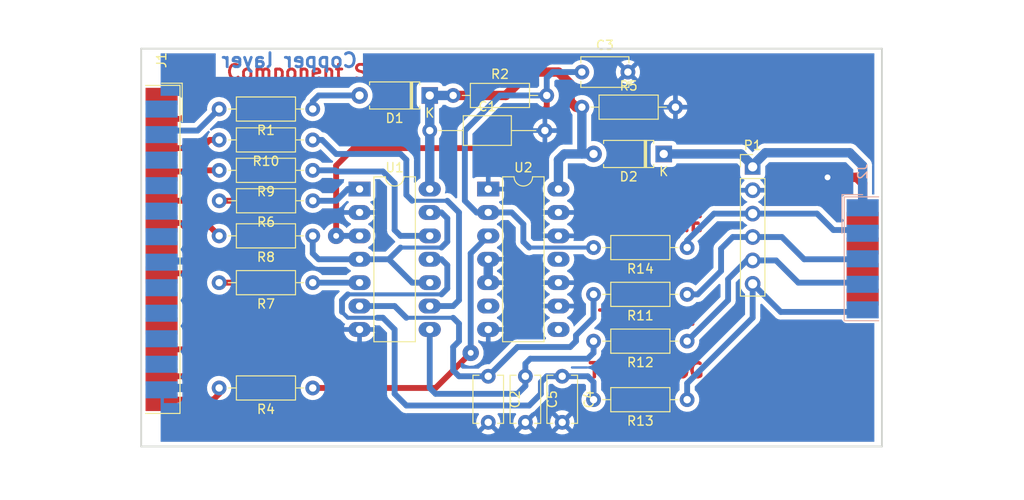
<source format=kicad_pcb>
(kicad_pcb (version 20190905) (host pcbnew "(5.99.0-153-g529461ef5-dirty)")

  (general
    (thickness 1.6002)
    (drawings 13)
    (tracks 220)
    (modules 25)
    (nets 43)
  )

  (page "A4")
  (title_block
    (rev "1")
    (company "Kicad Demo")
  )

  (layers
    (0 "top_copper" signal)
    (31 "bottom_copper" signal)
    (32 "B.Adhes" user)
    (33 "F.Adhes" user)
    (34 "B.Paste" user)
    (35 "F.Paste" user)
    (36 "B.SilkS" user)
    (37 "F.SilkS" user)
    (38 "B.Mask" user)
    (39 "F.Mask" user)
    (40 "Dwgs.User" user)
    (41 "Cmts.User" user)
    (42 "Eco1.User" user)
    (43 "Eco2.User" user)
    (44 "Edge.Cuts" user)
    (45 "Margin" user)
    (46 "B.CrtYd" user)
    (47 "F.CrtYd" user)
    (48 "B.Fab" user)
    (49 "F.Fab" user)
  )

  (setup
    (stackup
      (layer "F.SilkS" (type "Top Silk Screen") (color "White"))
      (layer "F.Paste" (type "Top Solder Paste"))
      (layer "F.Mask" (type "Top Solder Mask") (thickness 0.01) (epsilon_r 3.5) (loss_tangent 0) (color "Green"))
      (layer "top_copper" (type "copper") (thickness 0.035))
      (layer "dielectric 1" (type "core") (thickness 1.51) (material "FR4") (epsilon_r 4.5) (loss_tangent 0.02))
      (layer "bottom_copper" (type "copper") (thickness 0.035))
      (layer "B.Mask" (type "Bottom Solder Mask") (thickness 0.01) (epsilon_r 3.5) (loss_tangent 0) (color "Green"))
      (layer "B.Paste" (type "Bottom Solder Paste"))
      (layer "B.SilkS" (type "Bottom Silk Screen") (color "White"))
      (copper_finish "None")
      (dielectric_constraints no)
    )
    (last_trace_width 0.635)
    (user_trace_width 0.4)
    (user_trace_width 1)
    (trace_clearance 0.254)
    (zone_clearance 0.508)
    (zone_45_only no)
    (trace_min 0.2032)
    (via_size 1.651)
    (via_drill 0.635)
    (via_min_size 0.889)
    (via_min_drill 0.508)
    (uvia_size 0.508)
    (uvia_drill 0.127)
    (uvias_allowed no)
    (uvia_min_size 0.508)
    (uvia_min_drill 0.127)
    (max_error 0.01)
    (filled_areas_thickness no)
    (defaults
      (edge_clearance 0.01)
      (edge_cuts_line_width 0.1)
      (courtyard_line_width 0.05)
      (copper_line_width 0.3)
      (copper_text_dims (size 1.5 1.5) (thickness 0.3048) keep_upright)
      (silk_line_width 0.3)
      (silk_text_dims (size 1.5 1.5) (thickness 0.3) keep_upright)
      (other_layers_line_width 0.1)
      (other_layers_text_dims (size 1 1) (thickness 0.15) keep_upright)
    )
    (pad_size 1.778 5.08)
    (pad_drill 0)
    (pad_to_mask_clearance 0.254)
    (aux_axis_origin 0 0)
    (visible_elements 7FFFFFFF)
    (pcbplotparams
      (layerselection 0x00030_80000001)
      (usegerberextensions false)
      (usegerberattributes false)
      (usegerberadvancedattributes false)
      (creategerberjobfile false)
      (excludeedgelayer false)
      (linewidth 0.150000)
      (plotframeref false)
      (viasonmask false)
      (mode 1)
      (useauxorigin false)
      (hpglpennumber 1)
      (hpglpenspeed 20)
      (hpglpendiameter 15.000000)
      (psnegative false)
      (psa4output false)
      (plotreference true)
      (plotvalue true)
      (plotinvisibletext false)
      (padsonsilk false)
      (subtractmaskfromsilk false)
      (outputformat 1)
      (mirror false)
      (drillshape 1)
      (scaleselection 1)
      (outputdirectory "")
    )
  )

  (net 0 "")
  (net 1 "/CLK-D1")
  (net 2 "/CTRL-D3")
  (net 3 "/DONE-SELECT*")
  (net 4 "/PWR_3,3-5V")
  (net 5 "/TCK-CCLK")
  (net 6 "/TD0-DONE")
  (net 7 "/TD0-PROG-D4")
  (net 8 "/TDI-DIN")
  (net 9 "/TDI-DIN-D0")
  (net 10 "/TMS-PROG")
  (net 11 "/TMS-PROG-D2")
  (net 12 "/VCC_SENSE-ERROR*")
  (net 13 "GND")
  (net 14 "VCC")
  (net 15 "Net-(C3-Pad1)")
  (net 16 "Net-(R4-Pad1)")
  (net 17 "Net-(U2-Pad6)")
  (net 18 "Net-(U2-Pad8)")
  (net 19 "Net-(U2-Pad11)")
  (net 20 "Net-(R6-Pad1)")
  (net 21 "Net-(R8-Pad1)")
  (net 22 "Net-(R7-Pad1)")
  (net 23 "Net-(C2-Pad1)")
  (net 24 "Net-(C5-Pad1)")
  (net 25 "Net-(R10-Pad1)")
  (net 26 "Net-(C4-Pad1)")
  (net 27 "Net-(R9-Pad1)")
  (net 28 "Net-(D1-Pad2)")
  (net 29 "Net-(J1-Pad11)")
  (net 30 "Net-(J1-Pad10)")
  (net 31 "Net-(J1-Pad9)")
  (net 32 "Net-(J1-Pad7)")
  (net 33 "Net-(J1-Pad1)")
  (net 34 "Net-(J1-Pad24)")
  (net 35 "Net-(J1-Pad23)")
  (net 36 "Net-(J1-Pad22)")
  (net 37 "Net-(J1-Pad21)")
  (net 38 "Net-(J1-Pad19)")
  (net 39 "Net-(J1-Pad18)")
  (net 40 "Net-(J1-Pad17)")
  (net 41 "Net-(J1-Pad16)")
  (net 42 "Net-(J1-Pad14)")

  (net_class "Default" "Ceci est la Netclass par défaut"
    (clearance 0.254)
    (trace_width 0.635)
    (via_dia 1.651)
    (via_drill 0.635)
    (uvia_dia 0.508)
    (uvia_drill 0.127)
    (diff_pair_width 0.4)
    (diff_pair_gap 0.4)
    (add_net "/CLK-D1")
    (add_net "/CTRL-D3")
    (add_net "/DONE-SELECT*")
    (add_net "/PWR_3,3-5V")
    (add_net "/TCK-CCLK")
    (add_net "/TD0-DONE")
    (add_net "/TD0-PROG-D4")
    (add_net "/TDI-DIN")
    (add_net "/TDI-DIN-D0")
    (add_net "/TMS-PROG")
    (add_net "/TMS-PROG-D2")
    (add_net "/VCC_SENSE-ERROR*")
    (add_net "GND")
    (add_net "Net-(C2-Pad1)")
    (add_net "Net-(C3-Pad1)")
    (add_net "Net-(C4-Pad1)")
    (add_net "Net-(C5-Pad1)")
    (add_net "Net-(D1-Pad2)")
    (add_net "Net-(J1-Pad1)")
    (add_net "Net-(J1-Pad10)")
    (add_net "Net-(J1-Pad11)")
    (add_net "Net-(J1-Pad14)")
    (add_net "Net-(J1-Pad16)")
    (add_net "Net-(J1-Pad17)")
    (add_net "Net-(J1-Pad18)")
    (add_net "Net-(J1-Pad19)")
    (add_net "Net-(J1-Pad21)")
    (add_net "Net-(J1-Pad22)")
    (add_net "Net-(J1-Pad23)")
    (add_net "Net-(J1-Pad24)")
    (add_net "Net-(J1-Pad7)")
    (add_net "Net-(J1-Pad9)")
    (add_net "Net-(R10-Pad1)")
    (add_net "Net-(R4-Pad1)")
    (add_net "Net-(R6-Pad1)")
    (add_net "Net-(R7-Pad1)")
    (add_net "Net-(R8-Pad1)")
    (add_net "Net-(R9-Pad1)")
    (add_net "Net-(U2-Pad11)")
    (add_net "Net-(U2-Pad6)")
    (add_net "Net-(U2-Pad8)")
    (add_net "VCC")
  )

  (module "Connector_Dsub:DSUB-25_Male_EdgeMount_P2.77mm" (layer "top_copper") (tedit 59FEDEE2) (tstamp 5A73AC29)
    (at 105.5116 89.1032 -90)
    (descr "25-pin D-Sub connector, solder-cups edge-mounted, male, x-pin-pitch 2.77mm, distance of mounting holes 47.1mm, see https://disti-assets.s3.amazonaws.com/tonar/files/datasheets/16730.pdf")
    (tags "25-pin D-Sub connector edge mount solder cup male x-pin-pitch 2.77mm mounting holes distance 47.1mm")
    (path "/3EBF7D04")
    (attr smd)
    (fp_text reference "J1" (at -20.543333 0 -90) (layer "F.SilkS")
      (effects (font (size 1 1) (thickness 0.15)))
    )
    (fp_text value "DB25MALE" (at 0 16.69 -90) (layer "F.Fab")
      (effects (font (size 1 1) (thickness 0.15)))
    )
    (fp_text user "PCB edge" (at -21.55 1.323333 -90) (layer "Dwgs.User")
      (effects (font (size 0.5 0.5) (thickness 0.075)))
    )
    (fp_text user "%R" (at 0 3.39 -90) (layer "F.Fab")
      (effects (font (size 1 1) (thickness 0.15)))
    )
    (fp_line (start -26.55 1.99) (end 26.55 1.99) (layer "Dwgs.User") (width 0.05))
    (fp_line (start -18.043333 -2.24) (end -13.85 -2.24) (layer "F.SilkS") (width 0.12))
    (fp_line (start -18.043333 0) (end -18.043333 -2.24) (layer "F.SilkS") (width 0.12))
    (fp_line (start -17.803333 -2) (end -17.803333 1.74) (layer "F.SilkS") (width 0.12))
    (fp_line (start 17.803333 -2) (end -17.803333 -2) (layer "F.SilkS") (width 0.12))
    (fp_line (start 17.803333 1.74) (end 17.803333 -2) (layer "F.SilkS") (width 0.12))
    (fp_line (start -18.05 1.5) (end -18.05 -2.25) (layer "F.CrtYd") (width 0.05))
    (fp_line (start -19.05 1.5) (end -18.05 1.5) (layer "F.CrtYd") (width 0.05))
    (fp_line (start -19.05 4.3) (end -19.05 1.5) (layer "F.CrtYd") (width 0.05))
    (fp_line (start -20.05 4.3) (end -19.05 4.3) (layer "F.CrtYd") (width 0.05))
    (fp_line (start -20.05 8.8) (end -20.05 4.3) (layer "F.CrtYd") (width 0.05))
    (fp_line (start -27.05 8.8) (end -20.05 8.8) (layer "F.CrtYd") (width 0.05))
    (fp_line (start -27.05 10.2) (end -27.05 8.8) (layer "F.CrtYd") (width 0.05))
    (fp_line (start -19.65 10.2) (end -27.05 10.2) (layer "F.CrtYd") (width 0.05))
    (fp_line (start -19.65 16.2) (end -19.65 10.2) (layer "F.CrtYd") (width 0.05))
    (fp_line (start 19.65 16.2) (end -19.65 16.2) (layer "F.CrtYd") (width 0.05))
    (fp_line (start 19.65 10.2) (end 19.65 16.2) (layer "F.CrtYd") (width 0.05))
    (fp_line (start 27.05 10.2) (end 19.65 10.2) (layer "F.CrtYd") (width 0.05))
    (fp_line (start 27.05 8.8) (end 27.05 10.2) (layer "F.CrtYd") (width 0.05))
    (fp_line (start 20.05 8.8) (end 27.05 8.8) (layer "F.CrtYd") (width 0.05))
    (fp_line (start 20.05 4.3) (end 20.05 8.8) (layer "F.CrtYd") (width 0.05))
    (fp_line (start 19.05 4.3) (end 20.05 4.3) (layer "F.CrtYd") (width 0.05))
    (fp_line (start 19.05 1.5) (end 19.05 4.3) (layer "F.CrtYd") (width 0.05))
    (fp_line (start 18.05 1.5) (end 19.05 1.5) (layer "F.CrtYd") (width 0.05))
    (fp_line (start 18.05 -2.25) (end 18.05 1.5) (layer "F.CrtYd") (width 0.05))
    (fp_line (start -18.05 -2.25) (end 18.05 -2.25) (layer "F.CrtYd") (width 0.05))
    (fp_line (start 19.15 9.69) (end -19.15 9.69) (layer "F.Fab") (width 0.1))
    (fp_line (start 19.15 15.69) (end 19.15 9.69) (layer "F.Fab") (width 0.1))
    (fp_line (start -19.15 15.69) (end 19.15 15.69) (layer "F.Fab") (width 0.1))
    (fp_line (start -19.15 9.69) (end -19.15 15.69) (layer "F.Fab") (width 0.1))
    (fp_line (start 26.55 9.29) (end -26.55 9.29) (layer "F.Fab") (width 0.1))
    (fp_line (start 26.55 9.69) (end 26.55 9.29) (layer "F.Fab") (width 0.1))
    (fp_line (start -26.55 9.69) (end 26.55 9.69) (layer "F.Fab") (width 0.1))
    (fp_line (start -26.55 9.29) (end -26.55 9.69) (layer "F.Fab") (width 0.1))
    (fp_line (start 19.55 4.79) (end -19.55 4.79) (layer "F.Fab") (width 0.1))
    (fp_line (start 19.55 9.29) (end 19.55 4.79) (layer "F.Fab") (width 0.1))
    (fp_line (start -19.55 9.29) (end 19.55 9.29) (layer "F.Fab") (width 0.1))
    (fp_line (start -19.55 4.79) (end -19.55 9.29) (layer "F.Fab") (width 0.1))
    (fp_line (start 18.55 1.99) (end -18.55 1.99) (layer "F.Fab") (width 0.1))
    (fp_line (start 18.55 4.79) (end 18.55 1.99) (layer "F.Fab") (width 0.1))
    (fp_line (start -18.55 4.79) (end 18.55 4.79) (layer "F.Fab") (width 0.1))
    (fp_line (start -18.55 1.99) (end -18.55 4.79) (layer "F.Fab") (width 0.1))
    (fp_line (start 15.835 -0.91) (end 14.635 -0.91) (layer "B.Fab") (width 0.1))
    (fp_line (start 15.835 1.99) (end 15.835 -0.91) (layer "B.Fab") (width 0.1))
    (fp_line (start 14.635 1.99) (end 15.835 1.99) (layer "B.Fab") (width 0.1))
    (fp_line (start 14.635 -0.91) (end 14.635 1.99) (layer "B.Fab") (width 0.1))
    (fp_line (start 13.065 -0.91) (end 11.865 -0.91) (layer "B.Fab") (width 0.1))
    (fp_line (start 13.065 1.99) (end 13.065 -0.91) (layer "B.Fab") (width 0.1))
    (fp_line (start 11.865 1.99) (end 13.065 1.99) (layer "B.Fab") (width 0.1))
    (fp_line (start 11.865 -0.91) (end 11.865 1.99) (layer "B.Fab") (width 0.1))
    (fp_line (start 10.295 -0.91) (end 9.095 -0.91) (layer "B.Fab") (width 0.1))
    (fp_line (start 10.295 1.99) (end 10.295 -0.91) (layer "B.Fab") (width 0.1))
    (fp_line (start 9.095 1.99) (end 10.295 1.99) (layer "B.Fab") (width 0.1))
    (fp_line (start 9.095 -0.91) (end 9.095 1.99) (layer "B.Fab") (width 0.1))
    (fp_line (start 7.525 -0.91) (end 6.325 -0.91) (layer "B.Fab") (width 0.1))
    (fp_line (start 7.525 1.99) (end 7.525 -0.91) (layer "B.Fab") (width 0.1))
    (fp_line (start 6.325 1.99) (end 7.525 1.99) (layer "B.Fab") (width 0.1))
    (fp_line (start 6.325 -0.91) (end 6.325 1.99) (layer "B.Fab") (width 0.1))
    (fp_line (start 4.755 -0.91) (end 3.555 -0.91) (layer "B.Fab") (width 0.1))
    (fp_line (start 4.755 1.99) (end 4.755 -0.91) (layer "B.Fab") (width 0.1))
    (fp_line (start 3.555 1.99) (end 4.755 1.99) (layer "B.Fab") (width 0.1))
    (fp_line (start 3.555 -0.91) (end 3.555 1.99) (layer "B.Fab") (width 0.1))
    (fp_line (start 1.985 -0.91) (end 0.785 -0.91) (layer "B.Fab") (width 0.1))
    (fp_line (start 1.985 1.99) (end 1.985 -0.91) (layer "B.Fab") (width 0.1))
    (fp_line (start 0.785 1.99) (end 1.985 1.99) (layer "B.Fab") (width 0.1))
    (fp_line (start 0.785 -0.91) (end 0.785 1.99) (layer "B.Fab") (width 0.1))
    (fp_line (start -0.785 -0.91) (end -1.985 -0.91) (layer "B.Fab") (width 0.1))
    (fp_line (start -0.785 1.99) (end -0.785 -0.91) (layer "B.Fab") (width 0.1))
    (fp_line (start -1.985 1.99) (end -0.785 1.99) (layer "B.Fab") (width 0.1))
    (fp_line (start -1.985 -0.91) (end -1.985 1.99) (layer "B.Fab") (width 0.1))
    (fp_line (start -3.555 -0.91) (end -4.755 -0.91) (layer "B.Fab") (width 0.1))
    (fp_line (start -3.555 1.99) (end -3.555 -0.91) (layer "B.Fab") (width 0.1))
    (fp_line (start -4.755 1.99) (end -3.555 1.99) (layer "B.Fab") (width 0.1))
    (fp_line (start -4.755 -0.91) (end -4.755 1.99) (layer "B.Fab") (width 0.1))
    (fp_line (start -6.325 -0.91) (end -7.525 -0.91) (layer "B.Fab") (width 0.1))
    (fp_line (start -6.325 1.99) (end -6.325 -0.91) (layer "B.Fab") (width 0.1))
    (fp_line (start -7.525 1.99) (end -6.325 1.99) (layer "B.Fab") (width 0.1))
    (fp_line (start -7.525 -0.91) (end -7.525 1.99) (layer "B.Fab") (width 0.1))
    (fp_line (start -9.095 -0.91) (end -10.295 -0.91) (layer "B.Fab") (width 0.1))
    (fp_line (start -9.095 1.99) (end -9.095 -0.91) (layer "B.Fab") (width 0.1))
    (fp_line (start -10.295 1.99) (end -9.095 1.99) (layer "B.Fab") (width 0.1))
    (fp_line (start -10.295 -0.91) (end -10.295 1.99) (layer "B.Fab") (width 0.1))
    (fp_line (start -11.865 -0.91) (end -13.065 -0.91) (layer "B.Fab") (width 0.1))
    (fp_line (start -11.865 1.99) (end -11.865 -0.91) (layer "B.Fab") (width 0.1))
    (fp_line (start -13.065 1.99) (end -11.865 1.99) (layer "B.Fab") (width 0.1))
    (fp_line (start -13.065 -0.91) (end -13.065 1.99) (layer "B.Fab") (width 0.1))
    (fp_line (start -14.635 -0.91) (end -15.835 -0.91) (layer "B.Fab") (width 0.1))
    (fp_line (start -14.635 1.99) (end -14.635 -0.91) (layer "B.Fab") (width 0.1))
    (fp_line (start -15.835 1.99) (end -14.635 1.99) (layer "B.Fab") (width 0.1))
    (fp_line (start -15.835 -0.91) (end -15.835 1.99) (layer "B.Fab") (width 0.1))
    (fp_line (start 17.22 -0.91) (end 16.02 -0.91) (layer "F.Fab") (width 0.1))
    (fp_line (start 17.22 1.99) (end 17.22 -0.91) (layer "F.Fab") (width 0.1))
    (fp_line (start 16.02 1.99) (end 17.22 1.99) (layer "F.Fab") (width 0.1))
    (fp_line (start 16.02 -0.91) (end 16.02 1.99) (layer "F.Fab") (width 0.1))
    (fp_line (start 14.45 -0.91) (end 13.25 -0.91) (layer "F.Fab") (width 0.1))
    (fp_line (start 14.45 1.99) (end 14.45 -0.91) (layer "F.Fab") (width 0.1))
    (fp_line (start 13.25 1.99) (end 14.45 1.99) (layer "F.Fab") (width 0.1))
    (fp_line (start 13.25 -0.91) (end 13.25 1.99) (layer "F.Fab") (width 0.1))
    (fp_line (start 11.68 -0.91) (end 10.48 -0.91) (layer "F.Fab") (width 0.1))
    (fp_line (start 11.68 1.99) (end 11.68 -0.91) (layer "F.Fab") (width 0.1))
    (fp_line (start 10.48 1.99) (end 11.68 1.99) (layer "F.Fab") (width 0.1))
    (fp_line (start 10.48 -0.91) (end 10.48 1.99) (layer "F.Fab") (width 0.1))
    (fp_line (start 8.91 -0.91) (end 7.71 -0.91) (layer "F.Fab") (width 0.1))
    (fp_line (start 8.91 1.99) (end 8.91 -0.91) (layer "F.Fab") (width 0.1))
    (fp_line (start 7.71 1.99) (end 8.91 1.99) (layer "F.Fab") (width 0.1))
    (fp_line (start 7.71 -0.91) (end 7.71 1.99) (layer "F.Fab") (width 0.1))
    (fp_line (start 6.14 -0.91) (end 4.94 -0.91) (layer "F.Fab") (width 0.1))
    (fp_line (start 6.14 1.99) (end 6.14 -0.91) (layer "F.Fab") (width 0.1))
    (fp_line (start 4.94 1.99) (end 6.14 1.99) (layer "F.Fab") (width 0.1))
    (fp_line (start 4.94 -0.91) (end 4.94 1.99) (layer "F.Fab") (width 0.1))
    (fp_line (start 3.37 -0.91) (end 2.17 -0.91) (layer "F.Fab") (width 0.1))
    (fp_line (start 3.37 1.99) (end 3.37 -0.91) (layer "F.Fab") (width 0.1))
    (fp_line (start 2.17 1.99) (end 3.37 1.99) (layer "F.Fab") (width 0.1))
    (fp_line (start 2.17 -0.91) (end 2.17 1.99) (layer "F.Fab") (width 0.1))
    (fp_line (start 0.6 -0.91) (end -0.6 -0.91) (layer "F.Fab") (width 0.1))
    (fp_line (start 0.6 1.99) (end 0.6 -0.91) (layer "F.Fab") (width 0.1))
    (fp_line (start -0.6 1.99) (end 0.6 1.99) (layer "F.Fab") (width 0.1))
    (fp_line (start -0.6 -0.91) (end -0.6 1.99) (layer "F.Fab") (width 0.1))
    (fp_line (start -2.17 -0.91) (end -3.37 -0.91) (layer "F.Fab") (width 0.1))
    (fp_line (start -2.17 1.99) (end -2.17 -0.91) (layer "F.Fab") (width 0.1))
    (fp_line (start -3.37 1.99) (end -2.17 1.99) (layer "F.Fab") (width 0.1))
    (fp_line (start -3.37 -0.91) (end -3.37 1.99) (layer "F.Fab") (width 0.1))
    (fp_line (start -4.94 -0.91) (end -6.14 -0.91) (layer "F.Fab") (width 0.1))
    (fp_line (start -4.94 1.99) (end -4.94 -0.91) (layer "F.Fab") (width 0.1))
    (fp_line (start -6.14 1.99) (end -4.94 1.99) (layer "F.Fab") (width 0.1))
    (fp_line (start -6.14 -0.91) (end -6.14 1.99) (layer "F.Fab") (width 0.1))
    (fp_line (start -7.71 -0.91) (end -8.91 -0.91) (layer "F.Fab") (width 0.1))
    (fp_line (start -7.71 1.99) (end -7.71 -0.91) (layer "F.Fab") (width 0.1))
    (fp_line (start -8.91 1.99) (end -7.71 1.99) (layer "F.Fab") (width 0.1))
    (fp_line (start -8.91 -0.91) (end -8.91 1.99) (layer "F.Fab") (width 0.1))
    (fp_line (start -10.48 -0.91) (end -11.68 -0.91) (layer "F.Fab") (width 0.1))
    (fp_line (start -10.48 1.99) (end -10.48 -0.91) (layer "F.Fab") (width 0.1))
    (fp_line (start -11.68 1.99) (end -10.48 1.99) (layer "F.Fab") (width 0.1))
    (fp_line (start -11.68 -0.91) (end -11.68 1.99) (layer "F.Fab") (width 0.1))
    (fp_line (start -13.25 -0.91) (end -14.45 -0.91) (layer "F.Fab") (width 0.1))
    (fp_line (start -13.25 1.99) (end -13.25 -0.91) (layer "F.Fab") (width 0.1))
    (fp_line (start -14.45 1.99) (end -13.25 1.99) (layer "F.Fab") (width 0.1))
    (fp_line (start -14.45 -0.91) (end -14.45 1.99) (layer "F.Fab") (width 0.1))
    (fp_line (start -16.02 -0.91) (end -17.22 -0.91) (layer "F.Fab") (width 0.1))
    (fp_line (start -16.02 1.99) (end -16.02 -0.91) (layer "F.Fab") (width 0.1))
    (fp_line (start -17.22 1.99) (end -16.02 1.99) (layer "F.Fab") (width 0.1))
    (fp_line (start -17.22 -0.91) (end -17.22 1.99) (layer "F.Fab") (width 0.1))
    (pad "1" smd rect (at -16.62 0 270) (size 1.846667 3.48) (layers "top_copper" "F.Paste" "F.Mask")
      (net 33 "Net-(J1-Pad1)"))
    (pad "2" smd rect (at -13.85 0 270) (size 1.846667 3.48) (layers "top_copper" "F.Paste" "F.Mask")
      (net 9 "/TDI-DIN-D0"))
    (pad "3" smd rect (at -11.08 0 270) (size 1.846667 3.48) (layers "top_copper" "F.Paste" "F.Mask")
      (net 1 "/CLK-D1"))
    (pad "4" smd rect (at -8.31 0 270) (size 1.846667 3.48) (layers "top_copper" "F.Paste" "F.Mask")
      (net 11 "/TMS-PROG-D2"))
    (pad "5" smd rect (at -5.54 0 270) (size 1.846667 3.48) (layers "top_copper" "F.Paste" "F.Mask")
      (net 2 "/CTRL-D3"))
    (pad "6" smd rect (at -2.77 0 270) (size 1.846667 3.48) (layers "top_copper" "F.Paste" "F.Mask")
      (net 7 "/TD0-PROG-D4"))
    (pad "7" smd rect (at 0 0 270) (size 1.846667 3.48) (layers "top_copper" "F.Paste" "F.Mask")
      (net 32 "Net-(J1-Pad7)"))
    (pad "8" smd rect (at 2.77 0 270) (size 1.846667 3.48) (layers "top_copper" "F.Paste" "F.Mask")
      (net 29 "Net-(J1-Pad11)"))
    (pad "9" smd rect (at 5.54 0 270) (size 1.846667 3.48) (layers "top_copper" "F.Paste" "F.Mask")
      (net 31 "Net-(J1-Pad9)"))
    (pad "10" smd rect (at 8.31 0 270) (size 1.846667 3.48) (layers "top_copper" "F.Paste" "F.Mask")
      (net 30 "Net-(J1-Pad10)"))
    (pad "11" smd rect (at 11.08 0 270) (size 1.846667 3.48) (layers "top_copper" "F.Paste" "F.Mask")
      (net 29 "Net-(J1-Pad11)"))
    (pad "12" smd rect (at 13.85 0 270) (size 1.846667 3.48) (layers "top_copper" "F.Paste" "F.Mask")
      (net 29 "Net-(J1-Pad11)"))
    (pad "13" smd rect (at 16.62 0 270) (size 1.846667 3.48) (layers "top_copper" "F.Paste" "F.Mask")
      (net 3 "/DONE-SELECT*"))
    (pad "14" smd rect (at -15.235 0 270) (size 1.846667 3.48) (layers "bottom_copper" "B.Paste" "B.Mask")
      (net 42 "Net-(J1-Pad14)"))
    (pad "15" smd rect (at -12.465 0 270) (size 1.846667 3.48) (layers "bottom_copper" "B.Paste" "B.Mask")
      (net 12 "/VCC_SENSE-ERROR*"))
    (pad "16" smd rect (at -9.695 0 270) (size 1.846667 3.48) (layers "bottom_copper" "B.Paste" "B.Mask")
      (net 41 "Net-(J1-Pad16)"))
    (pad "17" smd rect (at -6.925 0 270) (size 1.846667 3.48) (layers "bottom_copper" "B.Paste" "B.Mask")
      (net 40 "Net-(J1-Pad17)"))
    (pad "18" smd rect (at -4.155 0 270) (size 1.846667 3.48) (layers "bottom_copper" "B.Paste" "B.Mask")
      (net 39 "Net-(J1-Pad18)"))
    (pad "19" smd rect (at -1.385 0 270) (size 1.846667 3.48) (layers "bottom_copper" "B.Paste" "B.Mask")
      (net 38 "Net-(J1-Pad19)"))
    (pad "20" smd rect (at 1.385 0 270) (size 1.846667 3.48) (layers "bottom_copper" "B.Paste" "B.Mask")
      (net 13 "GND"))
    (pad "21" smd rect (at 4.155 0 270) (size 1.846667 3.48) (layers "bottom_copper" "B.Paste" "B.Mask")
      (net 37 "Net-(J1-Pad21)"))
    (pad "22" smd rect (at 6.925 0 270) (size 1.846667 3.48) (layers "bottom_copper" "B.Paste" "B.Mask")
      (net 36 "Net-(J1-Pad22)"))
    (pad "23" smd rect (at 9.695 0 270) (size 1.846667 3.48) (layers "bottom_copper" "B.Paste" "B.Mask")
      (net 35 "Net-(J1-Pad23)"))
    (pad "24" smd rect (at 12.465 0 270) (size 1.846667 3.48) (layers "bottom_copper" "B.Paste" "B.Mask")
      (net 34 "Net-(J1-Pad24)"))
    (pad "25" smd rect (at 15.235 0 270) (size 1.846667 3.48) (layers "bottom_copper" "B.Paste" "B.Mask")
      (net 13 "GND"))
    (model "${KISYS3DMOD}/Connector_Dsub.3dshapes/DSUB-25_Male_Vertical_P2.77x2.84mm.wrl"
      (offset (xyz -16.5 -2.5 0.5))
      (scale (xyz 1 1 1))
      (rotate (xyz -90 0 0))
    )
  )

  (module "Connector_Dsub:DSUB-9_Male_EdgeMount_P2.77mm" (layer "bottom_copper") (tedit 59FEDEE2) (tstamp 5A73B143)
    (at 181.61 90.1192 -90)
    (descr "9-pin D-Sub connector, solder-cups edge-mounted, male, x-pin-pitch 2.77mm, distance of mounting holes 25mm, see https://disti-assets.s3.amazonaws.com/tonar/files/datasheets/16730.pdf")
    (tags "9-pin D-Sub connector edge mount solder cup male x-pin-pitch 2.77mm mounting holes distance 25mm")
    (path "/3ECDE5C8")
    (attr smd)
    (fp_text reference "J2" (at -9.463333 0 -90) (layer "B.SilkS")
      (effects (font (size 1 1) (thickness 0.15)) (justify mirror))
    )
    (fp_text value "DB9MALE" (at 0 -16.69 -90) (layer "B.Fab")
      (effects (font (size 1 1) (thickness 0.15)) (justify mirror))
    )
    (fp_text user "PCB edge" (at -10.425 -1.323333 -90) (layer "Dwgs.User")
      (effects (font (size 0.5 0.5) (thickness 0.075)))
    )
    (fp_text user "%R" (at 0 -3.39 -90) (layer "B.Fab")
      (effects (font (size 1 1) (thickness 0.15)) (justify mirror))
    )
    (fp_line (start -15.425 -1.99) (end 15.425 -1.99) (layer "Dwgs.User") (width 0.05))
    (fp_line (start -6.963333 2.24) (end -2.77 2.24) (layer "B.SilkS") (width 0.12))
    (fp_line (start -6.963333 0) (end -6.963333 2.24) (layer "B.SilkS") (width 0.12))
    (fp_line (start -6.723333 2) (end -6.723333 -1.74) (layer "B.SilkS") (width 0.12))
    (fp_line (start 6.723333 2) (end -6.723333 2) (layer "B.SilkS") (width 0.12))
    (fp_line (start 6.723333 -1.74) (end 6.723333 2) (layer "B.SilkS") (width 0.12))
    (fp_line (start -7 -1.5) (end -7 2.25) (layer "B.CrtYd") (width 0.05))
    (fp_line (start -8.05 -1.5) (end -7 -1.5) (layer "B.CrtYd") (width 0.05))
    (fp_line (start -8.05 -4.3) (end -8.05 -1.5) (layer "B.CrtYd") (width 0.05))
    (fp_line (start -9.05 -4.3) (end -8.05 -4.3) (layer "B.CrtYd") (width 0.05))
    (fp_line (start -9.05 -8.8) (end -9.05 -4.3) (layer "B.CrtYd") (width 0.05))
    (fp_line (start -15.95 -8.8) (end -9.05 -8.8) (layer "B.CrtYd") (width 0.05))
    (fp_line (start -15.95 -10.2) (end -15.95 -8.8) (layer "B.CrtYd") (width 0.05))
    (fp_line (start -8.65 -10.2) (end -15.95 -10.2) (layer "B.CrtYd") (width 0.05))
    (fp_line (start -8.65 -16.2) (end -8.65 -10.2) (layer "B.CrtYd") (width 0.05))
    (fp_line (start 8.65 -16.2) (end -8.65 -16.2) (layer "B.CrtYd") (width 0.05))
    (fp_line (start 8.65 -10.2) (end 8.65 -16.2) (layer "B.CrtYd") (width 0.05))
    (fp_line (start 15.95 -10.2) (end 8.65 -10.2) (layer "B.CrtYd") (width 0.05))
    (fp_line (start 15.95 -8.8) (end 15.95 -10.2) (layer "B.CrtYd") (width 0.05))
    (fp_line (start 9.05 -8.8) (end 15.95 -8.8) (layer "B.CrtYd") (width 0.05))
    (fp_line (start 9.05 -4.3) (end 9.05 -8.8) (layer "B.CrtYd") (width 0.05))
    (fp_line (start 8.05 -4.3) (end 9.05 -4.3) (layer "B.CrtYd") (width 0.05))
    (fp_line (start 8.05 -1.5) (end 8.05 -4.3) (layer "B.CrtYd") (width 0.05))
    (fp_line (start 7 -1.5) (end 8.05 -1.5) (layer "B.CrtYd") (width 0.05))
    (fp_line (start 7 2.25) (end 7 -1.5) (layer "B.CrtYd") (width 0.05))
    (fp_line (start -7 2.25) (end 7 2.25) (layer "B.CrtYd") (width 0.05))
    (fp_line (start 8.15 -9.69) (end -8.15 -9.69) (layer "B.Fab") (width 0.1))
    (fp_line (start 8.15 -15.69) (end 8.15 -9.69) (layer "B.Fab") (width 0.1))
    (fp_line (start -8.15 -15.69) (end 8.15 -15.69) (layer "B.Fab") (width 0.1))
    (fp_line (start -8.15 -9.69) (end -8.15 -15.69) (layer "B.Fab") (width 0.1))
    (fp_line (start 15.425 -9.29) (end -15.425 -9.29) (layer "B.Fab") (width 0.1))
    (fp_line (start 15.425 -9.69) (end 15.425 -9.29) (layer "B.Fab") (width 0.1))
    (fp_line (start -15.425 -9.69) (end 15.425 -9.69) (layer "B.Fab") (width 0.1))
    (fp_line (start -15.425 -9.29) (end -15.425 -9.69) (layer "B.Fab") (width 0.1))
    (fp_line (start 8.55 -4.79) (end -8.55 -4.79) (layer "B.Fab") (width 0.1))
    (fp_line (start 8.55 -9.29) (end 8.55 -4.79) (layer "B.Fab") (width 0.1))
    (fp_line (start -8.55 -9.29) (end 8.55 -9.29) (layer "B.Fab") (width 0.1))
    (fp_line (start -8.55 -4.79) (end -8.55 -9.29) (layer "B.Fab") (width 0.1))
    (fp_line (start 7.55 -1.99) (end -7.55 -1.99) (layer "B.Fab") (width 0.1))
    (fp_line (start 7.55 -4.79) (end 7.55 -1.99) (layer "B.Fab") (width 0.1))
    (fp_line (start -7.55 -4.79) (end 7.55 -4.79) (layer "B.Fab") (width 0.1))
    (fp_line (start -7.55 -1.99) (end -7.55 -4.79) (layer "B.Fab") (width 0.1))
    (fp_line (start 4.755 0.91) (end 3.555 0.91) (layer "F.Fab") (width 0.1))
    (fp_line (start 4.755 -1.99) (end 4.755 0.91) (layer "F.Fab") (width 0.1))
    (fp_line (start 3.555 -1.99) (end 4.755 -1.99) (layer "F.Fab") (width 0.1))
    (fp_line (start 3.555 0.91) (end 3.555 -1.99) (layer "F.Fab") (width 0.1))
    (fp_line (start 1.985 0.91) (end 0.785 0.91) (layer "F.Fab") (width 0.1))
    (fp_line (start 1.985 -1.99) (end 1.985 0.91) (layer "F.Fab") (width 0.1))
    (fp_line (start 0.785 -1.99) (end 1.985 -1.99) (layer "F.Fab") (width 0.1))
    (fp_line (start 0.785 0.91) (end 0.785 -1.99) (layer "F.Fab") (width 0.1))
    (fp_line (start -0.785 0.91) (end -1.985 0.91) (layer "F.Fab") (width 0.1))
    (fp_line (start -0.785 -1.99) (end -0.785 0.91) (layer "F.Fab") (width 0.1))
    (fp_line (start -1.985 -1.99) (end -0.785 -1.99) (layer "F.Fab") (width 0.1))
    (fp_line (start -1.985 0.91) (end -1.985 -1.99) (layer "F.Fab") (width 0.1))
    (fp_line (start -3.555 0.91) (end -4.755 0.91) (layer "F.Fab") (width 0.1))
    (fp_line (start -3.555 -1.99) (end -3.555 0.91) (layer "F.Fab") (width 0.1))
    (fp_line (start -4.755 -1.99) (end -3.555 -1.99) (layer "F.Fab") (width 0.1))
    (fp_line (start -4.755 0.91) (end -4.755 -1.99) (layer "F.Fab") (width 0.1))
    (fp_line (start 6.14 0.91) (end 4.94 0.91) (layer "B.Fab") (width 0.1))
    (fp_line (start 6.14 -1.99) (end 6.14 0.91) (layer "B.Fab") (width 0.1))
    (fp_line (start 4.94 -1.99) (end 6.14 -1.99) (layer "B.Fab") (width 0.1))
    (fp_line (start 4.94 0.91) (end 4.94 -1.99) (layer "B.Fab") (width 0.1))
    (fp_line (start 3.37 0.91) (end 2.17 0.91) (layer "B.Fab") (width 0.1))
    (fp_line (start 3.37 -1.99) (end 3.37 0.91) (layer "B.Fab") (width 0.1))
    (fp_line (start 2.17 -1.99) (end 3.37 -1.99) (layer "B.Fab") (width 0.1))
    (fp_line (start 2.17 0.91) (end 2.17 -1.99) (layer "B.Fab") (width 0.1))
    (fp_line (start 0.6 0.91) (end -0.6 0.91) (layer "B.Fab") (width 0.1))
    (fp_line (start 0.6 -1.99) (end 0.6 0.91) (layer "B.Fab") (width 0.1))
    (fp_line (start -0.6 -1.99) (end 0.6 -1.99) (layer "B.Fab") (width 0.1))
    (fp_line (start -0.6 0.91) (end -0.6 -1.99) (layer "B.Fab") (width 0.1))
    (fp_line (start -2.17 0.91) (end -3.37 0.91) (layer "B.Fab") (width 0.1))
    (fp_line (start -2.17 -1.99) (end -2.17 0.91) (layer "B.Fab") (width 0.1))
    (fp_line (start -3.37 -1.99) (end -2.17 -1.99) (layer "B.Fab") (width 0.1))
    (fp_line (start -3.37 0.91) (end -3.37 -1.99) (layer "B.Fab") (width 0.1))
    (fp_line (start -4.94 0.91) (end -6.14 0.91) (layer "B.Fab") (width 0.1))
    (fp_line (start -4.94 -1.99) (end -4.94 0.91) (layer "B.Fab") (width 0.1))
    (fp_line (start -6.14 -1.99) (end -4.94 -1.99) (layer "B.Fab") (width 0.1))
    (fp_line (start -6.14 0.91) (end -6.14 -1.99) (layer "B.Fab") (width 0.1))
    (pad "1" smd rect (at -5.54 0 270) (size 1.846667 3.48) (layers "bottom_copper" "B.Paste" "B.Mask")
      (net 4 "/PWR_3,3-5V"))
    (pad "2" smd rect (at -2.77 0 270) (size 1.846667 3.48) (layers "bottom_copper" "B.Paste" "B.Mask")
      (net 6 "/TD0-DONE"))
    (pad "3" smd rect (at 0 0 270) (size 1.846667 3.48) (layers "bottom_copper" "B.Paste" "B.Mask")
      (net 8 "/TDI-DIN"))
    (pad "4" smd rect (at 2.77 0 270) (size 1.846667 3.48) (layers "bottom_copper" "B.Paste" "B.Mask")
      (net 5 "/TCK-CCLK"))
    (pad "5" smd rect (at 5.54 0 270) (size 1.846667 3.48) (layers "bottom_copper" "B.Paste" "B.Mask")
      (net 10 "/TMS-PROG"))
    (pad "6" smd rect (at -4.155 0 270) (size 1.846667 3.48) (layers "top_copper" "F.Paste" "F.Mask")
      (net 13 "GND"))
    (pad "7" smd rect (at -1.385 0 270) (size 1.846667 3.48) (layers "top_copper" "F.Paste" "F.Mask")
      (net 13 "GND"))
    (pad "8" smd rect (at 1.385 0 270) (size 1.846667 3.48) (layers "top_copper" "F.Paste" "F.Mask")
      (net 13 "GND"))
    (pad "9" smd rect (at 4.155 0 270) (size 1.846667 3.48) (layers "top_copper" "F.Paste" "F.Mask")
      (net 13 "GND"))
    (model "${KISYS3DMOD}/Connector_Dsub.3dshapes/DSUB-9_Male_EdgeMount_P2.77mm.wrl"
      (at (xyz 0 0 0))
      (scale (xyz 1 1 1))
      (rotate (xyz 0 0 0))
    )
  )

  (module "Connector_PinHeader_2.54mm:PinHeader_1x06_P2.54mm_Vertical" (layer "top_copper") (tedit 59FED5CC) (tstamp 5A583D55)
    (at 169.672 80.137)
    (descr "Through hole straight pin header, 1x06, 2.54mm pitch, single row")
    (tags "Through hole pin header THT 1x06 2.54mm single row")
    (path "/3EBF830C")
    (fp_text reference "P1" (at 0 -2.33) (layer "F.SilkS")
      (effects (font (size 1 1) (thickness 0.15)))
    )
    (fp_text value "CONN_6" (at 0 15.03) (layer "F.Fab")
      (effects (font (size 1 1) (thickness 0.15)))
    )
    (fp_text user "%R" (at 0 6.35 90) (layer "F.Fab")
      (effects (font (size 1 1) (thickness 0.15)))
    )
    (fp_line (start 1.8 -1.8) (end -1.8 -1.8) (layer "F.CrtYd") (width 0.05))
    (fp_line (start 1.8 14.5) (end 1.8 -1.8) (layer "F.CrtYd") (width 0.05))
    (fp_line (start -1.8 14.5) (end 1.8 14.5) (layer "F.CrtYd") (width 0.05))
    (fp_line (start -1.8 -1.8) (end -1.8 14.5) (layer "F.CrtYd") (width 0.05))
    (fp_line (start -1.33 -1.33) (end 0 -1.33) (layer "F.SilkS") (width 0.12))
    (fp_line (start -1.33 0) (end -1.33 -1.33) (layer "F.SilkS") (width 0.12))
    (fp_line (start -1.33 1.27) (end 1.33 1.27) (layer "F.SilkS") (width 0.12))
    (fp_line (start 1.33 1.27) (end 1.33 14.03) (layer "F.SilkS") (width 0.12))
    (fp_line (start -1.33 1.27) (end -1.33 14.03) (layer "F.SilkS") (width 0.12))
    (fp_line (start -1.33 14.03) (end 1.33 14.03) (layer "F.SilkS") (width 0.12))
    (fp_line (start -1.27 -0.635) (end -0.635 -1.27) (layer "F.Fab") (width 0.1))
    (fp_line (start -1.27 13.97) (end -1.27 -0.635) (layer "F.Fab") (width 0.1))
    (fp_line (start 1.27 13.97) (end -1.27 13.97) (layer "F.Fab") (width 0.1))
    (fp_line (start 1.27 -1.27) (end 1.27 13.97) (layer "F.Fab") (width 0.1))
    (fp_line (start -0.635 -1.27) (end 1.27 -1.27) (layer "F.Fab") (width 0.1))
    (pad "1" thru_hole rect (at 0 0) (size 1.7 1.7) (drill 1) (layers *.Cu *.Mask)
      (net 4 "/PWR_3,3-5V"))
    (pad "2" thru_hole oval (at 0 2.54) (size 1.7 1.7) (drill 1) (layers *.Cu *.Mask)
      (net 13 "GND"))
    (pad "3" thru_hole oval (at 0 5.08) (size 1.7 1.7) (drill 1) (layers *.Cu *.Mask)
      (net 6 "/TD0-DONE"))
    (pad "4" thru_hole oval (at 0 7.62) (size 1.7 1.7) (drill 1) (layers *.Cu *.Mask)
      (net 8 "/TDI-DIN"))
    (pad "5" thru_hole oval (at 0 10.16) (size 1.7 1.7) (drill 1) (layers *.Cu *.Mask)
      (net 5 "/TCK-CCLK"))
    (pad "6" thru_hole oval (at 0 12.7) (size 1.7 1.7) (drill 1) (layers *.Cu *.Mask)
      (net 10 "/TMS-PROG"))
    (model "${KISYS3DMOD}/Connector_PinHeader_2.54mm.3dshapes/PinHeader_1x06_P2.54mm_Vertical.wrl"
      (at (xyz 0 0 0))
      (scale (xyz 1 1 1))
      (rotate (xyz 0 0 0))
    )
  )

  (module "Capacitor_THT:C_Disc_D5.1mm_W3.2mm_P5.00mm" (layer "top_copper") (tedit 5A142A3B) (tstamp 5A59B9B3)
    (at 140.97 102.87 -90)
    (descr "C, Disc series, Radial, pin pitch=5.00mm, diameter*width=5.1*3.2mm^2, Capacitor, http://www.vishay.com/docs/45233/krseries.pdf")
    (tags "C Disc series Radial pin pitch 5.00mm  diameter 5.1mm width 3.2mm Capacitor")
    (path "/4D528085")
    (fp_text reference "C2" (at 2.5 -2.91 -90) (layer "F.SilkS")
      (effects (font (size 1 1) (thickness 0.15)))
    )
    (fp_text value "100pF" (at 2.5 2.91 -90) (layer "F.Fab")
      (effects (font (size 1 1) (thickness 0.15)))
    )
    (fp_line (start -0.05 -1.6) (end -0.05 1.6) (layer "F.Fab") (width 0.1))
    (fp_line (start -0.05 1.6) (end 5.05 1.6) (layer "F.Fab") (width 0.1))
    (fp_line (start 5.05 1.6) (end 5.05 -1.6) (layer "F.Fab") (width 0.1))
    (fp_line (start 5.05 -1.6) (end -0.05 -1.6) (layer "F.Fab") (width 0.1))
    (fp_line (start -0.11 -1.66) (end 5.11 -1.66) (layer "F.SilkS") (width 0.12))
    (fp_line (start -0.11 1.66) (end 5.11 1.66) (layer "F.SilkS") (width 0.12))
    (fp_line (start -0.11 -1.66) (end -0.11 -0.996) (layer "F.SilkS") (width 0.12))
    (fp_line (start -0.11 0.996) (end -0.11 1.66) (layer "F.SilkS") (width 0.12))
    (fp_line (start 5.11 -1.66) (end 5.11 -0.996) (layer "F.SilkS") (width 0.12))
    (fp_line (start 5.11 0.996) (end 5.11 1.66) (layer "F.SilkS") (width 0.12))
    (fp_line (start -1.05 -1.95) (end -1.05 1.95) (layer "F.CrtYd") (width 0.05))
    (fp_line (start -1.05 1.95) (end 6.05 1.95) (layer "F.CrtYd") (width 0.05))
    (fp_line (start 6.05 1.95) (end 6.05 -1.95) (layer "F.CrtYd") (width 0.05))
    (fp_line (start 6.05 -1.95) (end -1.05 -1.95) (layer "F.CrtYd") (width 0.05))
    (fp_text user "%R" (at 2.5 0 -90) (layer "F.Fab")
      (effects (font (size 1 1) (thickness 0.15)))
    )
    (pad "2" thru_hole circle (at 5 0 270) (size 1.6 1.6) (drill 0.8) (layers *.Cu *.Mask)
      (net 13 "GND"))
    (pad "1" thru_hole circle (at 0 0 270) (size 1.6 1.6) (drill 0.8) (layers *.Cu *.Mask)
      (net 23 "Net-(C2-Pad1)"))
    (model "${KISYS3DMOD}/Capacitor_THT.3dshapes/C_Disc_D5.1mm_W3.2mm_P5.00mm.wrl"
      (at (xyz 0 0 0))
      (scale (xyz 1 1 1))
      (rotate (xyz 0 0 0))
    )
  )

  (module "Capacitor_THT:C_Disc_D5.1mm_W3.2mm_P5.00mm" (layer "top_copper") (tedit 5A142A3B) (tstamp 5A59B99F)
    (at 151.13 69.85)
    (descr "C, Disc series, Radial, pin pitch=5.00mm, diameter*width=5.1*3.2mm^2, Capacitor, http://www.vishay.com/docs/45233/krseries.pdf")
    (tags "C Disc series Radial pin pitch 5.00mm  diameter 5.1mm width 3.2mm Capacitor")
    (path "/4D528084")
    (fp_text reference "C3" (at 2.5 -2.91) (layer "F.SilkS")
      (effects (font (size 1 1) (thickness 0.15)))
    )
    (fp_text value "100pF" (at 2.5 2.91) (layer "F.Fab")
      (effects (font (size 1 1) (thickness 0.15)))
    )
    (fp_text user "%R" (at 2.5 0) (layer "F.Fab")
      (effects (font (size 1 1) (thickness 0.15)))
    )
    (fp_line (start 6.05 -1.95) (end -1.05 -1.95) (layer "F.CrtYd") (width 0.05))
    (fp_line (start 6.05 1.95) (end 6.05 -1.95) (layer "F.CrtYd") (width 0.05))
    (fp_line (start -1.05 1.95) (end 6.05 1.95) (layer "F.CrtYd") (width 0.05))
    (fp_line (start -1.05 -1.95) (end -1.05 1.95) (layer "F.CrtYd") (width 0.05))
    (fp_line (start 5.11 0.996) (end 5.11 1.66) (layer "F.SilkS") (width 0.12))
    (fp_line (start 5.11 -1.66) (end 5.11 -0.996) (layer "F.SilkS") (width 0.12))
    (fp_line (start -0.11 0.996) (end -0.11 1.66) (layer "F.SilkS") (width 0.12))
    (fp_line (start -0.11 -1.66) (end -0.11 -0.996) (layer "F.SilkS") (width 0.12))
    (fp_line (start -0.11 1.66) (end 5.11 1.66) (layer "F.SilkS") (width 0.12))
    (fp_line (start -0.11 -1.66) (end 5.11 -1.66) (layer "F.SilkS") (width 0.12))
    (fp_line (start 5.05 -1.6) (end -0.05 -1.6) (layer "F.Fab") (width 0.1))
    (fp_line (start 5.05 1.6) (end 5.05 -1.6) (layer "F.Fab") (width 0.1))
    (fp_line (start -0.05 1.6) (end 5.05 1.6) (layer "F.Fab") (width 0.1))
    (fp_line (start -0.05 -1.6) (end -0.05 1.6) (layer "F.Fab") (width 0.1))
    (pad "1" thru_hole circle (at 0 0) (size 1.6 1.6) (drill 0.8) (layers *.Cu *.Mask)
      (net 15 "Net-(C3-Pad1)"))
    (pad "2" thru_hole circle (at 5 0) (size 1.6 1.6) (drill 0.8) (layers *.Cu *.Mask)
      (net 13 "GND"))
    (model "${KISYS3DMOD}/Capacitor_THT.3dshapes/C_Disc_D5.1mm_W3.2mm_P5.00mm.wrl"
      (at (xyz 0 0 0))
      (scale (xyz 1 1 1))
      (rotate (xyz 0 0 0))
    )
  )

  (module "Capacitor_THT:C_Disc_D5.1mm_W3.2mm_P5.00mm" (layer "top_copper") (tedit 5A142A3B) (tstamp 5A59B98B)
    (at 149 102.87 -90)
    (descr "C, Disc series, Radial, pin pitch=5.00mm, diameter*width=5.1*3.2mm^2, Capacitor, http://www.vishay.com/docs/45233/krseries.pdf")
    (tags "C Disc series Radial pin pitch 5.00mm  diameter 5.1mm width 3.2mm Capacitor")
    (path "/3EBF81A7")
    (fp_text reference "C4" (at 2.5 -2.91 -90) (layer "F.SilkS")
      (effects (font (size 1 1) (thickness 0.15)))
    )
    (fp_text value "100pF" (at 2.5 2.91 -90) (layer "F.Fab")
      (effects (font (size 1 1) (thickness 0.15)))
    )
    (fp_line (start -0.05 -1.6) (end -0.05 1.6) (layer "F.Fab") (width 0.1))
    (fp_line (start -0.05 1.6) (end 5.05 1.6) (layer "F.Fab") (width 0.1))
    (fp_line (start 5.05 1.6) (end 5.05 -1.6) (layer "F.Fab") (width 0.1))
    (fp_line (start 5.05 -1.6) (end -0.05 -1.6) (layer "F.Fab") (width 0.1))
    (fp_line (start -0.11 -1.66) (end 5.11 -1.66) (layer "F.SilkS") (width 0.12))
    (fp_line (start -0.11 1.66) (end 5.11 1.66) (layer "F.SilkS") (width 0.12))
    (fp_line (start -0.11 -1.66) (end -0.11 -0.996) (layer "F.SilkS") (width 0.12))
    (fp_line (start -0.11 0.996) (end -0.11 1.66) (layer "F.SilkS") (width 0.12))
    (fp_line (start 5.11 -1.66) (end 5.11 -0.996) (layer "F.SilkS") (width 0.12))
    (fp_line (start 5.11 0.996) (end 5.11 1.66) (layer "F.SilkS") (width 0.12))
    (fp_line (start -1.05 -1.95) (end -1.05 1.95) (layer "F.CrtYd") (width 0.05))
    (fp_line (start -1.05 1.95) (end 6.05 1.95) (layer "F.CrtYd") (width 0.05))
    (fp_line (start 6.05 1.95) (end 6.05 -1.95) (layer "F.CrtYd") (width 0.05))
    (fp_line (start 6.05 -1.95) (end -1.05 -1.95) (layer "F.CrtYd") (width 0.05))
    (fp_text user "%R" (at 2.5 0 -90) (layer "F.Fab")
      (effects (font (size 1 1) (thickness 0.15)))
    )
    (pad "2" thru_hole circle (at 5 0 270) (size 1.6 1.6) (drill 0.8) (layers *.Cu *.Mask)
      (net 13 "GND"))
    (pad "1" thru_hole circle (at 0 0 270) (size 1.6 1.6) (drill 0.8) (layers *.Cu *.Mask)
      (net 26 "Net-(C4-Pad1)"))
    (model "${KISYS3DMOD}/Capacitor_THT.3dshapes/C_Disc_D5.1mm_W3.2mm_P5.00mm.wrl"
      (at (xyz 0 0 0))
      (scale (xyz 1 1 1))
      (rotate (xyz 0 0 0))
    )
  )

  (module "Capacitor_THT:C_Disc_D5.1mm_W3.2mm_P5.00mm" (layer "top_copper") (tedit 5A142A3B) (tstamp 5A59B977)
    (at 145 102.87 -90)
    (descr "C, Disc series, Radial, pin pitch=5.00mm, diameter*width=5.1*3.2mm^2, Capacitor, http://www.vishay.com/docs/45233/krseries.pdf")
    (tags "C Disc series Radial pin pitch 5.00mm  diameter 5.1mm width 3.2mm Capacitor")
    (path "/4D528086")
    (fp_text reference "C5" (at 2.5 -2.91 -90) (layer "F.SilkS")
      (effects (font (size 1 1) (thickness 0.15)))
    )
    (fp_text value "100pF" (at 2.5 2.91 -90) (layer "F.Fab")
      (effects (font (size 1 1) (thickness 0.15)))
    )
    (fp_text user "%R" (at 2.5 0 -90) (layer "F.Fab")
      (effects (font (size 1 1) (thickness 0.15)))
    )
    (fp_line (start 6.05 -1.95) (end -1.05 -1.95) (layer "F.CrtYd") (width 0.05))
    (fp_line (start 6.05 1.95) (end 6.05 -1.95) (layer "F.CrtYd") (width 0.05))
    (fp_line (start -1.05 1.95) (end 6.05 1.95) (layer "F.CrtYd") (width 0.05))
    (fp_line (start -1.05 -1.95) (end -1.05 1.95) (layer "F.CrtYd") (width 0.05))
    (fp_line (start 5.11 0.996) (end 5.11 1.66) (layer "F.SilkS") (width 0.12))
    (fp_line (start 5.11 -1.66) (end 5.11 -0.996) (layer "F.SilkS") (width 0.12))
    (fp_line (start -0.11 0.996) (end -0.11 1.66) (layer "F.SilkS") (width 0.12))
    (fp_line (start -0.11 -1.66) (end -0.11 -0.996) (layer "F.SilkS") (width 0.12))
    (fp_line (start -0.11 1.66) (end 5.11 1.66) (layer "F.SilkS") (width 0.12))
    (fp_line (start -0.11 -1.66) (end 5.11 -1.66) (layer "F.SilkS") (width 0.12))
    (fp_line (start 5.05 -1.6) (end -0.05 -1.6) (layer "F.Fab") (width 0.1))
    (fp_line (start 5.05 1.6) (end 5.05 -1.6) (layer "F.Fab") (width 0.1))
    (fp_line (start -0.05 1.6) (end 5.05 1.6) (layer "F.Fab") (width 0.1))
    (fp_line (start -0.05 -1.6) (end -0.05 1.6) (layer "F.Fab") (width 0.1))
    (pad "1" thru_hole circle (at 0 0 270) (size 1.6 1.6) (drill 0.8) (layers *.Cu *.Mask)
      (net 24 "Net-(C5-Pad1)"))
    (pad "2" thru_hole circle (at 5 0 270) (size 1.6 1.6) (drill 0.8) (layers *.Cu *.Mask)
      (net 13 "GND"))
    (model "${KISYS3DMOD}/Capacitor_THT.3dshapes/C_Disc_D5.1mm_W3.2mm_P5.00mm.wrl"
      (at (xyz 0 0 0))
      (scale (xyz 1 1 1))
      (rotate (xyz 0 0 0))
    )
  )

  (module "Package_DIP:DIP-14_W7.62mm_LongPads" (layer "top_copper") (tedit 5A02E8C5) (tstamp 5A58F5AD)
    (at 127 82.55)
    (descr "14-lead though-hole mounted DIP package, row spacing 7.62 mm (300 mils), LongPads")
    (tags "THT DIP DIL PDIP 2.54mm 7.62mm 300mil LongPads")
    (path "/3EBF7DBD")
    (fp_text reference "U1" (at 3.81 -2.33) (layer "F.SilkS")
      (effects (font (size 1 1) (thickness 0.15)))
    )
    (fp_text value "74LS125" (at 3.81 17.57) (layer "F.Fab")
      (effects (font (size 1 1) (thickness 0.15)))
    )
    (fp_arc (start 3.81 -1.33) (end 2.81 -1.33) (angle -180) (layer "F.SilkS") (width 0.12))
    (fp_line (start 1.635 -1.27) (end 6.985 -1.27) (layer "F.Fab") (width 0.1))
    (fp_line (start 6.985 -1.27) (end 6.985 16.51) (layer "F.Fab") (width 0.1))
    (fp_line (start 6.985 16.51) (end 0.635 16.51) (layer "F.Fab") (width 0.1))
    (fp_line (start 0.635 16.51) (end 0.635 -0.27) (layer "F.Fab") (width 0.1))
    (fp_line (start 0.635 -0.27) (end 1.635 -1.27) (layer "F.Fab") (width 0.1))
    (fp_line (start 2.81 -1.33) (end 1.56 -1.33) (layer "F.SilkS") (width 0.12))
    (fp_line (start 1.56 -1.33) (end 1.56 16.57) (layer "F.SilkS") (width 0.12))
    (fp_line (start 1.56 16.57) (end 6.06 16.57) (layer "F.SilkS") (width 0.12))
    (fp_line (start 6.06 16.57) (end 6.06 -1.33) (layer "F.SilkS") (width 0.12))
    (fp_line (start 6.06 -1.33) (end 4.81 -1.33) (layer "F.SilkS") (width 0.12))
    (fp_line (start -1.45 -1.55) (end -1.45 16.8) (layer "F.CrtYd") (width 0.05))
    (fp_line (start -1.45 16.8) (end 9.1 16.8) (layer "F.CrtYd") (width 0.05))
    (fp_line (start 9.1 16.8) (end 9.1 -1.55) (layer "F.CrtYd") (width 0.05))
    (fp_line (start 9.1 -1.55) (end -1.45 -1.55) (layer "F.CrtYd") (width 0.05))
    (fp_text user "%R" (at 3.81 7.62) (layer "F.Fab")
      (effects (font (size 1 1) (thickness 0.15)))
    )
    (pad "14" thru_hole oval (at 7.62 0) (size 2.4 1.6) (drill 0.8) (layers *.Cu *.Mask)
      (net 14 "VCC"))
    (pad "7" thru_hole oval (at 0 15.24) (size 2.4 1.6) (drill 0.8) (layers *.Cu *.Mask)
      (net 13 "GND"))
    (pad "13" thru_hole oval (at 7.62 2.54) (size 2.4 1.6) (drill 0.8) (layers *.Cu *.Mask)
      (net 21 "Net-(R8-Pad1)"))
    (pad "6" thru_hole oval (at 0 12.7) (size 2.4 1.6) (drill 0.8) (layers *.Cu *.Mask)
      (net 23 "Net-(C2-Pad1)"))
    (pad "12" thru_hole oval (at 7.62 5.08) (size 2.4 1.6) (drill 0.8) (layers *.Cu *.Mask)
      (net 27 "Net-(R9-Pad1)"))
    (pad "5" thru_hole oval (at 0 10.16) (size 2.4 1.6) (drill 0.8) (layers *.Cu *.Mask)
      (net 22 "Net-(R7-Pad1)"))
    (pad "11" thru_hole oval (at 7.62 7.62) (size 2.4 1.6) (drill 0.8) (layers *.Cu *.Mask)
      (net 26 "Net-(C4-Pad1)"))
    (pad "4" thru_hole oval (at 0 7.62) (size 2.4 1.6) (drill 0.8) (layers *.Cu *.Mask)
      (net 21 "Net-(R8-Pad1)"))
    (pad "10" thru_hole oval (at 7.62 10.16) (size 2.4 1.6) (drill 0.8) (layers *.Cu *.Mask)
      (net 21 "Net-(R8-Pad1)"))
    (pad "3" thru_hole oval (at 0 5.08) (size 2.4 1.6) (drill 0.8) (layers *.Cu *.Mask)
      (net 15 "Net-(C3-Pad1)"))
    (pad "9" thru_hole oval (at 7.62 12.7) (size 2.4 1.6) (drill 0.8) (layers *.Cu *.Mask)
      (net 25 "Net-(R10-Pad1)"))
    (pad "2" thru_hole oval (at 0 2.54) (size 2.4 1.6) (drill 0.8) (layers *.Cu *.Mask)
      (net 13 "GND"))
    (pad "8" thru_hole oval (at 7.62 15.24) (size 2.4 1.6) (drill 0.8) (layers *.Cu *.Mask)
      (net 24 "Net-(C5-Pad1)"))
    (pad "1" thru_hole rect (at 0 0) (size 2.4 1.6) (drill 0.8) (layers *.Cu *.Mask)
      (net 20 "Net-(R6-Pad1)"))
    (model "${KISYS3DMOD}/Package_DIP.3dshapes/DIP-14_W7.62mm.wrl"
      (at (xyz 0 0 0))
      (scale (xyz 1 1 1))
      (rotate (xyz 0 0 0))
    )
  )

  (module "Package_DIP:DIP-14_W7.62mm_LongPads" (layer "top_copper") (tedit 5A02E8C5) (tstamp 5A58F58C)
    (at 140.97 82.55)
    (descr "14-lead though-hole mounted DIP package, row spacing 7.62 mm (300 mils), LongPads")
    (tags "THT DIP DIL PDIP 2.54mm 7.62mm 300mil LongPads")
    (path "/3EBF7EEC")
    (fp_text reference "U2" (at 3.81 -2.33) (layer "F.SilkS")
      (effects (font (size 1 1) (thickness 0.15)))
    )
    (fp_text value "74LS125" (at 3.81 17.57) (layer "F.Fab")
      (effects (font (size 1 1) (thickness 0.15)))
    )
    (fp_text user "%R" (at 3.81 7.62) (layer "F.Fab")
      (effects (font (size 1 1) (thickness 0.15)))
    )
    (fp_line (start 9.1 -1.55) (end -1.45 -1.55) (layer "F.CrtYd") (width 0.05))
    (fp_line (start 9.1 16.8) (end 9.1 -1.55) (layer "F.CrtYd") (width 0.05))
    (fp_line (start -1.45 16.8) (end 9.1 16.8) (layer "F.CrtYd") (width 0.05))
    (fp_line (start -1.45 -1.55) (end -1.45 16.8) (layer "F.CrtYd") (width 0.05))
    (fp_line (start 6.06 -1.33) (end 4.81 -1.33) (layer "F.SilkS") (width 0.12))
    (fp_line (start 6.06 16.57) (end 6.06 -1.33) (layer "F.SilkS") (width 0.12))
    (fp_line (start 1.56 16.57) (end 6.06 16.57) (layer "F.SilkS") (width 0.12))
    (fp_line (start 1.56 -1.33) (end 1.56 16.57) (layer "F.SilkS") (width 0.12))
    (fp_line (start 2.81 -1.33) (end 1.56 -1.33) (layer "F.SilkS") (width 0.12))
    (fp_line (start 0.635 -0.27) (end 1.635 -1.27) (layer "F.Fab") (width 0.1))
    (fp_line (start 0.635 16.51) (end 0.635 -0.27) (layer "F.Fab") (width 0.1))
    (fp_line (start 6.985 16.51) (end 0.635 16.51) (layer "F.Fab") (width 0.1))
    (fp_line (start 6.985 -1.27) (end 6.985 16.51) (layer "F.Fab") (width 0.1))
    (fp_line (start 1.635 -1.27) (end 6.985 -1.27) (layer "F.Fab") (width 0.1))
    (fp_arc (start 3.81 -1.33) (end 2.81 -1.33) (angle -180) (layer "F.SilkS") (width 0.12))
    (pad "1" thru_hole rect (at 0 0) (size 2.4 1.6) (drill 0.8) (layers *.Cu *.Mask)
      (net 13 "GND"))
    (pad "8" thru_hole oval (at 7.62 15.24) (size 2.4 1.6) (drill 0.8) (layers *.Cu *.Mask)
      (net 18 "Net-(U2-Pad8)"))
    (pad "2" thru_hole oval (at 0 2.54) (size 2.4 1.6) (drill 0.8) (layers *.Cu *.Mask)
      (net 15 "Net-(C3-Pad1)"))
    (pad "9" thru_hole oval (at 7.62 12.7) (size 2.4 1.6) (drill 0.8) (layers *.Cu *.Mask)
      (net 13 "GND"))
    (pad "3" thru_hole oval (at 0 5.08) (size 2.4 1.6) (drill 0.8) (layers *.Cu *.Mask)
      (net 16 "Net-(R4-Pad1)"))
    (pad "10" thru_hole oval (at 7.62 10.16) (size 2.4 1.6) (drill 0.8) (layers *.Cu *.Mask)
      (net 13 "GND"))
    (pad "4" thru_hole oval (at 0 7.62) (size 2.4 1.6) (drill 0.8) (layers *.Cu *.Mask)
      (net 13 "GND"))
    (pad "11" thru_hole oval (at 7.62 7.62) (size 2.4 1.6) (drill 0.8) (layers *.Cu *.Mask)
      (net 19 "Net-(U2-Pad11)"))
    (pad "5" thru_hole oval (at 0 10.16) (size 2.4 1.6) (drill 0.8) (layers *.Cu *.Mask)
      (net 13 "GND"))
    (pad "12" thru_hole oval (at 7.62 5.08) (size 2.4 1.6) (drill 0.8) (layers *.Cu *.Mask)
      (net 13 "GND"))
    (pad "6" thru_hole oval (at 0 12.7) (size 2.4 1.6) (drill 0.8) (layers *.Cu *.Mask)
      (net 17 "Net-(U2-Pad6)"))
    (pad "13" thru_hole oval (at 7.62 2.54) (size 2.4 1.6) (drill 0.8) (layers *.Cu *.Mask)
      (net 13 "GND"))
    (pad "7" thru_hole oval (at 0 15.24) (size 2.4 1.6) (drill 0.8) (layers *.Cu *.Mask)
      (net 13 "GND"))
    (pad "14" thru_hole oval (at 7.62 0) (size 2.4 1.6) (drill 0.8) (layers *.Cu *.Mask)
      (net 14 "VCC"))
    (model "${KISYS3DMOD}/Package_DIP.3dshapes/DIP-14_W7.62mm.wrl"
      (at (xyz 0 0 0))
      (scale (xyz 1 1 1))
      (rotate (xyz 0 0 0))
    )
  )

  (module "Capacitor_THT:C_Axial_L5.1mm_D3.1mm_P12.50mm_Horizontal" (layer "top_copper") (tedit 5A142A3B) (tstamp 5A5834A9)
    (at 134.62 76.2)
    (descr "C, Axial series, Axial, Horizontal, pin pitch=12.5mm, http://www.vishay.com/docs/45231/arseries.pdf")
    (tags "C Axial series Axial Horizontal pin pitch 12.5mm  length 5.1mm diameter 3.1mm")
    (path "/3EBF82C6")
    (fp_text reference "C1" (at 6.25 -2.61) (layer "F.SilkS")
      (effects (font (size 1 1) (thickness 0.15)))
    )
    (fp_text value "1uF" (at 6.25 2.61) (layer "F.Fab")
      (effects (font (size 1 1) (thickness 0.15)))
    )
    (fp_text user "%R" (at 6.25 0) (layer "F.Fab")
      (effects (font (size 1 1) (thickness 0.15)))
    )
    (fp_line (start 13.55 -1.9) (end -1.05 -1.9) (layer "F.CrtYd") (width 0.05))
    (fp_line (start 13.55 1.9) (end 13.55 -1.9) (layer "F.CrtYd") (width 0.05))
    (fp_line (start -1.05 1.9) (end 13.55 1.9) (layer "F.CrtYd") (width 0.05))
    (fp_line (start -1.05 -1.9) (end -1.05 1.9) (layer "F.CrtYd") (width 0.05))
    (fp_line (start 11.52 0) (end 8.86 0) (layer "F.SilkS") (width 0.12))
    (fp_line (start 0.98 0) (end 3.64 0) (layer "F.SilkS") (width 0.12))
    (fp_line (start 8.86 -1.61) (end 3.64 -1.61) (layer "F.SilkS") (width 0.12))
    (fp_line (start 8.86 1.61) (end 8.86 -1.61) (layer "F.SilkS") (width 0.12))
    (fp_line (start 3.64 1.61) (end 8.86 1.61) (layer "F.SilkS") (width 0.12))
    (fp_line (start 3.64 -1.61) (end 3.64 1.61) (layer "F.SilkS") (width 0.12))
    (fp_line (start 12.5 0) (end 8.8 0) (layer "F.Fab") (width 0.1))
    (fp_line (start 0 0) (end 3.7 0) (layer "F.Fab") (width 0.1))
    (fp_line (start 8.8 -1.55) (end 3.7 -1.55) (layer "F.Fab") (width 0.1))
    (fp_line (start 8.8 1.55) (end 8.8 -1.55) (layer "F.Fab") (width 0.1))
    (fp_line (start 3.7 1.55) (end 8.8 1.55) (layer "F.Fab") (width 0.1))
    (fp_line (start 3.7 -1.55) (end 3.7 1.55) (layer "F.Fab") (width 0.1))
    (pad "1" thru_hole circle (at 0 0) (size 1.6 1.6) (drill 0.8) (layers *.Cu *.Mask)
      (net 14 "VCC"))
    (pad "2" thru_hole oval (at 12.5 0) (size 1.6 1.6) (drill 0.8) (layers *.Cu *.Mask)
      (net 13 "GND"))
    (model "${KISYS3DMOD}/Capacitor_THT.3dshapes/C_Axial_L5.1mm_D3.1mm_P12.50mm_Horizontal.wrl"
      (at (xyz 0 0 0))
      (scale (xyz 1 1 1))
      (rotate (xyz 0 0 0))
    )
  )

  (module "Diode_THT:D_A-405_P7.62mm_Horizontal" (layer "top_copper") (tedit 5A195B5A) (tstamp 5A56D054)
    (at 134.62 72.39 180)
    (descr "D, A-405 series, Axial, Horizontal, pin pitch=7.62mm, , length*diameter=5.2*2.7mm^2, , http://www.diodes.com/_files/packages/A-405.pdf")
    (tags "D A-405 series Axial Horizontal pin pitch 7.62mm  length 5.2mm diameter 2.7mm")
    (path "/3EBF815E")
    (fp_text reference "D1" (at 3.81 -2.47 180) (layer "F.SilkS")
      (effects (font (size 1 1) (thickness 0.15)))
    )
    (fp_text value "BAT46" (at 3.81 2.47 180) (layer "F.Fab")
      (effects (font (size 1 1) (thickness 0.15)))
    )
    (fp_line (start 1.21 -1.35) (end 1.21 1.35) (layer "F.Fab") (width 0.1))
    (fp_line (start 1.21 1.35) (end 6.41 1.35) (layer "F.Fab") (width 0.1))
    (fp_line (start 6.41 1.35) (end 6.41 -1.35) (layer "F.Fab") (width 0.1))
    (fp_line (start 6.41 -1.35) (end 1.21 -1.35) (layer "F.Fab") (width 0.1))
    (fp_line (start 0 0) (end 1.21 0) (layer "F.Fab") (width 0.1))
    (fp_line (start 7.62 0) (end 6.41 0) (layer "F.Fab") (width 0.1))
    (fp_line (start 1.99 -1.35) (end 1.99 1.35) (layer "F.Fab") (width 0.1))
    (fp_line (start 2.09 -1.35) (end 2.09 1.35) (layer "F.Fab") (width 0.1))
    (fp_line (start 1.89 -1.35) (end 1.89 1.35) (layer "F.Fab") (width 0.1))
    (fp_line (start 1.09 -1.14) (end 1.09 -1.47) (layer "F.SilkS") (width 0.12))
    (fp_line (start 1.09 -1.47) (end 6.53 -1.47) (layer "F.SilkS") (width 0.12))
    (fp_line (start 6.53 -1.47) (end 6.53 -1.14) (layer "F.SilkS") (width 0.12))
    (fp_line (start 1.09 1.14) (end 1.09 1.47) (layer "F.SilkS") (width 0.12))
    (fp_line (start 1.09 1.47) (end 6.53 1.47) (layer "F.SilkS") (width 0.12))
    (fp_line (start 6.53 1.47) (end 6.53 1.14) (layer "F.SilkS") (width 0.12))
    (fp_line (start 1.99 -1.47) (end 1.99 1.47) (layer "F.SilkS") (width 0.12))
    (fp_line (start 2.11 -1.47) (end 2.11 1.47) (layer "F.SilkS") (width 0.12))
    (fp_line (start 1.87 -1.47) (end 1.87 1.47) (layer "F.SilkS") (width 0.12))
    (fp_line (start -1.15 -1.75) (end -1.15 1.75) (layer "F.CrtYd") (width 0.05))
    (fp_line (start -1.15 1.75) (end 8.8 1.75) (layer "F.CrtYd") (width 0.05))
    (fp_line (start 8.8 1.75) (end 8.8 -1.75) (layer "F.CrtYd") (width 0.05))
    (fp_line (start 8.8 -1.75) (end -1.15 -1.75) (layer "F.CrtYd") (width 0.05))
    (fp_text user "%R" (at 4.2 0 180) (layer "F.Fab")
      (effects (font (size 1 1) (thickness 0.15)))
    )
    (fp_text user "K" (at 0 -1.9 180) (layer "F.Fab")
      (effects (font (size 1 1) (thickness 0.15)))
    )
    (fp_text user "K" (at 0 -1.9 180) (layer "F.SilkS")
      (effects (font (size 1 1) (thickness 0.15)))
    )
    (pad "2" thru_hole oval (at 7.62 0 180) (size 1.8 1.8) (drill 0.9) (layers *.Cu *.Mask)
      (net 28 "Net-(D1-Pad2)"))
    (pad "1" thru_hole rect (at 0 0 180) (size 1.8 1.8) (drill 0.9) (layers *.Cu *.Mask)
      (net 14 "VCC"))
    (model "${KISYS3DMOD}/Diode_THT.3dshapes/D_A-405_P7.62mm_Horizontal.wrl"
      (at (xyz 0 0 0))
      (scale (xyz 1 1 1))
      (rotate (xyz 0 0 0))
    )
  )

  (module "Diode_THT:D_A-405_P7.62mm_Horizontal" (layer "top_copper") (tedit 5A195B5A) (tstamp 5A56D036)
    (at 160.02 78.74 180)
    (descr "D, A-405 series, Axial, Horizontal, pin pitch=7.62mm, , length*diameter=5.2*2.7mm^2, , http://www.diodes.com/_files/packages/A-405.pdf")
    (tags "D A-405 series Axial Horizontal pin pitch 7.62mm  length 5.2mm diameter 2.7mm")
    (path "/3EBF8176")
    (fp_text reference "D2" (at 3.81 -2.47 180) (layer "F.SilkS")
      (effects (font (size 1 1) (thickness 0.15)))
    )
    (fp_text value "BAT46" (at 3.81 2.47 180) (layer "F.Fab")
      (effects (font (size 1 1) (thickness 0.15)))
    )
    (fp_text user "K" (at 0 -1.9 180) (layer "F.SilkS")
      (effects (font (size 1 1) (thickness 0.15)))
    )
    (fp_text user "K" (at 0 -1.9 180) (layer "F.Fab")
      (effects (font (size 1 1) (thickness 0.15)))
    )
    (fp_text user "%R" (at 4.2 0 180) (layer "F.Fab")
      (effects (font (size 1 1) (thickness 0.15)))
    )
    (fp_line (start 8.8 -1.75) (end -1.15 -1.75) (layer "F.CrtYd") (width 0.05))
    (fp_line (start 8.8 1.75) (end 8.8 -1.75) (layer "F.CrtYd") (width 0.05))
    (fp_line (start -1.15 1.75) (end 8.8 1.75) (layer "F.CrtYd") (width 0.05))
    (fp_line (start -1.15 -1.75) (end -1.15 1.75) (layer "F.CrtYd") (width 0.05))
    (fp_line (start 1.87 -1.47) (end 1.87 1.47) (layer "F.SilkS") (width 0.12))
    (fp_line (start 2.11 -1.47) (end 2.11 1.47) (layer "F.SilkS") (width 0.12))
    (fp_line (start 1.99 -1.47) (end 1.99 1.47) (layer "F.SilkS") (width 0.12))
    (fp_line (start 6.53 1.47) (end 6.53 1.14) (layer "F.SilkS") (width 0.12))
    (fp_line (start 1.09 1.47) (end 6.53 1.47) (layer "F.SilkS") (width 0.12))
    (fp_line (start 1.09 1.14) (end 1.09 1.47) (layer "F.SilkS") (width 0.12))
    (fp_line (start 6.53 -1.47) (end 6.53 -1.14) (layer "F.SilkS") (width 0.12))
    (fp_line (start 1.09 -1.47) (end 6.53 -1.47) (layer "F.SilkS") (width 0.12))
    (fp_line (start 1.09 -1.14) (end 1.09 -1.47) (layer "F.SilkS") (width 0.12))
    (fp_line (start 1.89 -1.35) (end 1.89 1.35) (layer "F.Fab") (width 0.1))
    (fp_line (start 2.09 -1.35) (end 2.09 1.35) (layer "F.Fab") (width 0.1))
    (fp_line (start 1.99 -1.35) (end 1.99 1.35) (layer "F.Fab") (width 0.1))
    (fp_line (start 7.62 0) (end 6.41 0) (layer "F.Fab") (width 0.1))
    (fp_line (start 0 0) (end 1.21 0) (layer "F.Fab") (width 0.1))
    (fp_line (start 6.41 -1.35) (end 1.21 -1.35) (layer "F.Fab") (width 0.1))
    (fp_line (start 6.41 1.35) (end 6.41 -1.35) (layer "F.Fab") (width 0.1))
    (fp_line (start 1.21 1.35) (end 6.41 1.35) (layer "F.Fab") (width 0.1))
    (fp_line (start 1.21 -1.35) (end 1.21 1.35) (layer "F.Fab") (width 0.1))
    (pad "1" thru_hole rect (at 0 0 180) (size 1.8 1.8) (drill 0.9) (layers *.Cu *.Mask)
      (net 4 "/PWR_3,3-5V"))
    (pad "2" thru_hole oval (at 7.62 0 180) (size 1.8 1.8) (drill 0.9) (layers *.Cu *.Mask)
      (net 14 "VCC"))
    (model "${KISYS3DMOD}/Diode_THT.3dshapes/D_A-405_P7.62mm_Horizontal.wrl"
      (at (xyz 0 0 0))
      (scale (xyz 1 1 1))
      (rotate (xyz 0 0 0))
    )
  )

  (module "Resistor_THT:R_Axial_DIN0207_L6.3mm_D2.5mm_P10.16mm_Horizontal" (layer "top_copper") (tedit 5A14249F) (tstamp 5A56CFDE)
    (at 121.92 77.216 180)
    (descr "Resistor, Axial_DIN0207 series, Axial, Horizontal, pin pitch=10.16mm, 0.25W = 1/4W, length*diameter=6.3*2.5mm^2, http://cdn-reichelt.de/documents/datenblatt/B400/1_4W%23YAG.pdf")
    (tags "Resistor Axial_DIN0207 series Axial Horizontal pin pitch 10.16mm 0.25W = 1/4W length 6.3mm diameter 2.5mm")
    (path "/3EBF7D31")
    (fp_text reference "R10" (at 5.08 -2.31 180) (layer "F.SilkS")
      (effects (font (size 1 1) (thickness 0.15)))
    )
    (fp_text value "100" (at 5.08 2.31 180) (layer "F.Fab")
      (effects (font (size 1 1) (thickness 0.15)))
    )
    (fp_line (start 11.25 -1.6) (end -1.05 -1.6) (layer "F.CrtYd") (width 0.05))
    (fp_line (start 11.25 1.6) (end 11.25 -1.6) (layer "F.CrtYd") (width 0.05))
    (fp_line (start -1.05 1.6) (end 11.25 1.6) (layer "F.CrtYd") (width 0.05))
    (fp_line (start -1.05 -1.6) (end -1.05 1.6) (layer "F.CrtYd") (width 0.05))
    (fp_line (start 9.18 0) (end 8.29 0) (layer "F.SilkS") (width 0.12))
    (fp_line (start 0.98 0) (end 1.87 0) (layer "F.SilkS") (width 0.12))
    (fp_line (start 8.29 -1.31) (end 1.87 -1.31) (layer "F.SilkS") (width 0.12))
    (fp_line (start 8.29 1.31) (end 8.29 -1.31) (layer "F.SilkS") (width 0.12))
    (fp_line (start 1.87 1.31) (end 8.29 1.31) (layer "F.SilkS") (width 0.12))
    (fp_line (start 1.87 -1.31) (end 1.87 1.31) (layer "F.SilkS") (width 0.12))
    (fp_line (start 10.16 0) (end 8.23 0) (layer "F.Fab") (width 0.1))
    (fp_line (start 0 0) (end 1.93 0) (layer "F.Fab") (width 0.1))
    (fp_line (start 8.23 -1.25) (end 1.93 -1.25) (layer "F.Fab") (width 0.1))
    (fp_line (start 8.23 1.25) (end 8.23 -1.25) (layer "F.Fab") (width 0.1))
    (fp_line (start 1.93 1.25) (end 8.23 1.25) (layer "F.Fab") (width 0.1))
    (fp_line (start 1.93 -1.25) (end 1.93 1.25) (layer "F.Fab") (width 0.1))
    (fp_text user "%R" (at 5.08 0 180) (layer "F.Fab")
      (effects (font (size 1 1) (thickness 0.15)))
    )
    (pad "1" thru_hole circle (at 0 0 180) (size 1.6 1.6) (drill 0.8) (layers *.Cu *.Mask)
      (net 25 "Net-(R10-Pad1)"))
    (pad "2" thru_hole oval (at 10.16 0 180) (size 1.6 1.6) (drill 0.8) (layers *.Cu *.Mask)
      (net 1 "/CLK-D1"))
    (model "${KISYS3DMOD}/Resistor_THT.3dshapes/R_Axial_DIN0207_L6.3mm_D2.5mm_P10.16mm_Horizontal.wrl"
      (at (xyz 0 0 0))
      (scale (xyz 1 1 1))
      (rotate (xyz 0 0 0))
    )
  )

  (module "Resistor_THT:R_Axial_DIN0207_L6.3mm_D2.5mm_P10.16mm_Horizontal" (layer "top_copper") (tedit 5A14249F) (tstamp 5A56CFC8)
    (at 151.13 73.66)
    (descr "Resistor, Axial_DIN0207 series, Axial, Horizontal, pin pitch=10.16mm, 0.25W = 1/4W, length*diameter=6.3*2.5mm^2, http://cdn-reichelt.de/documents/datenblatt/B400/1_4W%23YAG.pdf")
    (tags "Resistor Axial_DIN0207 series Axial Horizontal pin pitch 10.16mm 0.25W = 1/4W length 6.3mm diameter 2.5mm")
    (path "/3EBF818E")
    (fp_text reference "R5" (at 5.08 -2.31) (layer "F.SilkS")
      (effects (font (size 1 1) (thickness 0.15)))
    )
    (fp_text value "1K" (at 5.08 2.31) (layer "F.Fab")
      (effects (font (size 1 1) (thickness 0.15)))
    )
    (fp_text user "%R" (at 5.08 0) (layer "F.Fab")
      (effects (font (size 1 1) (thickness 0.15)))
    )
    (fp_line (start 1.93 -1.25) (end 1.93 1.25) (layer "F.Fab") (width 0.1))
    (fp_line (start 1.93 1.25) (end 8.23 1.25) (layer "F.Fab") (width 0.1))
    (fp_line (start 8.23 1.25) (end 8.23 -1.25) (layer "F.Fab") (width 0.1))
    (fp_line (start 8.23 -1.25) (end 1.93 -1.25) (layer "F.Fab") (width 0.1))
    (fp_line (start 0 0) (end 1.93 0) (layer "F.Fab") (width 0.1))
    (fp_line (start 10.16 0) (end 8.23 0) (layer "F.Fab") (width 0.1))
    (fp_line (start 1.87 -1.31) (end 1.87 1.31) (layer "F.SilkS") (width 0.12))
    (fp_line (start 1.87 1.31) (end 8.29 1.31) (layer "F.SilkS") (width 0.12))
    (fp_line (start 8.29 1.31) (end 8.29 -1.31) (layer "F.SilkS") (width 0.12))
    (fp_line (start 8.29 -1.31) (end 1.87 -1.31) (layer "F.SilkS") (width 0.12))
    (fp_line (start 0.98 0) (end 1.87 0) (layer "F.SilkS") (width 0.12))
    (fp_line (start 9.18 0) (end 8.29 0) (layer "F.SilkS") (width 0.12))
    (fp_line (start -1.05 -1.6) (end -1.05 1.6) (layer "F.CrtYd") (width 0.05))
    (fp_line (start -1.05 1.6) (end 11.25 1.6) (layer "F.CrtYd") (width 0.05))
    (fp_line (start 11.25 1.6) (end 11.25 -1.6) (layer "F.CrtYd") (width 0.05))
    (fp_line (start 11.25 -1.6) (end -1.05 -1.6) (layer "F.CrtYd") (width 0.05))
    (pad "2" thru_hole oval (at 10.16 0) (size 1.6 1.6) (drill 0.8) (layers *.Cu *.Mask)
      (net 13 "GND"))
    (pad "1" thru_hole circle (at 0 0) (size 1.6 1.6) (drill 0.8) (layers *.Cu *.Mask)
      (net 14 "VCC"))
    (model "${KISYS3DMOD}/Resistor_THT.3dshapes/R_Axial_DIN0207_L6.3mm_D2.5mm_P10.16mm_Horizontal.wrl"
      (at (xyz 0 0 0))
      (scale (xyz 1 1 1))
      (rotate (xyz 0 0 0))
    )
  )

  (module "Resistor_THT:R_Axial_DIN0207_L6.3mm_D2.5mm_P10.16mm_Horizontal" (layer "top_copper") (tedit 5A14249F) (tstamp 5A56D255)
    (at 121.92 73.8632 180)
    (descr "Resistor, Axial_DIN0207 series, Axial, Horizontal, pin pitch=10.16mm, 0.25W = 1/4W, length*diameter=6.3*2.5mm^2, http://cdn-reichelt.de/documents/datenblatt/B400/1_4W%23YAG.pdf")
    (tags "Resistor Axial_DIN0207 series Axial Horizontal pin pitch 10.16mm 0.25W = 1/4W length 6.3mm diameter 2.5mm")
    (path "/3EBF7D16")
    (fp_text reference "R1" (at 5.08 -2.31 180) (layer "F.SilkS")
      (effects (font (size 1 1) (thickness 0.15)))
    )
    (fp_text value "100" (at 5.08 2.31 180) (layer "F.Fab")
      (effects (font (size 1 1) (thickness 0.15)))
    )
    (fp_line (start 11.25 -1.6) (end -1.05 -1.6) (layer "F.CrtYd") (width 0.05))
    (fp_line (start 11.25 1.6) (end 11.25 -1.6) (layer "F.CrtYd") (width 0.05))
    (fp_line (start -1.05 1.6) (end 11.25 1.6) (layer "F.CrtYd") (width 0.05))
    (fp_line (start -1.05 -1.6) (end -1.05 1.6) (layer "F.CrtYd") (width 0.05))
    (fp_line (start 9.18 0) (end 8.29 0) (layer "F.SilkS") (width 0.12))
    (fp_line (start 0.98 0) (end 1.87 0) (layer "F.SilkS") (width 0.12))
    (fp_line (start 8.29 -1.31) (end 1.87 -1.31) (layer "F.SilkS") (width 0.12))
    (fp_line (start 8.29 1.31) (end 8.29 -1.31) (layer "F.SilkS") (width 0.12))
    (fp_line (start 1.87 1.31) (end 8.29 1.31) (layer "F.SilkS") (width 0.12))
    (fp_line (start 1.87 -1.31) (end 1.87 1.31) (layer "F.SilkS") (width 0.12))
    (fp_line (start 10.16 0) (end 8.23 0) (layer "F.Fab") (width 0.1))
    (fp_line (start 0 0) (end 1.93 0) (layer "F.Fab") (width 0.1))
    (fp_line (start 8.23 -1.25) (end 1.93 -1.25) (layer "F.Fab") (width 0.1))
    (fp_line (start 8.23 1.25) (end 8.23 -1.25) (layer "F.Fab") (width 0.1))
    (fp_line (start 1.93 1.25) (end 8.23 1.25) (layer "F.Fab") (width 0.1))
    (fp_line (start 1.93 -1.25) (end 1.93 1.25) (layer "F.Fab") (width 0.1))
    (fp_text user "%R" (at 5.08 0 180) (layer "F.Fab")
      (effects (font (size 1 1) (thickness 0.15)))
    )
    (pad "1" thru_hole circle (at 0 0 180) (size 1.6 1.6) (drill 0.8) (layers *.Cu *.Mask)
      (net 28 "Net-(D1-Pad2)"))
    (pad "2" thru_hole oval (at 10.16 0 180) (size 1.6 1.6) (drill 0.8) (layers *.Cu *.Mask)
      (net 12 "/VCC_SENSE-ERROR*"))
    (model "${KISYS3DMOD}/Resistor_THT.3dshapes/R_Axial_DIN0207_L6.3mm_D2.5mm_P10.16mm_Horizontal.wrl"
      (at (xyz 0 0 0))
      (scale (xyz 1 1 1))
      (rotate (xyz 0 0 0))
    )
  )

  (module "Resistor_THT:R_Axial_DIN0207_L6.3mm_D2.5mm_P10.16mm_Horizontal" (layer "top_copper") (tedit 5A14249F) (tstamp 5A56CF9C)
    (at 137.16 72.39)
    (descr "Resistor, Axial_DIN0207 series, Axial, Horizontal, pin pitch=10.16mm, 0.25W = 1/4W, length*diameter=6.3*2.5mm^2, http://cdn-reichelt.de/documents/datenblatt/B400/1_4W%23YAG.pdf")
    (tags "Resistor Axial_DIN0207 series Axial Horizontal pin pitch 10.16mm 0.25W = 1/4W length 6.3mm diameter 2.5mm")
    (path "/3EBF8187")
    (fp_text reference "R2" (at 5.08 -2.31) (layer "F.SilkS")
      (effects (font (size 1 1) (thickness 0.15)))
    )
    (fp_text value "5,1K" (at 5.08 2.31) (layer "F.Fab")
      (effects (font (size 1 1) (thickness 0.15)))
    )
    (fp_text user "%R" (at 5.08 0) (layer "F.Fab")
      (effects (font (size 1 1) (thickness 0.15)))
    )
    (fp_line (start 1.93 -1.25) (end 1.93 1.25) (layer "F.Fab") (width 0.1))
    (fp_line (start 1.93 1.25) (end 8.23 1.25) (layer "F.Fab") (width 0.1))
    (fp_line (start 8.23 1.25) (end 8.23 -1.25) (layer "F.Fab") (width 0.1))
    (fp_line (start 8.23 -1.25) (end 1.93 -1.25) (layer "F.Fab") (width 0.1))
    (fp_line (start 0 0) (end 1.93 0) (layer "F.Fab") (width 0.1))
    (fp_line (start 10.16 0) (end 8.23 0) (layer "F.Fab") (width 0.1))
    (fp_line (start 1.87 -1.31) (end 1.87 1.31) (layer "F.SilkS") (width 0.12))
    (fp_line (start 1.87 1.31) (end 8.29 1.31) (layer "F.SilkS") (width 0.12))
    (fp_line (start 8.29 1.31) (end 8.29 -1.31) (layer "F.SilkS") (width 0.12))
    (fp_line (start 8.29 -1.31) (end 1.87 -1.31) (layer "F.SilkS") (width 0.12))
    (fp_line (start 0.98 0) (end 1.87 0) (layer "F.SilkS") (width 0.12))
    (fp_line (start 9.18 0) (end 8.29 0) (layer "F.SilkS") (width 0.12))
    (fp_line (start -1.05 -1.6) (end -1.05 1.6) (layer "F.CrtYd") (width 0.05))
    (fp_line (start -1.05 1.6) (end 11.25 1.6) (layer "F.CrtYd") (width 0.05))
    (fp_line (start 11.25 1.6) (end 11.25 -1.6) (layer "F.CrtYd") (width 0.05))
    (fp_line (start 11.25 -1.6) (end -1.05 -1.6) (layer "F.CrtYd") (width 0.05))
    (pad "2" thru_hole oval (at 10.16 0) (size 1.6 1.6) (drill 0.8) (layers *.Cu *.Mask)
      (net 15 "Net-(C3-Pad1)"))
    (pad "1" thru_hole circle (at 0 0) (size 1.6 1.6) (drill 0.8) (layers *.Cu *.Mask)
      (net 14 "VCC"))
    (model "${KISYS3DMOD}/Resistor_THT.3dshapes/R_Axial_DIN0207_L6.3mm_D2.5mm_P10.16mm_Horizontal.wrl"
      (at (xyz 0 0 0))
      (scale (xyz 1 1 1))
      (rotate (xyz 0 0 0))
    )
  )

  (module "Resistor_THT:R_Axial_DIN0207_L6.3mm_D2.5mm_P10.16mm_Horizontal" (layer "top_copper") (tedit 5A14249F) (tstamp 5A56CF86)
    (at 121.9327 83.82 180)
    (descr "Resistor, Axial_DIN0207 series, Axial, Horizontal, pin pitch=10.16mm, 0.25W = 1/4W, length*diameter=6.3*2.5mm^2, http://cdn-reichelt.de/documents/datenblatt/B400/1_4W%23YAG.pdf")
    (tags "Resistor Axial_DIN0207 series Axial Horizontal pin pitch 10.16mm 0.25W = 1/4W length 6.3mm diameter 2.5mm")
    (path "/3EBF7D26")
    (fp_text reference "R6" (at 5.08 -2.31 180) (layer "F.SilkS")
      (effects (font (size 1 1) (thickness 0.15)))
    )
    (fp_text value "100" (at 5.08 2.31 180) (layer "F.Fab")
      (effects (font (size 1 1) (thickness 0.15)))
    )
    (fp_line (start 11.25 -1.6) (end -1.05 -1.6) (layer "F.CrtYd") (width 0.05))
    (fp_line (start 11.25 1.6) (end 11.25 -1.6) (layer "F.CrtYd") (width 0.05))
    (fp_line (start -1.05 1.6) (end 11.25 1.6) (layer "F.CrtYd") (width 0.05))
    (fp_line (start -1.05 -1.6) (end -1.05 1.6) (layer "F.CrtYd") (width 0.05))
    (fp_line (start 9.18 0) (end 8.29 0) (layer "F.SilkS") (width 0.12))
    (fp_line (start 0.98 0) (end 1.87 0) (layer "F.SilkS") (width 0.12))
    (fp_line (start 8.29 -1.31) (end 1.87 -1.31) (layer "F.SilkS") (width 0.12))
    (fp_line (start 8.29 1.31) (end 8.29 -1.31) (layer "F.SilkS") (width 0.12))
    (fp_line (start 1.87 1.31) (end 8.29 1.31) (layer "F.SilkS") (width 0.12))
    (fp_line (start 1.87 -1.31) (end 1.87 1.31) (layer "F.SilkS") (width 0.12))
    (fp_line (start 10.16 0) (end 8.23 0) (layer "F.Fab") (width 0.1))
    (fp_line (start 0 0) (end 1.93 0) (layer "F.Fab") (width 0.1))
    (fp_line (start 8.23 -1.25) (end 1.93 -1.25) (layer "F.Fab") (width 0.1))
    (fp_line (start 8.23 1.25) (end 8.23 -1.25) (layer "F.Fab") (width 0.1))
    (fp_line (start 1.93 1.25) (end 8.23 1.25) (layer "F.Fab") (width 0.1))
    (fp_line (start 1.93 -1.25) (end 1.93 1.25) (layer "F.Fab") (width 0.1))
    (fp_text user "%R" (at 5.08 0 180) (layer "F.Fab")
      (effects (font (size 1 1) (thickness 0.15)))
    )
    (pad "1" thru_hole circle (at 0 0 180) (size 1.6 1.6) (drill 0.8) (layers *.Cu *.Mask)
      (net 20 "Net-(R6-Pad1)"))
    (pad "2" thru_hole oval (at 10.16 0 180) (size 1.6 1.6) (drill 0.8) (layers *.Cu *.Mask)
      (net 7 "/TD0-PROG-D4"))
    (model "${KISYS3DMOD}/Resistor_THT.3dshapes/R_Axial_DIN0207_L6.3mm_D2.5mm_P10.16mm_Horizontal.wrl"
      (at (xyz 0 0 0))
      (scale (xyz 1 1 1))
      (rotate (xyz 0 0 0))
    )
  )

  (module "Resistor_THT:R_Axial_DIN0207_L6.3mm_D2.5mm_P10.16mm_Horizontal" (layer "top_copper") (tedit 5A14249F) (tstamp 5A56CF70)
    (at 121.92 92.71 180)
    (descr "Resistor, Axial_DIN0207 series, Axial, Horizontal, pin pitch=10.16mm, 0.25W = 1/4W, length*diameter=6.3*2.5mm^2, http://cdn-reichelt.de/documents/datenblatt/B400/1_4W%23YAG.pdf")
    (tags "Resistor Axial_DIN0207 series Axial Horizontal pin pitch 10.16mm 0.25W = 1/4W length 6.3mm diameter 2.5mm")
    (path "/4D52807F")
    (fp_text reference "R7" (at 5.08 -2.31 180) (layer "F.SilkS")
      (effects (font (size 1 1) (thickness 0.15)))
    )
    (fp_text value "100" (at 5.08 2.31 180) (layer "F.Fab")
      (effects (font (size 1 1) (thickness 0.15)))
    )
    (fp_text user "%R" (at 5.08 0 180) (layer "F.Fab")
      (effects (font (size 1 1) (thickness 0.15)))
    )
    (fp_line (start 1.93 -1.25) (end 1.93 1.25) (layer "F.Fab") (width 0.1))
    (fp_line (start 1.93 1.25) (end 8.23 1.25) (layer "F.Fab") (width 0.1))
    (fp_line (start 8.23 1.25) (end 8.23 -1.25) (layer "F.Fab") (width 0.1))
    (fp_line (start 8.23 -1.25) (end 1.93 -1.25) (layer "F.Fab") (width 0.1))
    (fp_line (start 0 0) (end 1.93 0) (layer "F.Fab") (width 0.1))
    (fp_line (start 10.16 0) (end 8.23 0) (layer "F.Fab") (width 0.1))
    (fp_line (start 1.87 -1.31) (end 1.87 1.31) (layer "F.SilkS") (width 0.12))
    (fp_line (start 1.87 1.31) (end 8.29 1.31) (layer "F.SilkS") (width 0.12))
    (fp_line (start 8.29 1.31) (end 8.29 -1.31) (layer "F.SilkS") (width 0.12))
    (fp_line (start 8.29 -1.31) (end 1.87 -1.31) (layer "F.SilkS") (width 0.12))
    (fp_line (start 0.98 0) (end 1.87 0) (layer "F.SilkS") (width 0.12))
    (fp_line (start 9.18 0) (end 8.29 0) (layer "F.SilkS") (width 0.12))
    (fp_line (start -1.05 -1.6) (end -1.05 1.6) (layer "F.CrtYd") (width 0.05))
    (fp_line (start -1.05 1.6) (end 11.25 1.6) (layer "F.CrtYd") (width 0.05))
    (fp_line (start 11.25 1.6) (end 11.25 -1.6) (layer "F.CrtYd") (width 0.05))
    (fp_line (start 11.25 -1.6) (end -1.05 -1.6) (layer "F.CrtYd") (width 0.05))
    (pad "2" thru_hole oval (at 10.16 0 180) (size 1.6 1.6) (drill 0.8) (layers *.Cu *.Mask)
      (net 9 "/TDI-DIN-D0"))
    (pad "1" thru_hole circle (at 0 0 180) (size 1.6 1.6) (drill 0.8) (layers *.Cu *.Mask)
      (net 22 "Net-(R7-Pad1)"))
    (model "${KISYS3DMOD}/Resistor_THT.3dshapes/R_Axial_DIN0207_L6.3mm_D2.5mm_P10.16mm_Horizontal.wrl"
      (at (xyz 0 0 0))
      (scale (xyz 1 1 1))
      (rotate (xyz 0 0 0))
    )
  )

  (module "Resistor_THT:R_Axial_DIN0207_L6.3mm_D2.5mm_P10.16mm_Horizontal" (layer "top_copper") (tedit 5A14249F) (tstamp 5A56CF5A)
    (at 121.92 87.63 180)
    (descr "Resistor, Axial_DIN0207 series, Axial, Horizontal, pin pitch=10.16mm, 0.25W = 1/4W, length*diameter=6.3*2.5mm^2, http://cdn-reichelt.de/documents/datenblatt/B400/1_4W%23YAG.pdf")
    (tags "Resistor Axial_DIN0207 series Axial Horizontal pin pitch 10.16mm 0.25W = 1/4W length 6.3mm diameter 2.5mm")
    (path "/4D528080")
    (fp_text reference "R8" (at 5.08 -2.31 180) (layer "F.SilkS")
      (effects (font (size 1 1) (thickness 0.15)))
    )
    (fp_text value "100" (at 5.08 2.31 180) (layer "F.Fab")
      (effects (font (size 1 1) (thickness 0.15)))
    )
    (fp_line (start 11.25 -1.6) (end -1.05 -1.6) (layer "F.CrtYd") (width 0.05))
    (fp_line (start 11.25 1.6) (end 11.25 -1.6) (layer "F.CrtYd") (width 0.05))
    (fp_line (start -1.05 1.6) (end 11.25 1.6) (layer "F.CrtYd") (width 0.05))
    (fp_line (start -1.05 -1.6) (end -1.05 1.6) (layer "F.CrtYd") (width 0.05))
    (fp_line (start 9.18 0) (end 8.29 0) (layer "F.SilkS") (width 0.12))
    (fp_line (start 0.98 0) (end 1.87 0) (layer "F.SilkS") (width 0.12))
    (fp_line (start 8.29 -1.31) (end 1.87 -1.31) (layer "F.SilkS") (width 0.12))
    (fp_line (start 8.29 1.31) (end 8.29 -1.31) (layer "F.SilkS") (width 0.12))
    (fp_line (start 1.87 1.31) (end 8.29 1.31) (layer "F.SilkS") (width 0.12))
    (fp_line (start 1.87 -1.31) (end 1.87 1.31) (layer "F.SilkS") (width 0.12))
    (fp_line (start 10.16 0) (end 8.23 0) (layer "F.Fab") (width 0.1))
    (fp_line (start 0 0) (end 1.93 0) (layer "F.Fab") (width 0.1))
    (fp_line (start 8.23 -1.25) (end 1.93 -1.25) (layer "F.Fab") (width 0.1))
    (fp_line (start 8.23 1.25) (end 8.23 -1.25) (layer "F.Fab") (width 0.1))
    (fp_line (start 1.93 1.25) (end 8.23 1.25) (layer "F.Fab") (width 0.1))
    (fp_line (start 1.93 -1.25) (end 1.93 1.25) (layer "F.Fab") (width 0.1))
    (fp_text user "%R" (at 5.08 0 180) (layer "F.Fab")
      (effects (font (size 1 1) (thickness 0.15)))
    )
    (pad "1" thru_hole circle (at 0 0 180) (size 1.6 1.6) (drill 0.8) (layers *.Cu *.Mask)
      (net 21 "Net-(R8-Pad1)"))
    (pad "2" thru_hole oval (at 10.16 0 180) (size 1.6 1.6) (drill 0.8) (layers *.Cu *.Mask)
      (net 2 "/CTRL-D3"))
    (model "${KISYS3DMOD}/Resistor_THT.3dshapes/R_Axial_DIN0207_L6.3mm_D2.5mm_P10.16mm_Horizontal.wrl"
      (at (xyz 0 0 0))
      (scale (xyz 1 1 1))
      (rotate (xyz 0 0 0))
    )
  )

  (module "Resistor_THT:R_Axial_DIN0207_L6.3mm_D2.5mm_P10.16mm_Horizontal" (layer "top_copper") (tedit 5A14249F) (tstamp 5A56CF44)
    (at 162.56 93.98 180)
    (descr "Resistor, Axial_DIN0207 series, Axial, Horizontal, pin pitch=10.16mm, 0.25W = 1/4W, length*diameter=6.3*2.5mm^2, http://cdn-reichelt.de/documents/datenblatt/B400/1_4W%23YAG.pdf")
    (tags "Resistor Axial_DIN0207 series Axial Horizontal pin pitch 10.16mm 0.25W = 1/4W length 6.3mm diameter 2.5mm")
    (path "/4D527316")
    (fp_text reference "R11" (at 5.08 -2.31 180) (layer "F.SilkS")
      (effects (font (size 1 1) (thickness 0.15)))
    )
    (fp_text value "100" (at 5.08 2.31 180) (layer "F.Fab")
      (effects (font (size 1 1) (thickness 0.15)))
    )
    (fp_text user "%R" (at 5.08 0 180) (layer "F.Fab")
      (effects (font (size 1 1) (thickness 0.15)))
    )
    (fp_line (start 1.93 -1.25) (end 1.93 1.25) (layer "F.Fab") (width 0.1))
    (fp_line (start 1.93 1.25) (end 8.23 1.25) (layer "F.Fab") (width 0.1))
    (fp_line (start 8.23 1.25) (end 8.23 -1.25) (layer "F.Fab") (width 0.1))
    (fp_line (start 8.23 -1.25) (end 1.93 -1.25) (layer "F.Fab") (width 0.1))
    (fp_line (start 0 0) (end 1.93 0) (layer "F.Fab") (width 0.1))
    (fp_line (start 10.16 0) (end 8.23 0) (layer "F.Fab") (width 0.1))
    (fp_line (start 1.87 -1.31) (end 1.87 1.31) (layer "F.SilkS") (width 0.12))
    (fp_line (start 1.87 1.31) (end 8.29 1.31) (layer "F.SilkS") (width 0.12))
    (fp_line (start 8.29 1.31) (end 8.29 -1.31) (layer "F.SilkS") (width 0.12))
    (fp_line (start 8.29 -1.31) (end 1.87 -1.31) (layer "F.SilkS") (width 0.12))
    (fp_line (start 0.98 0) (end 1.87 0) (layer "F.SilkS") (width 0.12))
    (fp_line (start 9.18 0) (end 8.29 0) (layer "F.SilkS") (width 0.12))
    (fp_line (start -1.05 -1.6) (end -1.05 1.6) (layer "F.CrtYd") (width 0.05))
    (fp_line (start -1.05 1.6) (end 11.25 1.6) (layer "F.CrtYd") (width 0.05))
    (fp_line (start 11.25 1.6) (end 11.25 -1.6) (layer "F.CrtYd") (width 0.05))
    (fp_line (start 11.25 -1.6) (end -1.05 -1.6) (layer "F.CrtYd") (width 0.05))
    (pad "2" thru_hole oval (at 10.16 0 180) (size 1.6 1.6) (drill 0.8) (layers *.Cu *.Mask)
      (net 23 "Net-(C2-Pad1)"))
    (pad "1" thru_hole circle (at 0 0 180) (size 1.6 1.6) (drill 0.8) (layers *.Cu *.Mask)
      (net 8 "/TDI-DIN"))
    (model "${KISYS3DMOD}/Resistor_THT.3dshapes/R_Axial_DIN0207_L6.3mm_D2.5mm_P10.16mm_Horizontal.wrl"
      (at (xyz 0 0 0))
      (scale (xyz 1 1 1))
      (rotate (xyz 0 0 0))
    )
  )

  (module "Resistor_THT:R_Axial_DIN0207_L6.3mm_D2.5mm_P10.16mm_Horizontal" (layer "top_copper") (tedit 5A14249F) (tstamp 5A56CF2E)
    (at 162.56 99.06 180)
    (descr "Resistor, Axial_DIN0207 series, Axial, Horizontal, pin pitch=10.16mm, 0.25W = 1/4W, length*diameter=6.3*2.5mm^2, http://cdn-reichelt.de/documents/datenblatt/B400/1_4W%23YAG.pdf")
    (tags "Resistor Axial_DIN0207 series Axial Horizontal pin pitch 10.16mm 0.25W = 1/4W length 6.3mm diameter 2.5mm")
    (path "/4D528083")
    (fp_text reference "R12" (at 5.08 -2.31 180) (layer "F.SilkS")
      (effects (font (size 1 1) (thickness 0.15)))
    )
    (fp_text value "100" (at 5.08 2.31 180) (layer "F.Fab")
      (effects (font (size 1 1) (thickness 0.15)))
    )
    (fp_line (start 11.25 -1.6) (end -1.05 -1.6) (layer "F.CrtYd") (width 0.05))
    (fp_line (start 11.25 1.6) (end 11.25 -1.6) (layer "F.CrtYd") (width 0.05))
    (fp_line (start -1.05 1.6) (end 11.25 1.6) (layer "F.CrtYd") (width 0.05))
    (fp_line (start -1.05 -1.6) (end -1.05 1.6) (layer "F.CrtYd") (width 0.05))
    (fp_line (start 9.18 0) (end 8.29 0) (layer "F.SilkS") (width 0.12))
    (fp_line (start 0.98 0) (end 1.87 0) (layer "F.SilkS") (width 0.12))
    (fp_line (start 8.29 -1.31) (end 1.87 -1.31) (layer "F.SilkS") (width 0.12))
    (fp_line (start 8.29 1.31) (end 8.29 -1.31) (layer "F.SilkS") (width 0.12))
    (fp_line (start 1.87 1.31) (end 8.29 1.31) (layer "F.SilkS") (width 0.12))
    (fp_line (start 1.87 -1.31) (end 1.87 1.31) (layer "F.SilkS") (width 0.12))
    (fp_line (start 10.16 0) (end 8.23 0) (layer "F.Fab") (width 0.1))
    (fp_line (start 0 0) (end 1.93 0) (layer "F.Fab") (width 0.1))
    (fp_line (start 8.23 -1.25) (end 1.93 -1.25) (layer "F.Fab") (width 0.1))
    (fp_line (start 8.23 1.25) (end 8.23 -1.25) (layer "F.Fab") (width 0.1))
    (fp_line (start 1.93 1.25) (end 8.23 1.25) (layer "F.Fab") (width 0.1))
    (fp_line (start 1.93 -1.25) (end 1.93 1.25) (layer "F.Fab") (width 0.1))
    (fp_text user "%R" (at 5.08 0 180) (layer "F.Fab")
      (effects (font (size 1 1) (thickness 0.15)))
    )
    (pad "1" thru_hole circle (at 0 0 180) (size 1.6 1.6) (drill 0.8) (layers *.Cu *.Mask)
      (net 5 "/TCK-CCLK"))
    (pad "2" thru_hole oval (at 10.16 0 180) (size 1.6 1.6) (drill 0.8) (layers *.Cu *.Mask)
      (net 24 "Net-(C5-Pad1)"))
    (model "${KISYS3DMOD}/Resistor_THT.3dshapes/R_Axial_DIN0207_L6.3mm_D2.5mm_P10.16mm_Horizontal.wrl"
      (at (xyz 0 0 0))
      (scale (xyz 1 1 1))
      (rotate (xyz 0 0 0))
    )
  )

  (module "Resistor_THT:R_Axial_DIN0207_L6.3mm_D2.5mm_P10.16mm_Horizontal" (layer "top_copper") (tedit 5A14249F) (tstamp 5A56CF18)
    (at 162.56 105.41 180)
    (descr "Resistor, Axial_DIN0207 series, Axial, Horizontal, pin pitch=10.16mm, 0.25W = 1/4W, length*diameter=6.3*2.5mm^2, http://cdn-reichelt.de/documents/datenblatt/B400/1_4W%23YAG.pdf")
    (tags "Resistor Axial_DIN0207 series Axial Horizontal pin pitch 10.16mm 0.25W = 1/4W length 6.3mm diameter 2.5mm")
    (path "/4D528082")
    (fp_text reference "R13" (at 5.08 -2.31 180) (layer "F.SilkS")
      (effects (font (size 1 1) (thickness 0.15)))
    )
    (fp_text value "100" (at 5.08 2.31 180) (layer "F.Fab")
      (effects (font (size 1 1) (thickness 0.15)))
    )
    (fp_text user "%R" (at 5.08 0 180) (layer "F.Fab")
      (effects (font (size 1 1) (thickness 0.15)))
    )
    (fp_line (start 1.93 -1.25) (end 1.93 1.25) (layer "F.Fab") (width 0.1))
    (fp_line (start 1.93 1.25) (end 8.23 1.25) (layer "F.Fab") (width 0.1))
    (fp_line (start 8.23 1.25) (end 8.23 -1.25) (layer "F.Fab") (width 0.1))
    (fp_line (start 8.23 -1.25) (end 1.93 -1.25) (layer "F.Fab") (width 0.1))
    (fp_line (start 0 0) (end 1.93 0) (layer "F.Fab") (width 0.1))
    (fp_line (start 10.16 0) (end 8.23 0) (layer "F.Fab") (width 0.1))
    (fp_line (start 1.87 -1.31) (end 1.87 1.31) (layer "F.SilkS") (width 0.12))
    (fp_line (start 1.87 1.31) (end 8.29 1.31) (layer "F.SilkS") (width 0.12))
    (fp_line (start 8.29 1.31) (end 8.29 -1.31) (layer "F.SilkS") (width 0.12))
    (fp_line (start 8.29 -1.31) (end 1.87 -1.31) (layer "F.SilkS") (width 0.12))
    (fp_line (start 0.98 0) (end 1.87 0) (layer "F.SilkS") (width 0.12))
    (fp_line (start 9.18 0) (end 8.29 0) (layer "F.SilkS") (width 0.12))
    (fp_line (start -1.05 -1.6) (end -1.05 1.6) (layer "F.CrtYd") (width 0.05))
    (fp_line (start -1.05 1.6) (end 11.25 1.6) (layer "F.CrtYd") (width 0.05))
    (fp_line (start 11.25 1.6) (end 11.25 -1.6) (layer "F.CrtYd") (width 0.05))
    (fp_line (start 11.25 -1.6) (end -1.05 -1.6) (layer "F.CrtYd") (width 0.05))
    (pad "2" thru_hole oval (at 10.16 0 180) (size 1.6 1.6) (drill 0.8) (layers *.Cu *.Mask)
      (net 26 "Net-(C4-Pad1)"))
    (pad "1" thru_hole circle (at 0 0 180) (size 1.6 1.6) (drill 0.8) (layers *.Cu *.Mask)
      (net 10 "/TMS-PROG"))
    (model "${KISYS3DMOD}/Resistor_THT.3dshapes/R_Axial_DIN0207_L6.3mm_D2.5mm_P10.16mm_Horizontal.wrl"
      (at (xyz 0 0 0))
      (scale (xyz 1 1 1))
      (rotate (xyz 0 0 0))
    )
  )

  (module "Resistor_THT:R_Axial_DIN0207_L6.3mm_D2.5mm_P10.16mm_Horizontal" (layer "top_copper") (tedit 5A14249F) (tstamp 5A56CF02)
    (at 121.92 104.14 180)
    (descr "Resistor, Axial_DIN0207 series, Axial, Horizontal, pin pitch=10.16mm, 0.25W = 1/4W, length*diameter=6.3*2.5mm^2, http://cdn-reichelt.de/documents/datenblatt/B400/1_4W%23YAG.pdf")
    (tags "Resistor Axial_DIN0207 series Axial Horizontal pin pitch 10.16mm 0.25W = 1/4W length 6.3mm diameter 2.5mm")
    (path "/3EBF7D22")
    (fp_text reference "R4" (at 5.08 -2.31 180) (layer "F.SilkS")
      (effects (font (size 1 1) (thickness 0.15)))
    )
    (fp_text value "47" (at 5.08 2.31 180) (layer "F.Fab")
      (effects (font (size 1 1) (thickness 0.15)))
    )
    (fp_line (start 11.25 -1.6) (end -1.05 -1.6) (layer "F.CrtYd") (width 0.05))
    (fp_line (start 11.25 1.6) (end 11.25 -1.6) (layer "F.CrtYd") (width 0.05))
    (fp_line (start -1.05 1.6) (end 11.25 1.6) (layer "F.CrtYd") (width 0.05))
    (fp_line (start -1.05 -1.6) (end -1.05 1.6) (layer "F.CrtYd") (width 0.05))
    (fp_line (start 9.18 0) (end 8.29 0) (layer "F.SilkS") (width 0.12))
    (fp_line (start 0.98 0) (end 1.87 0) (layer "F.SilkS") (width 0.12))
    (fp_line (start 8.29 -1.31) (end 1.87 -1.31) (layer "F.SilkS") (width 0.12))
    (fp_line (start 8.29 1.31) (end 8.29 -1.31) (layer "F.SilkS") (width 0.12))
    (fp_line (start 1.87 1.31) (end 8.29 1.31) (layer "F.SilkS") (width 0.12))
    (fp_line (start 1.87 -1.31) (end 1.87 1.31) (layer "F.SilkS") (width 0.12))
    (fp_line (start 10.16 0) (end 8.23 0) (layer "F.Fab") (width 0.1))
    (fp_line (start 0 0) (end 1.93 0) (layer "F.Fab") (width 0.1))
    (fp_line (start 8.23 -1.25) (end 1.93 -1.25) (layer "F.Fab") (width 0.1))
    (fp_line (start 8.23 1.25) (end 8.23 -1.25) (layer "F.Fab") (width 0.1))
    (fp_line (start 1.93 1.25) (end 8.23 1.25) (layer "F.Fab") (width 0.1))
    (fp_line (start 1.93 -1.25) (end 1.93 1.25) (layer "F.Fab") (width 0.1))
    (fp_text user "%R" (at 5.08 0 180) (layer "F.Fab")
      (effects (font (size 1 1) (thickness 0.15)))
    )
    (pad "1" thru_hole circle (at 0 0 180) (size 1.6 1.6) (drill 0.8) (layers *.Cu *.Mask)
      (net 16 "Net-(R4-Pad1)"))
    (pad "2" thru_hole oval (at 10.16 0 180) (size 1.6 1.6) (drill 0.8) (layers *.Cu *.Mask)
      (net 3 "/DONE-SELECT*"))
    (model "${KISYS3DMOD}/Resistor_THT.3dshapes/R_Axial_DIN0207_L6.3mm_D2.5mm_P10.16mm_Horizontal.wrl"
      (at (xyz 0 0 0))
      (scale (xyz 1 1 1))
      (rotate (xyz 0 0 0))
    )
  )

  (module "Resistor_THT:R_Axial_DIN0207_L6.3mm_D2.5mm_P10.16mm_Horizontal" (layer "top_copper") (tedit 5A14249F) (tstamp 5A56CEEC)
    (at 121.92 80.518 180)
    (descr "Resistor, Axial_DIN0207 series, Axial, Horizontal, pin pitch=10.16mm, 0.25W = 1/4W, length*diameter=6.3*2.5mm^2, http://cdn-reichelt.de/documents/datenblatt/B400/1_4W%23YAG.pdf")
    (tags "Resistor Axial_DIN0207 series Axial Horizontal pin pitch 10.16mm 0.25W = 1/4W length 6.3mm diameter 2.5mm")
    (path "/3EBF7D33")
    (fp_text reference "R9" (at 5.08 -2.31 180) (layer "F.SilkS")
      (effects (font (size 1 1) (thickness 0.15)))
    )
    (fp_text value "100" (at 5.08 2.31 180) (layer "F.Fab")
      (effects (font (size 1 1) (thickness 0.15)))
    )
    (fp_text user "%R" (at 5.08 0 180) (layer "F.Fab")
      (effects (font (size 1 1) (thickness 0.15)))
    )
    (fp_line (start 1.93 -1.25) (end 1.93 1.25) (layer "F.Fab") (width 0.1))
    (fp_line (start 1.93 1.25) (end 8.23 1.25) (layer "F.Fab") (width 0.1))
    (fp_line (start 8.23 1.25) (end 8.23 -1.25) (layer "F.Fab") (width 0.1))
    (fp_line (start 8.23 -1.25) (end 1.93 -1.25) (layer "F.Fab") (width 0.1))
    (fp_line (start 0 0) (end 1.93 0) (layer "F.Fab") (width 0.1))
    (fp_line (start 10.16 0) (end 8.23 0) (layer "F.Fab") (width 0.1))
    (fp_line (start 1.87 -1.31) (end 1.87 1.31) (layer "F.SilkS") (width 0.12))
    (fp_line (start 1.87 1.31) (end 8.29 1.31) (layer "F.SilkS") (width 0.12))
    (fp_line (start 8.29 1.31) (end 8.29 -1.31) (layer "F.SilkS") (width 0.12))
    (fp_line (start 8.29 -1.31) (end 1.87 -1.31) (layer "F.SilkS") (width 0.12))
    (fp_line (start 0.98 0) (end 1.87 0) (layer "F.SilkS") (width 0.12))
    (fp_line (start 9.18 0) (end 8.29 0) (layer "F.SilkS") (width 0.12))
    (fp_line (start -1.05 -1.6) (end -1.05 1.6) (layer "F.CrtYd") (width 0.05))
    (fp_line (start -1.05 1.6) (end 11.25 1.6) (layer "F.CrtYd") (width 0.05))
    (fp_line (start 11.25 1.6) (end 11.25 -1.6) (layer "F.CrtYd") (width 0.05))
    (fp_line (start 11.25 -1.6) (end -1.05 -1.6) (layer "F.CrtYd") (width 0.05))
    (pad "2" thru_hole oval (at 10.16 0 180) (size 1.6 1.6) (drill 0.8) (layers *.Cu *.Mask)
      (net 11 "/TMS-PROG-D2"))
    (pad "1" thru_hole circle (at 0 0 180) (size 1.6 1.6) (drill 0.8) (layers *.Cu *.Mask)
      (net 27 "Net-(R9-Pad1)"))
    (model "${KISYS3DMOD}/Resistor_THT.3dshapes/R_Axial_DIN0207_L6.3mm_D2.5mm_P10.16mm_Horizontal.wrl"
      (at (xyz 0 0 0))
      (scale (xyz 1 1 1))
      (rotate (xyz 0 0 0))
    )
  )

  (module "Resistor_THT:R_Axial_DIN0207_L6.3mm_D2.5mm_P10.16mm_Horizontal" (layer "top_copper") (tedit 5A14249F) (tstamp 5A56CED6)
    (at 162.56 88.9 180)
    (descr "Resistor, Axial_DIN0207 series, Axial, Horizontal, pin pitch=10.16mm, 0.25W = 1/4W, length*diameter=6.3*2.5mm^2, http://cdn-reichelt.de/documents/datenblatt/B400/1_4W%23YAG.pdf")
    (tags "Resistor Axial_DIN0207 series Axial Horizontal pin pitch 10.16mm 0.25W = 1/4W length 6.3mm diameter 2.5mm")
    (path "/3EBF819B")
    (fp_text reference "R14" (at 5.08 -2.31 180) (layer "F.SilkS")
      (effects (font (size 1 1) (thickness 0.15)))
    )
    (fp_text value "100" (at 5.08 2.31 180) (layer "F.Fab")
      (effects (font (size 1 1) (thickness 0.15)))
    )
    (fp_line (start 11.25 -1.6) (end -1.05 -1.6) (layer "F.CrtYd") (width 0.05))
    (fp_line (start 11.25 1.6) (end 11.25 -1.6) (layer "F.CrtYd") (width 0.05))
    (fp_line (start -1.05 1.6) (end 11.25 1.6) (layer "F.CrtYd") (width 0.05))
    (fp_line (start -1.05 -1.6) (end -1.05 1.6) (layer "F.CrtYd") (width 0.05))
    (fp_line (start 9.18 0) (end 8.29 0) (layer "F.SilkS") (width 0.12))
    (fp_line (start 0.98 0) (end 1.87 0) (layer "F.SilkS") (width 0.12))
    (fp_line (start 8.29 -1.31) (end 1.87 -1.31) (layer "F.SilkS") (width 0.12))
    (fp_line (start 8.29 1.31) (end 8.29 -1.31) (layer "F.SilkS") (width 0.12))
    (fp_line (start 1.87 1.31) (end 8.29 1.31) (layer "F.SilkS") (width 0.12))
    (fp_line (start 1.87 -1.31) (end 1.87 1.31) (layer "F.SilkS") (width 0.12))
    (fp_line (start 10.16 0) (end 8.23 0) (layer "F.Fab") (width 0.1))
    (fp_line (start 0 0) (end 1.93 0) (layer "F.Fab") (width 0.1))
    (fp_line (start 8.23 -1.25) (end 1.93 -1.25) (layer "F.Fab") (width 0.1))
    (fp_line (start 8.23 1.25) (end 8.23 -1.25) (layer "F.Fab") (width 0.1))
    (fp_line (start 1.93 1.25) (end 8.23 1.25) (layer "F.Fab") (width 0.1))
    (fp_line (start 1.93 -1.25) (end 1.93 1.25) (layer "F.Fab") (width 0.1))
    (fp_text user "%R" (at 5.08 0 180) (layer "F.Fab")
      (effects (font (size 1 1) (thickness 0.15)))
    )
    (pad "1" thru_hole circle (at 0 0 180) (size 1.6 1.6) (drill 0.8) (layers *.Cu *.Mask)
      (net 6 "/TD0-DONE"))
    (pad "2" thru_hole oval (at 10.16 0 180) (size 1.6 1.6) (drill 0.8) (layers *.Cu *.Mask)
      (net 15 "Net-(C3-Pad1)"))
    (model "${KISYS3DMOD}/Resistor_THT.3dshapes/R_Axial_DIN0207_L6.3mm_D2.5mm_P10.16mm_Horizontal.wrl"
      (at (xyz 0 0 0))
      (scale (xyz 1 1 1))
      (rotate (xyz 0 0 0))
    )
  )

  (dimension 80.400001 (width 0.3048) (layer "Dwgs.User")
    (gr_text "80,400 mm" (at 143.500897 117.7086 0.007126340699) (layer "Dwgs.User")
      (effects (font (size 1.524 1.524) (thickness 0.3048)))
    )
    (feature1 (pts (xy 183.7 110.49) (xy 183.700705 116.156421)))
    (feature2 (pts (xy 103.3 110.5) (xy 103.300705 116.166421)))
    (crossbar (pts (xy 103.300632 115.58) (xy 183.700632 115.57)))
    (arrow1a (pts (xy 183.700632 115.57) (xy 182.574201 116.156561)))
    (arrow1b (pts (xy 183.700632 115.57) (xy 182.574055 114.983719)))
    (arrow2a (pts (xy 103.300632 115.58) (xy 104.427209 116.166281)))
    (arrow2b (pts (xy 103.300632 115.58) (xy 104.427063 114.993439)))
  )
  (gr_line (start 183.7 67.31) (end 183.7 110.49) (angle 90) (layer "Edge.Cuts") (width 0.2))
  (gr_text "TMS-PROG" (at 158.115 102.235) (layer "top_copper")
    (effects (font (size 1.524 1.524) (thickness 0.381)))
  )
  (gr_text "TCK-CCL" (at 158.115 96.52) (layer "top_copper")
    (effects (font (size 1.524 1.524) (thickness 0.381)))
  )
  (gr_text "TDI-TIN" (at 158.115 91.44) (layer "top_copper")
    (effects (font (size 1.524 1.524) (thickness 0.381)))
  )
  (gr_text "TDO-DONE" (at 158.115 86.36) (layer "top_copper")
    (effects (font (size 1.524 1.524) (thickness 0.381)))
  )
  (gr_text "VCC" (at 162.56 76.2) (layer "top_copper")
    (effects (font (size 1.524 1.524) (thickness 0.381)))
  )
  (gr_text "GND" (at 162.56 81.28) (layer "top_copper")
    (effects (font (size 1.524 1.524) (thickness 0.381)))
  )
  (gr_text "Component Side" (at 121.92 69.85) (layer "top_copper")
    (effects (font (size 1.524 1.524) (thickness 0.3048)))
  )
  (gr_text "Copper layer" (at 119.38 68.58) (layer "bottom_copper")
    (effects (font (size 1.524 1.524) (thickness 0.3048)) (justify mirror))
  )
  (gr_line (start 103.3 110.49) (end 103.3 67.31) (angle 90) (layer "Edge.Cuts") (width 0.2))
  (gr_line (start 183.7 110.49) (end 103.3 110.49) (angle 90) (layer "Edge.Cuts") (width 0.2))
  (gr_line (start 103.3 67.31) (end 183.7 67.31) (angle 90) (layer "Edge.Cuts") (width 0.2))

  (segment (start 134.62 82.55) (end 134.62 76.2) (width 1.016) (layer "bottom_copper") (net 14) (status C30))
  (segment (start 109.22 91.694) (end 109.855 92.329) (width 0.635) (layer "top_copper") (net 29))
  (segment (start 105.537 91.694) (end 109.22 91.694) (width 0.635) (layer "top_copper") (net 29) (status 810))
  (segment (start 109.855 92.329) (end 109.855 100.33) (width 0.635) (layer "top_copper") (net 29))
  (segment (start 109.855 102.235) (end 109.22 102.87) (width 0.635) (layer "top_copper") (net 29))
  (segment (start 109.855 100.33) (end 109.855 102.235) (width 0.635) (layer "top_copper") (net 29))
  (segment (start 109.855 99.949) (end 109.855 100.33) (width 0.635) (layer "top_copper") (net 29))
  (segment (start 105.537 99.949) (end 109.855 99.949) (width 0.635) (layer "top_copper") (net 29) (status 810))
  (segment (start 109.22 102.87) (end 105.41 102.87) (width 0.635) (layer "top_copper") (net 29) (status 20))
  (segment (start 105.41 102.87) (end 105.537 102.616) (width 0.635) (layer "top_copper") (net 29) (status 430))
  (segment (start 122.555 72.39) (end 127 72.39) (width 0.635) (layer "bottom_copper") (net 28) (status 420))
  (segment (start 121.92 73.025) (end 122.555 72.39) (width 0.635) (layer "bottom_copper") (net 28))
  (segment (start 121.92 73.025) (end 121.92 73.8632) (width 0.635) (layer "bottom_copper") (net 28) (status 20))
  (segment (start 131.445 87.63) (end 130.81 86.995) (width 0.635) (layer "bottom_copper") (net 27))
  (segment (start 130.81 86.995) (end 130.81 81.915) (width 0.635) (layer "bottom_copper") (net 27))
  (segment (start 131.445 87.63) (end 134.62 87.63) (width 0.635) (layer "bottom_copper") (net 27) (status 420))
  (segment (start 129.54 80.645) (end 124.46 80.645) (width 0.635) (layer "bottom_copper") (net 27))
  (segment (start 130.81 81.915) (end 129.54 80.645) (width 0.635) (layer "bottom_copper") (net 27))
  (segment (start 124.333 80.518) (end 124.46 80.645) (width 0.635) (layer "bottom_copper") (net 27))
  (segment (start 121.92 80.518) (end 124.333 80.518) (width 0.635) (layer "bottom_copper") (net 27) (status 10))
  (segment (start 146.685 104.775) (end 146.685 103.505) (width 0.635) (layer "bottom_copper") (net 26))
  (segment (start 146.685 103.505) (end 147.32 102.87) (width 0.635) (layer "bottom_copper") (net 26))
  (segment (start 134.62 90.17) (end 135.89 90.17) (width 0.635) (layer "bottom_copper") (net 26) (status 810))
  (segment (start 125.73 93.98) (end 125.095 94.615) (width 0.635) (layer "bottom_copper") (net 26))
  (segment (start 135.89 93.98) (end 125.73 93.98) (width 0.4318) (layer "bottom_copper") (net 26))
  (segment (start 145.415 106.045) (end 146.685 104.775) (width 0.635) (layer "bottom_copper") (net 26))
  (segment (start 135.89 90.17) (end 136.525 90.805) (width 0.635) (layer "bottom_copper") (net 26))
  (segment (start 132.08 106.045) (end 145.415 106.045) (width 0.635) (layer "bottom_copper") (net 26))
  (segment (start 136.525 90.805) (end 136.525 93.345) (width 0.635) (layer "bottom_copper") (net 26))
  (segment (start 136.525 93.345) (end 135.89 93.98) (width 0.635) (layer "bottom_copper") (net 26))
  (segment (start 152.4 103.505) (end 152.4 105.41) (width 0.635) (layer "bottom_copper") (net 26) (status 420))
  (segment (start 125.73 96.52) (end 125.095 95.885) (width 0.4318) (layer "bottom_copper") (net 26))
  (segment (start 129.54 96.52) (end 130.81 97.79) (width 0.635) (layer "bottom_copper") (net 26))
  (segment (start 130.81 97.79) (end 130.81 104.775) (width 0.635) (layer "bottom_copper") (net 26))
  (segment (start 130.81 104.775) (end 132.08 106.045) (width 0.635) (layer "bottom_copper") (net 26))
  (segment (start 128.905 96.52) (end 129.54 96.52) (width 0.635) (layer "bottom_copper") (net 26))
  (segment (start 151.765 102.87) (end 152.4 103.505) (width 0.635) (layer "bottom_copper") (net 26))
  (segment (start 125.095 94.615) (end 125.095 95.885) (width 0.635) (layer "bottom_copper") (net 26))
  (segment (start 125.73 96.52) (end 128.905 96.52) (width 0.4318) (layer "bottom_copper") (net 26))
  (segment (start 149 102.87) (end 151.765 102.87) (width 0.635) (layer "bottom_copper") (net 26) (status 10))
  (segment (start 149 102.87) (end 147.32 102.87) (width 0.635) (layer "bottom_copper") (net 26) (status 10))
  (segment (start 132.715 83.82) (end 136.525 83.82) (width 0.4318) (layer "bottom_copper") (net 25))
  (segment (start 137.16 95.25) (end 134.62 95.25) (width 0.635) (layer "bottom_copper") (net 25) (status 420))
  (segment (start 137.795 94.615) (end 137.16 95.25) (width 0.635) (layer "bottom_copper") (net 25))
  (segment (start 132.08 79.375) (end 132.08 83.185) (width 0.635) (layer "bottom_copper") (net 25))
  (segment (start 131.445 78.74) (end 132.08 79.375) (width 0.635) (layer "bottom_copper") (net 25))
  (segment (start 137.795 94.615) (end 137.795 85.09) (width 0.635) (layer "bottom_copper") (net 25))
  (segment (start 136.525 83.82) (end 137.795 85.09) (width 0.635) (layer "bottom_copper") (net 25))
  (segment (start 132.08 83.185) (end 132.715 83.82) (width 0.635) (layer "bottom_copper") (net 25))
  (segment (start 122.936 77.216) (end 124.46 78.74) (width 0.635) (layer "bottom_copper") (net 25))
  (segment (start 121.92 77.216) (end 122.936 77.216) (width 0.635) (layer "bottom_copper") (net 25) (status 10))
  (segment (start 124.46 78.74) (end 131.445 78.74) (width 0.635) (layer "bottom_copper") (net 25))
  (segment (start 134.62 97.79) (end 134.62 104.14) (width 0.635) (layer "bottom_copper") (net 24) (status 810))
  (segment (start 135.255 104.775) (end 144.145 104.775) (width 0.635) (layer "bottom_copper") (net 24))
  (segment (start 134.62 104.14) (end 135.255 104.775) (width 0.635) (layer "bottom_copper") (net 24))
  (segment (start 145 103.92) (end 144.145 104.775) (width 0.635) (layer "bottom_copper") (net 24))
  (segment (start 145 102.87) (end 145 103.92) (width 0.635) (layer "bottom_copper") (net 24) (status 10))
  (segment (start 152.4 100.33) (end 152.4 99.06) (width 0.635) (layer "bottom_copper") (net 24) (status 20))
  (segment (start 145 102.87) (end 145 101.5) (width 0.635) (layer "bottom_copper") (net 24) (status 10))
  (segment (start 145 101.5) (end 145.535 100.965) (width 0.635) (layer "bottom_copper") (net 24))
  (segment (start 145.535 100.965) (end 151.765 100.965) (width 0.635) (layer "bottom_copper") (net 24))
  (segment (start 151.765 100.965) (end 152.4 100.33) (width 0.635) (layer "bottom_copper") (net 24))
  (segment (start 137.16 99.695) (end 137.16 102.235) (width 0.635) (layer "bottom_copper") (net 23))
  (segment (start 150.495 99.06) (end 150.495 98.425) (width 0.635) (layer "bottom_copper") (net 23))
  (segment (start 149.86 99.695) (end 150.495 99.06) (width 0.635) (layer "bottom_copper") (net 23))
  (segment (start 137.16 102.235) (end 137.795 102.87) (width 0.635) (layer "bottom_copper") (net 23))
  (segment (start 144.145 99.695) (end 149.86 99.695) (width 0.635) (layer "bottom_copper") (net 23))
  (segment (start 137.795 99.06) (end 137.16 99.695) (width 0.635) (layer "bottom_copper") (net 23))
  (segment (start 150.495 98.425) (end 152.4 96.52) (width 0.635) (layer "bottom_copper") (net 23))
  (segment (start 152.4 96.52) (end 152.4 93.98) (width 0.635) (layer "bottom_copper") (net 23) (status 420))
  (segment (start 137.795 102.87) (end 140.97 102.87) (width 0.635) (layer "bottom_copper") (net 23) (status 420))
  (segment (start 130.81 95.25) (end 132.08 96.52) (width 0.635) (layer "bottom_copper") (net 23))
  (segment (start 127 95.25) (end 130.81 95.25) (width 0.635) (layer "bottom_copper") (net 23) (status 810))
  (segment (start 140.97 102.87) (end 144.145 99.695) (width 0.635) (layer "bottom_copper") (net 23) (status 810))
  (segment (start 132.08 96.52) (end 137.16 96.52) (width 0.4318) (layer "bottom_copper") (net 23))
  (segment (start 137.16 96.52) (end 137.795 97.155) (width 0.635) (layer "bottom_copper") (net 23))
  (segment (start 137.795 97.155) (end 137.795 99.06) (width 0.635) (layer "bottom_copper") (net 23))
  (segment (start 121.92 92.71) (end 127 92.71) (width 0.635) (layer "bottom_copper") (net 22) (status C30))
  (segment (start 127 90.17) (end 130.175 90.17) (width 0.635) (layer "bottom_copper") (net 21) (status 810))
  (segment (start 135.89 88.9) (end 136.525 88.265) (width 0.635) (layer "bottom_copper") (net 21))
  (segment (start 135.89 85.09) (end 134.62 85.09) (width 0.635) (layer "bottom_copper") (net 21) (status 420))
  (segment (start 132.715 92.71) (end 134.62 92.71) (width 0.635) (layer "bottom_copper") (net 21) (status 420))
  (segment (start 130.175 90.17) (end 131.445 88.9) (width 0.635) (layer "bottom_copper") (net 21))
  (segment (start 135.89 85.09) (end 136.525 85.725) (width 0.635) (layer "bottom_copper") (net 21))
  (segment (start 136.525 88.265) (end 136.525 85.725) (width 0.635) (layer "bottom_copper") (net 21))
  (segment (start 130.175 90.17) (end 132.715 92.71) (width 0.635) (layer "bottom_copper") (net 21))
  (segment (start 131.445 88.9) (end 135.89 88.9) (width 0.4318) (layer "bottom_copper") (net 21))
  (segment (start 121.92 89.535) (end 122.555 90.17) (width 0.635) (layer "bottom_copper") (net 21))
  (segment (start 122.555 90.17) (end 127 90.17) (width 0.635) (layer "bottom_copper") (net 21) (status 420))
  (segment (start 121.92 89.535) (end 121.92 87.63) (width 0.635) (layer "bottom_copper") (net 21) (status 20))
  (segment (start 124.46 83.82) (end 125.73 82.55) (width 0.635) (layer "bottom_copper") (net 20))
  (segment (start 121.92 83.82) (end 124.46 83.82) (width 0.635) (layer "bottom_copper") (net 20) (status 810))
  (segment (start 125.73 82.55) (end 127 82.55) (width 0.635) (layer "bottom_copper") (net 20) (status 420))
  (via (at 139.065 100.33) (size 1.778) (layers "top_copper" "bottom_copper") (net 16))
  (segment (start 139.065 100.33) (end 135.255 104.14) (width 0.635) (layer "top_copper") (net 16))
  (segment (start 139.065 89.535) (end 139.065 100.33) (width 0.635) (layer "bottom_copper") (net 16))
  (segment (start 135.255 104.14) (end 121.92 104.14) (width 0.635) (layer "top_copper") (net 16) (status 420))
  (segment (start 140.97 87.63) (end 139.065 89.535) (width 0.635) (layer "bottom_copper") (net 16) (status 810))
  (segment (start 124.46 80.01) (end 126.365 78.105) (width 0.635) (layer "top_copper") (net 15))
  (segment (start 126.365 78.105) (end 143.51 78.105) (width 0.635) (layer "top_copper") (net 15))
  (segment (start 138.43 76.2) (end 142.24 72.39) (width 0.635) (layer "bottom_copper") (net 15))
  (segment (start 144.78 74.295) (end 146.685 74.295) (width 0.635) (layer "top_copper") (net 15))
  (segment (start 140.97 85.09) (end 139.7 85.09) (width 0.635) (layer "bottom_copper") (net 15) (status 810))
  (segment (start 139.7 85.09) (end 138.43 83.82) (width 0.635) (layer "bottom_copper") (net 15))
  (segment (start 147.955 69.85) (end 151.13 69.85) (width 0.635) (layer "bottom_copper") (net 15) (status 420))
  (segment (start 147.32 73.66) (end 147.32 72.39) (width 0.635) (layer "top_copper") (net 15) (status 420))
  (segment (start 124.46 87.63) (end 124.46 80.01) (width 0.635) (layer "top_copper") (net 15))
  (segment (start 143.51 85.09) (end 140.97 85.09) (width 0.635) (layer "bottom_copper") (net 15) (status 420))
  (segment (start 146.685 74.295) (end 147.32 73.66) (width 0.635) (layer "top_copper") (net 15))
  (segment (start 144.78 88.265) (end 144.78 86.36) (width 0.635) (layer "bottom_copper") (net 15))
  (segment (start 147.32 70.485) (end 147.955 69.85) (width 0.635) (layer "bottom_copper") (net 15))
  (segment (start 144.145 74.93) (end 144.78 74.295) (width 0.635) (layer "top_copper") (net 15))
  (segment (start 144.78 86.36) (end 143.51 85.09) (width 0.635) (layer "bottom_copper") (net 15))
  (segment (start 145.415 88.9) (end 144.78 88.265) (width 0.635) (layer "bottom_copper") (net 15))
  (via (at 124.46 87.63) (size 1.778) (layers "top_copper" "bottom_copper") (net 15))
  (segment (start 138.43 83.82) (end 138.43 76.2) (width 0.635) (layer "bottom_copper") (net 15))
  (segment (start 142.24 72.39) (end 147.32 72.39) (width 0.635) (layer "bottom_copper") (net 15) (status 420))
  (segment (start 143.51 78.105) (end 144.145 77.47) (width 0.635) (layer "top_copper") (net 15))
  (segment (start 147.32 72.39) (end 147.32 70.485) (width 0.635) (layer "bottom_copper") (net 15) (status 810))
  (segment (start 144.145 77.47) (end 144.145 74.93) (width 0.635) (layer "top_copper") (net 15))
  (segment (start 152.4 88.9) (end 145.415 88.9) (width 0.4318) (layer "bottom_copper") (net 15) (status 810))
  (segment (start 127 87.63) (end 124.46 87.63) (width 0.635) (layer "bottom_copper") (net 15) (status 810))
  (segment (start 148.59 79.375) (end 149.225 78.74) (width 1.016) (layer "bottom_copper") (net 14))
  (segment (start 149.86 71.12) (end 149.86 73.025) (width 1.016) (layer "top_copper") (net 14))
  (segment (start 151.13 73.66) (end 151.13 78.74) (width 1.016) (layer "bottom_copper") (net 14) (status 810))
  (segment (start 137.16 72.39) (end 134.62 72.39) (width 1.016) (layer "bottom_copper") (net 14) (status C30))
  (segment (start 149.225 78.74) (end 151.13 78.74) (width 1.016) (layer "bottom_copper") (net 14))
  (segment (start 134.62 76.2) (end 134.62 72.39) (width 1.016) (layer "bottom_copper") (net 14) (status C30))
  (segment (start 148.59 82.55) (end 148.59 79.375) (width 1.016) (layer "bottom_copper") (net 14) (status 810))
  (segment (start 150.495 73.66) (end 151.13 73.66) (width 1.016) (layer "top_copper") (net 14) (status 430))
  (segment (start 145.415 69.85) (end 148.59 69.85) (width 1.016) (layer "top_copper") (net 14))
  (segment (start 151.13 78.74) (end 152.4 78.74) (width 1.016) (layer "bottom_copper") (net 14) (status 420))
  (segment (start 148.59 69.85) (end 149.86 71.12) (width 1.016) (layer "top_copper") (net 14))
  (segment (start 149.86 73.025) (end 150.495 73.66) (width 1.016) (layer "top_copper") (net 14) (status 20))
  (segment (start 142.875 72.39) (end 145.415 69.85) (width 1.016) (layer "top_copper") (net 14))
  (segment (start 137.16 72.39) (end 142.875 72.39) (width 1.016) (layer "top_copper") (net 14) (status 810))
  (segment (start 109.855 90.17) (end 109.22 90.805) (width 1.016) (layer "bottom_copper") (net 13))
  (segment (start 109.22 90.805) (end 109.22 104.14) (width 1.016) (layer "bottom_copper") (net 13))
  (segment (start 105.537 104.013) (end 109.22 104.013) (width 0.635) (layer "bottom_copper") (net 13) (status 810))
  (segment (start 109.22 104.013) (end 109.22 104.14) (width 0.635) (layer "bottom_copper") (net 13))
  (segment (start 105.537 90.297) (end 109.855 90.297) (width 0.635) (layer "bottom_copper") (net 13) (status 810))
  (segment (start 109.855 90.297) (end 109.855 90.17) (width 0.635) (layer "bottom_copper") (net 13))
  (segment (start 181.61 94.361) (end 181.61 91.567) (width 1.016) (layer "top_copper") (net 13) (status C30))
  (segment (start 181.61 91.567) (end 181.61 88.773) (width 1.016) (layer "top_copper") (net 13) (status C30))
  (segment (start 181.61 88.773) (end 181.61 85.979) (width 1.016) (layer "top_copper") (net 13) (status C30))
  (segment (start 181.61 85.979) (end 181.61 81.915) (width 1.016) (layer "top_copper") (net 13) (status 810))
  (segment (start 180.975 81.28) (end 181.61 81.915) (width 1.016) (layer "top_copper") (net 13))
  (segment (start 177.8 81.28) (end 180.975 81.28) (width 1.016) (layer "top_copper") (net 13))
  (via (at 177.8 81.28) (size 1.778) (layers "top_copper" "bottom_copper") (net 13))
  (segment (start 140.97 92.71) (end 140.97 90.17) (width 1.016) (layer "bottom_copper") (net 13) (status C30))
  (segment (start 106.045 76.2) (end 105.537 76.581) (width 0.635) (layer "bottom_copper") (net 12) (status 430))
  (segment (start 109.4232 76.2) (end 111.76 73.8632) (width 0.635) (layer "bottom_copper") (net 12) (status 20))
  (segment (start 109.4232 76.2) (end 106.045 76.2) (width 0.635) (layer "bottom_copper") (net 12) (status 20))
  (segment (start 106.045 80.645) (end 105.537 80.772) (width 0.635) (layer "top_copper") (net 11) (status 430))
  (segment (start 109.855 80.645) (end 106.045 80.645) (width 0.635) (layer "top_copper") (net 11) (status 20))
  (segment (start 109.982 80.518) (end 109.855 80.645) (width 0.635) (layer "top_copper") (net 11))
  (segment (start 111.76 80.518) (end 109.982 80.518) (width 0.635) (layer "top_copper") (net 11) (status 10))
  (segment (start 181.61 95.885) (end 181.61 95.758) (width 0.635) (layer "bottom_copper") (net 10) (status 430))
  (segment (start 172.72 95.885) (end 169.672 92.837) (width 0.635) (layer "bottom_copper") (net 10) (status 20))
  (segment (start 181.61 95.885) (end 172.72 95.885) (width 0.635) (layer "bottom_copper") (net 10) (status 10))
  (segment (start 162.56 105.41) (end 162.56 103.632) (width 0.635) (layer "bottom_copper") (net 10) (status 10))
  (segment (start 169.672 96.52) (end 169.672 92.837) (width 0.635) (layer "bottom_copper") (net 10) (status 20))
  (segment (start 162.56 103.632) (end 169.672 96.52) (width 0.635) (layer "bottom_copper") (net 10))
  (segment (start 106.045 75.565) (end 105.537 75.184) (width 0.635) (layer "top_copper") (net 9) (status 30))
  (segment (start 106.045 74.93) (end 106.045 75.565) (width 0.635) (layer "top_copper") (net 9) (status 30))
  (segment (start 107.696 74.93) (end 106.045 74.93) (width 0.635) (layer "top_copper") (net 9) (status 20))
  (segment (start 110.744 71.882) (end 107.696 74.93) (width 0.635) (layer "top_copper") (net 9))
  (segment (start 115.316 71.882) (end 110.744 71.882) (width 0.635) (layer "top_copper") (net 9))
  (segment (start 111.76 92.71) (end 114.935 92.71) (width 0.635) (layer "top_copper") (net 9) (status 10))
  (segment (start 114.935 92.71) (end 116.205 91.44) (width 0.635) (layer "top_copper") (net 9))
  (segment (start 116.205 91.44) (end 116.205 72.771) (width 0.635) (layer "top_copper") (net 9))
  (segment (start 116.205 72.771) (end 115.316 71.882) (width 0.635) (layer "top_copper") (net 9))
  (segment (start 175.26 90.17) (end 181.61 90.17) (width 0.635) (layer "bottom_copper") (net 8) (status 20))
  (segment (start 162.56 93.98) (end 163.703 93.98) (width 0.635) (layer "bottom_copper") (net 8) (status 10))
  (segment (start 163.703 93.98) (end 166.243 91.44) (width 0.635) (layer "bottom_copper") (net 8))
  (segment (start 169.672 87.757) (end 167.513 87.757) (width 0.635) (layer "bottom_copper") (net 8) (status 10))
  (segment (start 166.243 89.027) (end 166.243 91.44) (width 0.635) (layer "bottom_copper") (net 8))
  (segment (start 167.513 87.757) (end 166.243 89.027) (width 0.635) (layer "bottom_copper") (net 8))
  (segment (start 172.847 87.757) (end 175.26 90.17) (width 0.635) (layer "bottom_copper") (net 8))
  (segment (start 169.672 87.757) (end 172.847 87.757) (width 0.635) (layer "bottom_copper") (net 8) (status 10))
  (segment (start 113.665 83.82) (end 111.76 83.82) (width 0.635) (layer "top_copper") (net 7) (status 20))
  (segment (start 114.3 84.455) (end 113.665 83.82) (width 0.635) (layer "top_copper") (net 7))
  (segment (start 114.3 88.392) (end 114.3 84.455) (width 0.635) (layer "top_copper") (net 7))
  (segment (start 105.537 86.233) (end 107.569 86.233) (width 0.635) (layer "top_copper") (net 7) (status 10))
  (segment (start 107.569 86.233) (end 110.744 89.408) (width 0.635) (layer "top_copper") (net 7))
  (segment (start 110.744 89.408) (end 113.284 89.408) (width 0.635) (layer "top_copper") (net 7))
  (segment (start 113.284 89.408) (end 114.3 88.392) (width 0.635) (layer "top_copper") (net 7))
  (segment (start 178.435 86.995) (end 180.975 86.995) (width 0.635) (layer "bottom_copper") (net 6) (status 20))
  (segment (start 180.975 86.995) (end 181.61 87.376) (width 0.635) (layer "bottom_copper") (net 6) (status 430))
  (segment (start 162.56 88.9) (end 162.56 88.138) (width 0.635) (layer "bottom_copper") (net 6) (status 30))
  (segment (start 165.481 85.217) (end 169.672 85.217) (width 0.635) (layer "bottom_copper") (net 6) (status 20))
  (segment (start 162.56 88.138) (end 165.481 85.217) (width 0.635) (layer "bottom_copper") (net 6) (status 10))
  (segment (start 176.657 85.217) (end 178.435 86.995) (width 0.635) (layer "bottom_copper") (net 6))
  (segment (start 169.672 85.217) (end 176.657 85.217) (width 0.635) (layer "bottom_copper") (net 6) (status 10))
  (segment (start 174.625 92.71) (end 181.61 92.71) (width 0.635) (layer "bottom_copper") (net 5) (status 20))
  (segment (start 181.61 92.71) (end 181.61 92.964) (width 0.635) (layer "bottom_copper") (net 5) (status 430))
  (segment (start 172.212 90.297) (end 174.625 92.71) (width 0.635) (layer "bottom_copper") (net 5))
  (segment (start 169.672 90.297) (end 172.212 90.297) (width 0.635) (layer "bottom_copper") (net 5) (status 10))
  (segment (start 169.672 90.297) (end 169.037 90.297) (width 0.635) (layer "bottom_copper") (net 5) (status 30))
  (segment (start 169.037 90.297) (end 167.005 92.329) (width 0.635) (layer "bottom_copper") (net 5) (status 10))
  (segment (start 167.005 94.615) (end 162.56 99.06) (width 0.635) (layer "bottom_copper") (net 5) (status 20))
  (segment (start 167.005 92.329) (end 167.005 94.615) (width 0.635) (layer "bottom_copper") (net 5))
  (segment (start 168.40201 78.74) (end 169.672 80.00999) (width 1.016) (layer "bottom_copper") (net 4) (status 20))
  (segment (start 160.02 78.74) (end 168.40201 78.74) (width 1.016) (layer "bottom_copper") (net 4) (status 10))
  (segment (start 181.61 80.01) (end 181.61 84.582) (width 1.016) (layer "bottom_copper") (net 4) (status 20))
  (segment (start 181.61 80.01) (end 180.213 78.613) (width 1.016) (layer "bottom_copper") (net 4))
  (segment (start 171.050935 78.613) (end 169.599468 80.064467) (width 1.016) (layer "bottom_copper") (net 4) (status 20))
  (segment (start 180.213 78.613) (end 171.050935 78.613) (width 1.016) (layer "bottom_copper") (net 4))
  (segment (start 111.76 104.14) (end 111.76 104.775) (width 0.635) (layer "top_copper") (net 3) (status 830))
  (segment (start 111.76 104.775) (end 111.125 105.41) (width 0.635) (layer "top_copper") (net 3) (status 10))
  (segment (start 111.125 105.41) (end 105.537 105.41) (width 0.635) (layer "top_copper") (net 3) (status 420))
  (segment (start 109.855 84.455) (end 109.22 83.82) (width 0.635) (layer "top_copper") (net 2))
  (segment (start 105.41 83.82) (end 105.537 83.439) (width 0.635) (layer "top_copper") (net 2) (status 430))
  (segment (start 109.855 85.725) (end 109.855 84.455) (width 0.635) (layer "top_copper") (net 2))
  (segment (start 109.22 83.82) (end 105.41 83.82) (width 0.635) (layer "top_copper") (net 2) (status 20))
  (segment (start 111.76 87.63) (end 109.855 85.725) (width 0.635) (layer "top_copper") (net 2) (status 10))
  (segment (start 106.045 78.105) (end 105.537 77.978) (width 0.635) (layer "top_copper") (net 1) (status 430))
  (segment (start 109.855 78.105) (end 106.045 78.105) (width 0.635) (layer "top_copper") (net 1) (status 20))
  (segment (start 110.744 77.216) (end 109.855 78.105) (width 0.635) (layer "top_copper") (net 1))
  (segment (start 111.76 77.216) (end 110.744 77.216) (width 0.635) (layer "top_copper") (net 1) (status 10))

  (zone (net 13) (net_name "GND") (layer "bottom_copper") (tstamp 5B221AE5) (hatch edge 0.508)
    (connect_pads (clearance 0.508))
    (min_thickness 0.254) (filled_areas_thickness no)
    (fill yes (thermal_gap 0.508) (thermal_bridge_width 0.508))
    (polygon
      (pts
        (xy 182.88 110.49) (xy 182.88 67.31) (xy 105.41 67.31) (xy 105.41 110.49)
      )
    )
    (filled_polygon
      (pts
        (xy 111.389886 70.36816) (xy 127.370115 70.36816) (xy 127.370115 67.818) (xy 182.88 67.818) (xy 182.88 83.137915)
        (xy 182.626 83.137915) (xy 182.626 80.054345) (xy 182.637746 79.920084) (xy 182.602864 79.7899) (xy 182.579456 79.657146)
        (xy 182.556759 79.617836) (xy 182.545013 79.573995) (xy 182.467699 79.46358) (xy 182.400308 79.346853) (xy 182.297051 79.260211)
        (xy 180.962794 77.925954) (xy 180.876147 77.822693) (xy 180.759409 77.755294) (xy 180.649002 77.677985) (xy 180.605164 77.666239)
        (xy 180.565855 77.643544) (xy 180.433106 77.620138) (xy 180.302915 77.585253) (xy 180.168643 77.597) (xy 171.09528 77.597)
        (xy 170.961018 77.585254) (xy 170.830835 77.620136) (xy 170.698081 77.643544) (xy 170.658771 77.666241) (xy 170.61493 77.677987)
        (xy 170.504515 77.755301) (xy 170.387788 77.822692) (xy 170.301144 77.925951) (xy 169.662972 78.564123) (xy 169.151804 78.052954)
        (xy 169.065157 77.949693) (xy 168.948419 77.882294) (xy 168.838012 77.804985) (xy 168.794174 77.793239) (xy 168.754865 77.770544)
        (xy 168.622116 77.747138) (xy 168.491925 77.712253) (xy 168.357653 77.724) (xy 161.414875 77.724) (xy 161.398523 77.641786)
        (xy 161.286247 77.473753) (xy 161.118213 77.361476) (xy 160.919999 77.322048) (xy 159.120001 77.322048) (xy 158.921787 77.361476)
        (xy 158.753753 77.473753) (xy 158.641476 77.641787) (xy 158.602048 77.840001) (xy 158.602048 79.639999) (xy 158.641476 79.838213)
        (xy 158.753753 80.006247) (xy 158.921787 80.118524) (xy 159.120001 80.157952) (xy 160.919999 80.157952) (xy 161.118213 80.118524)
        (xy 161.286247 80.006247) (xy 161.398523 79.838214) (xy 161.414875 79.756) (xy 167.981171 79.756) (xy 168.304048 80.078877)
        (xy 168.304048 80.986999) (xy 168.343476 81.185213) (xy 168.455753 81.353247) (xy 168.623788 81.465525) (xy 168.741679 81.488975)
        (xy 168.788114 81.627555) (xy 168.54869 81.896276) (xy 168.394886 82.186762) (xy 168.335547 82.423) (xy 171.007676 82.423)
        (xy 170.954176 82.200161) (xy 170.803424 81.908084) (xy 170.462137 81.516859) (xy 170.720212 81.465525) (xy 170.888247 81.353247)
        (xy 171.000524 81.185213) (xy 171.039952 80.986999) (xy 171.039952 80.060823) (xy 171.471776 79.629) (xy 179.79216 79.629)
        (xy 180.594 80.430841) (xy 180.594001 83.137915) (xy 179.870001 83.137915) (xy 179.671787 83.177343) (xy 179.503753 83.28962)
        (xy 179.391476 83.457654) (xy 179.352048 83.655868) (xy 179.352048 85.502532) (xy 179.391476 85.700746) (xy 179.503753 85.86878)
        (xy 179.64656 85.9642) (xy 179.503753 86.05962) (xy 179.430333 86.1695) (xy 178.776932 86.1695) (xy 177.29821 84.690779)
        (xy 177.252152 84.621848) (xy 176.979094 84.439396) (xy 176.738303 84.3915) (xy 176.738302 84.3915) (xy 176.657 84.375328)
        (xy 176.575698 84.3915) (xy 170.754062 84.3915) (xy 170.587354 84.200399) (xy 170.224344 83.94527) (xy 170.576658 83.703132)
        (xy 170.79531 83.457724) (xy 170.949114 83.167238) (xy 171.008453 82.931) (xy 168.336324 82.931) (xy 168.389824 83.153839)
        (xy 168.540576 83.445916) (xy 168.756645 83.693601) (xy 169.119657 83.94873) (xy 168.767345 84.190867) (xy 168.588587 84.3915)
        (xy 165.562302 84.3915) (xy 165.481 84.375328) (xy 165.158905 84.439396) (xy 165.075916 84.494848) (xy 164.885848 84.621848)
        (xy 164.839792 84.690776) (xy 162.033777 87.496792) (xy 161.964849 87.542848) (xy 161.782397 87.815906) (xy 161.775299 87.851592)
        (xy 161.598931 87.997497) (xy 161.404683 88.264857) (xy 161.283025 88.572131) (xy 161.241605 88.9) (xy 161.283025 89.227869)
        (xy 161.404683 89.535143) (xy 161.598929 89.8025) (xy 161.853572 90.01316) (xy 162.152594 90.153869) (xy 162.477217 90.215794)
        (xy 162.807041 90.195044) (xy 163.121347 90.092918) (xy 163.400376 89.915842) (xy 163.626603 89.674934) (xy 163.785812 89.385334)
        (xy 163.867999 89.065236) (xy 163.867999 88.734764) (xy 163.785811 88.414662) (xy 163.666959 88.198472) (xy 165.822932 86.0425)
        (xy 168.589938 86.0425) (xy 168.756646 86.233601) (xy 169.119656 86.48873) (xy 168.767345 86.730866) (xy 168.588587 86.9315)
        (xy 167.594296 86.9315) (xy 167.512999 86.915329) (xy 167.431702 86.9315) (xy 167.431697 86.9315) (xy 167.190906 86.979396)
        (xy 166.917848 87.161848) (xy 166.871792 87.230776) (xy 165.716779 88.38579) (xy 165.647848 88.431848) (xy 165.465396 88.704906)
        (xy 165.417801 88.944187) (xy 165.401328 89.027) (xy 165.4175 89.108302) (xy 165.417501 91.098065) (xy 163.492774 93.022794)
        (xy 163.121344 92.787081) (xy 162.807041 92.684956) (xy 162.477217 92.664206) (xy 162.152594 92.726131) (xy 161.853572 92.86684)
        (xy 161.598929 93.0775) (xy 161.404683 93.344857) (xy 161.283025 93.652131) (xy 161.241605 93.98) (xy 161.283025 94.307869)
        (xy 161.404683 94.615143) (xy 161.598929 94.8825) (xy 161.853572 95.09316) (xy 162.152594 95.233869) (xy 162.477217 95.295794)
        (xy 162.807041 95.275044) (xy 163.121347 95.172918) (xy 163.400376 94.995842) (xy 163.585822 94.798363) (xy 163.703001 94.821672)
        (xy 163.784302 94.8055) (xy 163.784303 94.8055) (xy 164.025094 94.757604) (xy 164.298152 94.575152) (xy 164.34421 94.506221)
        (xy 166.023936 92.826496) (xy 166.1795 92.890932) (xy 166.179501 94.273067) (xy 162.69468 97.757889) (xy 162.477217 97.744207)
        (xy 162.152594 97.806131) (xy 161.853572 97.94684) (xy 161.598929 98.1575) (xy 161.404683 98.424857) (xy 161.283025 98.732131)
        (xy 161.241605 99.06) (xy 161.283025 99.387869) (xy 161.404683 99.695143) (xy 161.598929 99.9625) (xy 161.853572 100.17316)
        (xy 162.152594 100.313869) (xy 162.477217 100.375794) (xy 162.807041 100.355044) (xy 163.121347 100.252918) (xy 163.400376 100.075842)
        (xy 163.626603 99.834934) (xy 163.785812 99.545334) (xy 163.867999 99.225236) (xy 163.867999 98.919432) (xy 167.531225 95.256207)
        (xy 167.600152 95.210153) (xy 167.782604 94.937094) (xy 167.8305 94.696302) (xy 167.8305 94.696298) (xy 167.846671 94.615001)
        (xy 167.8305 94.533704) (xy 167.8305 92.670931) (xy 168.220916 92.280515) (xy 168.387766 92.375107) (xy 168.314813 92.665548)
        (xy 168.313092 92.994229) (xy 168.389824 93.313839) (xy 168.540574 93.605915) (xy 168.756647 93.853604) (xy 168.846501 93.916753)
        (xy 168.8465 96.178068) (xy 162.033777 102.990792) (xy 161.964849 103.036848) (xy 161.918794 103.105774) (xy 161.782398 103.309905)
        (xy 161.718328 103.632) (xy 161.734501 103.713307) (xy 161.734501 104.395344) (xy 161.598931 104.507497) (xy 161.404683 104.774857)
        (xy 161.283025 105.082131) (xy 161.241605 105.41) (xy 161.283025 105.737869) (xy 161.404683 106.045143) (xy 161.598929 106.3125)
        (xy 161.853572 106.52316) (xy 162.152594 106.663869) (xy 162.477217 106.725794) (xy 162.807041 106.705044) (xy 163.121347 106.602918)
        (xy 163.400376 106.425842) (xy 163.626603 106.184934) (xy 163.785812 105.895334) (xy 163.867999 105.575236) (xy 163.867999 105.244764)
        (xy 163.785812 104.924666) (xy 163.626603 104.635066) (xy 163.3855 104.378317) (xy 163.3855 103.973931) (xy 170.198225 97.161207)
        (xy 170.267152 97.115153) (xy 170.378621 96.948328) (xy 170.449604 96.842095) (xy 170.513672 96.52) (xy 170.4975 96.438698)
        (xy 170.4975 95.049931) (xy 170.653064 94.985495) (xy 172.078792 96.411224) (xy 172.124848 96.480152) (xy 172.397906 96.662604)
        (xy 172.638697 96.7105) (xy 172.638698 96.7105) (xy 172.72 96.726672) (xy 172.801302 96.7105) (xy 179.344539 96.7105)
        (xy 179.503753 96.94878) (xy 179.671787 97.061057) (xy 179.870001 97.100485) (xy 182.88 97.100485) (xy 182.88 109.982)
        (xy 105.41 109.982) (xy 105.41 108.961645) (xy 140.237564 108.961645) (xy 140.263568 108.983159) (xy 140.562594 109.123869)
        (xy 140.887217 109.185794) (xy 141.217041 109.165044) (xy 141.531343 109.062919) (xy 141.690927 108.961645) (xy 144.267564 108.961645)
        (xy 144.293568 108.983159) (xy 144.592594 109.123869) (xy 144.917217 109.185794) (xy 145.247041 109.165044) (xy 145.561343 109.062919)
        (xy 145.720927 108.961645) (xy 148.267564 108.961645) (xy 148.293568 108.983159) (xy 148.592594 109.123869) (xy 148.917217 109.185794)
        (xy 149.247041 109.165044) (xy 149.561343 109.062919) (xy 149.727968 108.957177) (xy 149 108.229209) (xy 148.267564 108.961645)
        (xy 145.720927 108.961645) (xy 145.727968 108.957177) (xy 145 108.229209) (xy 144.267564 108.961645) (xy 141.690927 108.961645)
        (xy 141.697968 108.957177) (xy 140.97 108.229209) (xy 140.237564 108.961645) (xy 105.41 108.961645) (xy 105.41 104.5922)
        (xy 105.7656 104.5922) (xy 105.7656 105.779485) (xy 107.251599 105.779485) (xy 107.449813 105.740057) (xy 107.617847 105.62778)
        (xy 107.730124 105.459746) (xy 107.769552 105.261532) (xy 107.769552 104.5922) (xy 105.7656 104.5922) (xy 105.41 104.5922)
        (xy 105.41 104.0842) (xy 107.769552 104.0842) (xy 107.769552 104.057217) (xy 110.444206 104.057217) (xy 110.464956 104.387041)
        (xy 110.567082 104.701347) (xy 110.744158 104.980376) (xy 110.985066 105.206603) (xy 111.274668 105.365814) (xy 111.705506 105.448)
        (xy 111.842288 105.448) (xy 112.087869 105.416975) (xy 112.395143 105.295317) (xy 112.6625 105.101071) (xy 112.87316 104.846428)
        (xy 113.013869 104.547406) (xy 113.075794 104.222783) (xy 113.070586 104.14) (xy 120.601605 104.14) (xy 120.643025 104.467869)
        (xy 120.764683 104.775143) (xy 120.958929 105.0425) (xy 121.213572 105.25316) (xy 121.512594 105.393869) (xy 121.837217 105.455794)
        (xy 122.167041 105.435044) (xy 122.481347 105.332918) (xy 122.760376 105.155842) (xy 122.986603 104.914934) (xy 123.145812 104.625334)
        (xy 123.227999 104.305236) (xy 123.227999 103.974764) (xy 123.145812 103.654666) (xy 122.986603 103.365066) (xy 122.760376 103.124158)
        (xy 122.481347 102.947082) (xy 122.167041 102.844956) (xy 121.837217 102.824206) (xy 121.512594 102.886131) (xy 121.213572 103.02684)
        (xy 120.958929 103.2375) (xy 120.764683 103.504857) (xy 120.643025 103.812131) (xy 120.601605 104.14) (xy 113.070586 104.14)
        (xy 113.055044 103.892959) (xy 112.952918 103.578653) (xy 112.775842 103.299624) (xy 112.534934 103.073397) (xy 112.245332 102.914186)
        (xy 111.814494 102.832) (xy 111.677712 102.832) (xy 111.432131 102.863025) (xy 111.124857 102.984683) (xy 110.8575 103.178929)
        (xy 110.64684 103.433572) (xy 110.506131 103.732594) (xy 110.444206 104.057217) (xy 107.769552 104.057217) (xy 107.769552 103.414868)
        (xy 107.730124 103.216654) (xy 107.617847 103.04862) (xy 107.47504 102.9532) (xy 107.617847 102.85778) (xy 107.730124 102.689746)
        (xy 107.769552 102.491532) (xy 107.769552 100.644868) (xy 107.730124 100.446654) (xy 107.617847 100.27862) (xy 107.47504 100.1832)
        (xy 107.617847 100.08778) (xy 107.730124 99.919746) (xy 107.769552 99.721532) (xy 107.769552 98.044) (xy 125.307217 98.044)
        (xy 125.407082 98.351347) (xy 125.584158 98.630376) (xy 125.825066 98.856603) (xy 126.114668 99.015814) (xy 126.545506 99.098)
        (xy 126.746 99.098) (xy 126.746 98.044) (xy 127.254 98.044) (xy 127.254 99.098) (xy 127.482288 99.098)
        (xy 127.727869 99.066975) (xy 128.035143 98.945317) (xy 128.3025 98.751071) (xy 128.51316 98.496428) (xy 128.653869 98.197407)
        (xy 128.683132 98.044) (xy 127.254 98.044) (xy 126.746 98.044) (xy 125.307217 98.044) (xy 107.769552 98.044)
        (xy 107.769552 97.874868) (xy 107.730124 97.676654) (xy 107.617847 97.50862) (xy 107.47504 97.4132) (xy 107.617847 97.31778)
        (xy 107.730124 97.149746) (xy 107.769552 96.951532) (xy 107.769552 95.104868) (xy 107.730124 94.906654) (xy 107.617847 94.73862)
        (xy 107.47504 94.6432) (xy 107.617847 94.54778) (xy 107.730124 94.379746) (xy 107.769552 94.181532) (xy 107.769552 92.627217)
        (xy 110.444206 92.627217) (xy 110.464956 92.957041) (xy 110.567082 93.271347) (xy 110.744158 93.550376) (xy 110.985066 93.776603)
        (xy 111.274668 93.935814) (xy 111.705506 94.018) (xy 111.842288 94.018) (xy 112.087869 93.986975) (xy 112.395143 93.865317)
        (xy 112.6625 93.671071) (xy 112.87316 93.416428) (xy 113.013869 93.117406) (xy 113.075794 92.792783) (xy 113.055044 92.462959)
        (xy 112.952918 92.148653) (xy 112.775842 91.869624) (xy 112.534934 91.643397) (xy 112.245332 91.484186) (xy 111.814494 91.402)
        (xy 111.677712 91.402) (xy 111.432131 91.433025) (xy 111.124857 91.554683) (xy 110.8575 91.748929) (xy 110.64684 92.003572)
        (xy 110.506131 92.302594) (xy 110.444206 92.627217) (xy 107.769552 92.627217) (xy 107.769552 92.334868) (xy 107.730124 92.136654)
        (xy 107.617847 91.96862) (xy 107.47504 91.8732) (xy 107.617847 91.77778) (xy 107.730124 91.609746) (xy 107.769552 91.411532)
        (xy 107.769552 90.7422) (xy 105.41 90.7422) (xy 105.41 90.2342) (xy 107.769552 90.2342) (xy 107.769552 89.564868)
        (xy 107.730124 89.366654) (xy 107.617847 89.19862) (xy 107.47504 89.1032) (xy 107.617847 89.00778) (xy 107.730124 88.839746)
        (xy 107.769552 88.641532) (xy 107.769552 87.547217) (xy 110.444206 87.547217) (xy 110.464956 87.877041) (xy 110.567082 88.191347)
        (xy 110.744158 88.470376) (xy 110.985066 88.696603) (xy 111.274668 88.855814) (xy 111.705506 88.938) (xy 111.842288 88.938)
        (xy 112.087869 88.906975) (xy 112.395143 88.785317) (xy 112.6625 88.591071) (xy 112.87316 88.336428) (xy 113.013869 88.037406)
        (xy 113.075794 87.712783) (xy 113.055044 87.382959) (xy 112.952918 87.068653) (xy 112.775842 86.789624) (xy 112.534934 86.563397)
        (xy 112.245332 86.404186) (xy 111.814494 86.322) (xy 111.677712 86.322) (xy 111.432131 86.353025) (xy 111.124857 86.474683)
        (xy 110.8575 86.668929) (xy 110.64684 86.923572) (xy 110.506131 87.222594) (xy 110.444206 87.547217) (xy 107.769552 87.547217)
        (xy 107.769552 86.794868) (xy 107.730124 86.596654) (xy 107.617847 86.42862) (xy 107.47504 86.3332) (xy 107.617847 86.23778)
        (xy 107.730124 86.069746) (xy 107.769552 85.871532) (xy 107.769552 84.024868) (xy 107.730124 83.826654) (xy 107.670364 83.737217)
        (xy 110.456906 83.737217) (xy 110.477656 84.067041) (xy 110.579782 84.381347) (xy 110.756858 84.660376) (xy 110.997766 84.886603)
        (xy 111.287368 85.045814) (xy 111.718206 85.128) (xy 111.854988 85.128) (xy 112.100569 85.096975) (xy 112.407843 84.975317)
        (xy 112.6752 84.781071) (xy 112.88586 84.526428) (xy 113.026569 84.227406) (xy 113.088494 83.902783) (xy 113.067744 83.572959)
        (xy 112.965618 83.258653) (xy 112.788542 82.979624) (xy 112.547634 82.753397) (xy 112.258032 82.594186) (xy 111.827194 82.512)
        (xy 111.690412 82.512) (xy 111.444831 82.543025) (xy 111.137557 82.664683) (xy 110.8702 82.858929) (xy 110.65954 83.113572)
        (xy 110.518831 83.412594) (xy 110.456906 83.737217) (xy 107.670364 83.737217) (xy 107.617847 83.65862) (xy 107.47504 83.5632)
        (xy 107.617847 83.46778) (xy 107.730124 83.299746) (xy 107.769552 83.101532) (xy 107.769552 81.254868) (xy 107.730124 81.056654)
        (xy 107.617847 80.88862) (xy 107.47504 80.7932) (xy 107.617847 80.69778) (xy 107.730124 80.529746) (xy 107.748927 80.435217)
        (xy 110.444206 80.435217) (xy 110.464956 80.765041) (xy 110.567082 81.079347) (xy 110.744158 81.358376) (xy 110.985066 81.584603)
        (xy 111.274668 81.743814) (xy 111.705506 81.826) (xy 111.842288 81.826) (xy 112.087869 81.794975) (xy 112.395143 81.673317)
        (xy 112.6625 81.479071) (xy 112.87316 81.224428) (xy 113.013869 80.925406) (xy 113.075794 80.600783) (xy 113.055044 80.270959)
        (xy 112.952918 79.956653) (xy 112.775842 79.677624) (xy 112.534934 79.451397) (xy 112.245332 79.292186) (xy 111.814494 79.21)
        (xy 111.677712 79.21) (xy 111.432131 79.241025) (xy 111.124857 79.362683) (xy 110.8575 79.556929) (xy 110.64684 79.811572)
        (xy 110.506131 80.110594) (xy 110.444206 80.435217) (xy 107.748927 80.435217) (xy 107.769552 80.331532) (xy 107.769552 78.484868)
        (xy 107.730124 78.286654) (xy 107.617847 78.11862) (xy 107.47504 78.0232) (xy 107.617847 77.92778) (xy 107.730124 77.759746)
        (xy 107.769552 77.561532) (xy 107.769552 77.0255) (xy 109.341898 77.0255) (xy 109.4232 77.041672) (xy 109.504502 77.0255)
        (xy 109.504503 77.0255) (xy 109.745294 76.977604) (xy 110.018352 76.795152) (xy 110.06441 76.726221) (xy 110.594452 76.196179)
        (xy 110.772257 76.357968) (xy 110.646841 76.50957) (xy 110.506131 76.808594) (xy 110.444206 77.133217) (xy 110.464956 77.463041)
        (xy 110.567082 77.777347) (xy 110.744158 78.056376) (xy 110.985066 78.282603) (xy 111.274668 78.441814) (xy 111.705506 78.524)
        (xy 111.842288 78.524) (xy 112.087869 78.492975) (xy 112.395143 78.371317) (xy 112.6625 78.177071) (xy 112.87316 77.922428)
        (xy 113.013869 77.623406) (xy 113.075794 77.298783) (xy 113.070586 77.216) (xy 120.601605 77.216) (xy 120.643025 77.543869)
        (xy 120.764683 77.851143) (xy 120.958929 78.1185) (xy 121.213572 78.32916) (xy 121.512594 78.469869) (xy 121.837217 78.531794)
        (xy 122.167041 78.511044) (xy 122.481347 78.408918) (xy 122.775079 78.222511) (xy 123.818794 79.266227) (xy 123.864848 79.335152)
        (xy 123.93377 79.381204) (xy 123.933773 79.381207) (xy 123.955266 79.395568) (xy 124.131991 79.513651) (xy 124.077738 79.6925)
        (xy 122.939119 79.6925) (xy 122.760376 79.502158) (xy 122.481347 79.325082) (xy 122.167041 79.222956) (xy 121.837217 79.202206)
        (xy 121.512594 79.264131) (xy 121.213572 79.40484) (xy 120.958929 79.6155) (xy 120.764683 79.882857) (xy 120.643025 80.190131)
        (xy 120.601605 80.518) (xy 120.643025 80.845869) (xy 120.764683 81.153143) (xy 120.958929 81.4205) (xy 121.213572 81.63116)
        (xy 121.512594 81.771869) (xy 121.837217 81.833794) (xy 122.167041 81.813044) (xy 122.481347 81.710918) (xy 122.760376 81.533842)
        (xy 122.939119 81.3435) (xy 124.019519 81.3435) (xy 124.137906 81.422604) (xy 124.378697 81.4705) (xy 124.378702 81.4705)
        (xy 124.459999 81.486671) (xy 124.541296 81.4705) (xy 125.337645 81.4705) (xy 125.282048 81.750001) (xy 125.282048 81.856493)
        (xy 125.134848 81.954848) (xy 125.088794 82.023773) (xy 124.118068 82.9945) (xy 122.951819 82.9945) (xy 122.773076 82.804158)
        (xy 122.494047 82.627082) (xy 122.179741 82.524956) (xy 121.849917 82.504206) (xy 121.525294 82.566131) (xy 121.226272 82.70684)
        (xy 120.971629 82.9175) (xy 120.777383 83.184857) (xy 120.655725 83.492131) (xy 120.614305 83.82) (xy 120.655725 84.147869)
        (xy 120.777383 84.455143) (xy 120.971629 84.7225) (xy 121.226272 84.93316) (xy 121.525294 85.073869) (xy 121.849917 85.135794)
        (xy 122.179741 85.115044) (xy 122.494047 85.012918) (xy 122.773076 84.835842) (xy 122.951819 84.6455) (xy 124.378698 84.6455)
        (xy 124.46 84.661672) (xy 124.541302 84.6455) (xy 124.541303 84.6455) (xy 124.782094 84.597604) (xy 125.055152 84.415152)
        (xy 125.10121 84.346221) (xy 125.616066 83.831365) (xy 125.799835 83.867919) (xy 125.835158 84.028916) (xy 125.697499 84.12893)
        (xy 125.48684 84.383572) (xy 125.346131 84.682593) (xy 125.316868 84.836) (xy 128.692783 84.836) (xy 128.592918 84.528653)
        (xy 128.415842 84.249624) (xy 128.165209 84.014264) (xy 128.207523 83.866455) (xy 128.398212 83.828525) (xy 128.566247 83.716247)
        (xy 128.678524 83.548213) (xy 128.717952 83.349999) (xy 128.717952 81.750001) (xy 128.662355 81.4705) (xy 129.198068 81.4705)
        (xy 129.984501 82.256934) (xy 129.9845 86.913698) (xy 129.968328 86.995) (xy 129.982079 87.06413) (xy 130.032397 87.317094)
        (xy 130.214848 87.590152) (xy 130.283776 87.636208) (xy 130.803793 88.156226) (xy 130.890932 88.286636) (xy 129.833069 89.3445)
        (xy 128.431683 89.3445) (xy 128.174932 89.103395) (xy 127.94463 88.976785) (xy 127.954674 88.817174) (xy 128.035144 88.785316)
        (xy 128.3025 88.591071) (xy 128.51316 88.336428) (xy 128.653869 88.037406) (xy 128.715794 87.712783) (xy 128.695044 87.382959)
        (xy 128.592918 87.068653) (xy 128.415842 86.789624) (xy 128.174932 86.563395) (xy 127.94463 86.436785) (xy 127.954674 86.277174)
        (xy 128.035144 86.245316) (xy 128.3025 86.051071) (xy 128.51316 85.796428) (xy 128.653869 85.497407) (xy 128.683132 85.344)
        (xy 125.307217 85.344) (xy 125.407082 85.651347) (xy 125.584158 85.930376) (xy 125.825068 86.156605) (xy 126.05537 86.283215)
        (xy 126.045326 86.442826) (xy 125.964856 86.474684) (xy 125.697496 86.668932) (xy 125.586914 86.8026) (xy 125.498271 86.671909)
        (xy 125.170655 86.408971) (xy 124.780209 86.253987) (xy 124.361448 86.220662) (xy 123.951405 86.311943) (xy 123.586327 86.519757)
        (xy 123.298492 86.825735) (xy 123.216823 86.992076) (xy 123.063871 86.995614) (xy 122.986605 86.855068) (xy 122.760376 86.614158)
        (xy 122.481347 86.437082) (xy 122.167041 86.334956) (xy 121.837217 86.314206) (xy 121.512594 86.376131) (xy 121.213572 86.51684)
        (xy 120.958929 86.7275) (xy 120.764683 86.994857) (xy 120.643025 87.302131) (xy 120.601605 87.63) (xy 120.643025 87.957869)
        (xy 120.764683 88.265143) (xy 120.958931 88.532503) (xy 121.0945 88.644656) (xy 121.0945 89.453698) (xy 121.078328 89.535)
        (xy 121.092079 89.604131) (xy 121.142396 89.857093) (xy 121.324848 90.130152) (xy 121.393776 90.176208) (xy 121.913794 90.696227)
        (xy 121.959848 90.765152) (xy 122.232905 90.947604) (xy 122.555 91.011672) (xy 122.636302 90.9955) (xy 125.568317 90.9955)
        (xy 125.825068 91.236605) (xy 126.05537 91.363215) (xy 126.045326 91.522826) (xy 125.964856 91.554684) (xy 125.697497 91.748931)
        (xy 125.585346 91.8845) (xy 122.939119 91.8845) (xy 122.760376 91.694158) (xy 122.481347 91.517082) (xy 122.167041 91.414956)
        (xy 121.837217 91.394206) (xy 121.512594 91.456131) (xy 121.213572 91.59684) (xy 120.958929 91.8075) (xy 120.764683 92.074857)
        (xy 120.643025 92.382131) (xy 120.601605 92.71) (xy 120.643025 93.037869) (xy 120.764683 93.345143) (xy 120.958929 93.6125)
        (xy 121.213572 93.82316) (xy 121.512594 93.963869) (xy 121.837217 94.025794) (xy 122.167041 94.005044) (xy 122.481347 93.902918)
        (xy 122.760376 93.725842) (xy 122.939119 93.5355) (xy 124.787066 93.5355) (xy 124.851503 93.691064) (xy 124.568776 93.973792)
        (xy 124.499848 94.019848) (xy 124.317396 94.292907) (xy 124.281135 94.475205) (xy 124.253328 94.615) (xy 124.2695 94.696302)
        (xy 124.269501 95.966303) (xy 124.317397 96.207094) (xy 124.499849 96.480152) (xy 124.772907 96.662604) (xy 124.867714 96.681462)
        (xy 125.204725 97.018474) (xy 125.294996 97.118731) (xy 125.447049 97.168133) (xy 125.346131 97.382593) (xy 125.316868 97.536)
        (xy 128.692784 97.536) (xy 128.61756 97.304488) (xy 128.823699 97.3455) (xy 129.198068 97.3455) (xy 129.9845 98.131933)
        (xy 129.984501 104.693693) (xy 129.968328 104.775) (xy 130.009438 104.981672) (xy 130.032398 105.097094) (xy 130.214849 105.370153)
        (xy 130.283776 105.416207) (xy 131.438792 106.571224) (xy 131.484848 106.640152) (xy 131.757906 106.822604) (xy 131.998697 106.8705)
        (xy 131.998702 106.8705) (xy 132.079999 106.886671) (xy 132.161296 106.8705) (xy 139.909328 106.8705) (xy 139.979436 107.008094)
        (xy 139.814683 107.234857) (xy 139.693025 107.542131) (xy 139.651605 107.87) (xy 139.693025 108.197869) (xy 139.814683 108.505144)
        (xy 139.882418 108.598373) (xy 140.97 107.510789) (xy 142.060563 108.601353) (xy 142.195812 108.355334) (xy 142.277999 108.035236)
        (xy 142.277999 107.704764) (xy 142.195812 107.384666) (xy 142.036603 107.095066) (xy 141.968382 107.02242) (xy 142.034123 106.8705)
        (xy 143.939328 106.8705) (xy 144.009436 107.008094) (xy 143.844683 107.234857) (xy 143.723025 107.542131) (xy 143.681605 107.87)
        (xy 143.723025 108.197869) (xy 143.844683 108.505144) (xy 143.912418 108.598373) (xy 144.64079 107.87) (xy 145.35921 107.87)
        (xy 146.090563 108.601352) (xy 146.225812 108.355334) (xy 146.307999 108.035236) (xy 146.307999 107.87) (xy 147.681605 107.87)
        (xy 147.723025 108.197869) (xy 147.844683 108.505144) (xy 147.912418 108.598373) (xy 148.640791 107.87) (xy 149.35921 107.87)
        (xy 150.090563 108.601352) (xy 150.225812 108.355334) (xy 150.307999 108.035236) (xy 150.307999 107.704764) (xy 150.225812 107.384666)
        (xy 150.090563 107.138648) (xy 149.35921 107.87) (xy 148.640791 107.87) (xy 147.912418 107.141627) (xy 147.844683 107.234856)
        (xy 147.723025 107.542131) (xy 147.681605 107.87) (xy 146.307999 107.87) (xy 146.307999 107.704764) (xy 146.225812 107.384666)
        (xy 146.090563 107.138648) (xy 145.35921 107.87) (xy 144.64079 107.87) (xy 145.676041 106.834748) (xy 145.737094 106.822604)
        (xy 145.803317 106.778355) (xy 148.267564 106.778355) (xy 149 107.510791) (xy 149.727968 106.782823) (xy 149.561343 106.677081)
        (xy 149.247041 106.574956) (xy 148.917217 106.554206) (xy 148.592594 106.616131) (xy 148.293568 106.756841) (xy 148.267564 106.778355)
        (xy 145.803317 106.778355) (xy 146.010152 106.640152) (xy 146.05621 106.571221) (xy 147.211225 105.416207) (xy 147.280152 105.370153)
        (xy 147.462604 105.097094) (xy 147.5105 104.856303) (xy 147.5105 104.856298) (xy 147.526671 104.775001) (xy 147.5105 104.693704)
        (xy 147.5105 103.846932) (xy 147.661934 103.6955) (xy 147.982985 103.6955) (xy 148.038929 103.7725) (xy 148.293572 103.98316)
        (xy 148.592594 104.123869) (xy 148.917217 104.185794) (xy 149.247041 104.165044) (xy 149.561347 104.062918) (xy 149.840376 103.885842)
        (xy 150.019119 103.6955) (xy 151.423068 103.6955) (xy 151.5745 103.846934) (xy 151.5745 104.392985) (xy 151.4975 104.448929)
        (xy 151.28684 104.703572) (xy 151.146131 105.002594) (xy 151.084206 105.327217) (xy 151.104956 105.657041) (xy 151.207082 105.971347)
        (xy 151.384158 106.250376) (xy 151.625066 106.476603) (xy 151.914668 106.635814) (xy 152.345506 106.718) (xy 152.482288 106.718)
        (xy 152.727869 106.686975) (xy 153.035143 106.565317) (xy 153.3025 106.371071) (xy 153.51316 106.116428) (xy 153.653869 105.817406)
        (xy 153.715794 105.492783) (xy 153.695044 105.162959) (xy 153.592918 104.848653) (xy 153.415842 104.569624) (xy 153.2255 104.390881)
        (xy 153.2255 103.586302) (xy 153.241672 103.505) (xy 153.177604 103.182906) (xy 153.107727 103.078328) (xy 152.995152 102.909848)
        (xy 152.926227 102.863794) (xy 152.406208 102.343776) (xy 152.360152 102.274848) (xy 152.087094 102.092396) (xy 151.846303 102.0445)
        (xy 151.846301 102.0445) (xy 151.765 102.028327) (xy 151.683699 102.0445) (xy 150.019116 102.0445) (xy 149.923259 101.942415)
        (xy 149.989001 101.7905) (xy 151.683699 101.7905) (xy 151.765 101.806673) (xy 151.846301 101.7905) (xy 151.846303 101.7905)
        (xy 152.087094 101.742604) (xy 152.360152 101.560152) (xy 152.406208 101.491224) (xy 152.926227 100.971206) (xy 152.995152 100.925152)
        (xy 153.177604 100.652094) (xy 153.2255 100.411301) (xy 153.226042 100.408578) (xy 153.241672 100.33) (xy 153.2255 100.248698)
        (xy 153.2255 100.077015) (xy 153.3025 100.021071) (xy 153.51316 99.766428) (xy 153.653869 99.467406) (xy 153.715794 99.142783)
        (xy 153.695044 98.812959) (xy 153.592918 98.498653) (xy 153.415842 98.219624) (xy 153.174934 97.993397) (xy 152.885332 97.834186)
        (xy 152.513749 97.763304) (xy 152.469138 97.618294) (xy 152.926225 97.161207) (xy 152.995152 97.115153) (xy 153.106621 96.948328)
        (xy 153.177604 96.842095) (xy 153.241672 96.52) (xy 153.2255 96.438698) (xy 153.2255 94.997015) (xy 153.3025 94.941071)
        (xy 153.51316 94.686428) (xy 153.653869 94.387406) (xy 153.715794 94.062783) (xy 153.695044 93.732959) (xy 153.592918 93.418653)
        (xy 153.415842 93.139624) (xy 153.174934 92.913397) (xy 152.885332 92.754186) (xy 152.454494 92.672) (xy 152.317712 92.672)
        (xy 152.072131 92.703025) (xy 151.764857 92.824683) (xy 151.4975 93.018929) (xy 151.28684 93.273572) (xy 151.146131 93.572594)
        (xy 151.084206 93.897217) (xy 151.104956 94.227041) (xy 151.207082 94.541347) (xy 151.384158 94.820376) (xy 151.574501 94.999119)
        (xy 151.5745 96.178068) (xy 150.266545 97.486024) (xy 150.182918 97.228653) (xy 150.005842 96.949624) (xy 149.764932 96.723395)
        (xy 149.53463 96.596785) (xy 149.544674 96.437174) (xy 149.625144 96.405316) (xy 149.8925 96.211071) (xy 150.10316 95.956428)
        (xy 150.243869 95.657407) (xy 150.273132 95.504) (xy 146.897217 95.504) (xy 146.997082 95.811347) (xy 147.174158 96.090376)
        (xy 147.415068 96.316605) (xy 147.64537 96.443215) (xy 147.635326 96.602826) (xy 147.554856 96.634684) (xy 147.2875 96.828929)
        (xy 147.07684 97.083572) (xy 146.936131 97.382594) (xy 146.874206 97.707217) (xy 146.894956 98.037041) (xy 146.997082 98.351347)
        (xy 147.174158 98.630376) (xy 147.259234 98.710267) (xy 147.19619 98.8695) (xy 144.226296 98.8695) (xy 144.144999 98.853329)
        (xy 144.063702 98.8695) (xy 144.063697 98.8695) (xy 143.822906 98.917396) (xy 143.549848 99.099848) (xy 143.503792 99.168776)
        (xy 141.10468 101.567889) (xy 140.887217 101.554207) (xy 140.562594 101.616131) (xy 140.263572 101.75684) (xy 140.008929 101.9675)
        (xy 139.952985 102.0445) (xy 138.136934 102.0445) (xy 137.9855 101.893068) (xy 137.9855 101.462163) (xy 138.11274 101.38966)
        (xy 138.533477 101.63898) (xy 138.941869 101.737403) (xy 139.361144 101.711392) (xy 139.754239 101.563245) (xy 140.086392 101.306065)
        (xy 140.328243 100.962583) (xy 140.458404 100.563175) (xy 140.462261 100.121178) (xy 140.339091 99.719559) (xy 140.10327 99.371908)
        (xy 139.8905 99.201143) (xy 139.8905 98.90907) (xy 140.084667 99.015814) (xy 140.515506 99.098) (xy 140.716 99.098)
        (xy 140.716 98.044) (xy 141.224 98.044) (xy 141.224 99.098) (xy 141.452288 99.098) (xy 141.697869 99.066975)
        (xy 142.005143 98.945317) (xy 142.2725 98.751071) (xy 142.48316 98.496428) (xy 142.623869 98.197407) (xy 142.653132 98.044)
        (xy 141.224 98.044) (xy 140.716 98.044) (xy 140.716 97.536) (xy 142.662783 97.536) (xy 142.562918 97.228653)
        (xy 142.385842 96.949624) (xy 142.144932 96.723395) (xy 141.91463 96.596785) (xy 141.924674 96.437174) (xy 142.005144 96.405316)
        (xy 142.2725 96.211071) (xy 142.48316 95.956428) (xy 142.623869 95.657406) (xy 142.685794 95.332783) (xy 142.665044 95.002959)
        (xy 142.562918 94.688653) (xy 142.385842 94.409624) (xy 142.144932 94.183395) (xy 141.91463 94.056785) (xy 141.924674 93.897174)
        (xy 142.005144 93.865316) (xy 142.2725 93.671071) (xy 142.48316 93.416428) (xy 142.623869 93.117407) (xy 142.653132 92.964)
        (xy 146.897217 92.964) (xy 146.997082 93.271347) (xy 147.174158 93.550376) (xy 147.415068 93.776605) (xy 147.64537 93.903215)
        (xy 147.635326 94.062826) (xy 147.554856 94.094684) (xy 147.2875 94.288929) (xy 147.07684 94.543572) (xy 146.936131 94.842593)
        (xy 146.906868 94.996) (xy 150.282783 94.996) (xy 150.182918 94.688653) (xy 150.005842 94.409624) (xy 149.764932 94.183395)
        (xy 149.53463 94.056785) (xy 149.544674 93.897174) (xy 149.625144 93.865316) (xy 149.8925 93.671071) (xy 150.10316 93.416428)
        (xy 150.243869 93.117407) (xy 150.273132 92.964) (xy 146.897217 92.964) (xy 142.653132 92.964) (xy 140.716 92.964)
        (xy 140.716 92.456) (xy 142.662783 92.456) (xy 142.562918 92.148653) (xy 142.385842 91.869624) (xy 142.144932 91.643395)
        (xy 141.91463 91.516785) (xy 141.924674 91.357174) (xy 142.005144 91.325316) (xy 142.2725 91.131071) (xy 142.48316 90.876428)
        (xy 142.623869 90.577407) (xy 142.653132 90.424) (xy 140.716 90.424) (xy 140.716 89.916) (xy 142.662783 89.916)
        (xy 142.562918 89.608653) (xy 142.385842 89.329624) (xy 142.144932 89.103395) (xy 141.91463 88.976785) (xy 141.924674 88.817174)
        (xy 142.005144 88.785316) (xy 142.2725 88.591071) (xy 142.48316 88.336428) (xy 142.623869 88.037406) (xy 142.685794 87.712783)
        (xy 142.665044 87.382959) (xy 142.562918 87.068653) (xy 142.385842 86.789624) (xy 142.144932 86.563395) (xy 141.91463 86.436785)
        (xy 141.924674 86.277174) (xy 142.005144 86.245316) (xy 142.272503 86.051069) (xy 142.384654 85.9155) (xy 143.168068 85.9155)
        (xy 143.954501 86.701934) (xy 143.9545 88.183698) (xy 143.938328 88.265) (xy 143.952079 88.33413) (xy 144.002397 88.587094)
        (xy 144.184848 88.860152) (xy 144.253776 88.906208) (xy 144.888771 89.541204) (xy 145.092906 89.677604) (xy 145.415 89.741672)
        (xy 145.737094 89.677604) (xy 145.817467 89.6239) (xy 146.962589 89.6239) (xy 146.874206 90.087217) (xy 146.894956 90.417041)
        (xy 146.997082 90.731347) (xy 147.174158 91.010376) (xy 147.415068 91.236605) (xy 147.64537 91.363215) (xy 147.635326 91.522826)
        (xy 147.554856 91.554684) (xy 147.2875 91.748929) (xy 147.07684 92.003572) (xy 146.936131 92.302593) (xy 146.906868 92.456)
        (xy 150.282783 92.456) (xy 150.182918 92.148653) (xy 150.005842 91.869624) (xy 149.764932 91.643395) (xy 149.53463 91.516785)
        (xy 149.544674 91.357174) (xy 149.625144 91.325316) (xy 149.8925 91.131071) (xy 150.10316 90.876428) (xy 150.243869 90.577406)
        (xy 150.305794 90.252783) (xy 150.285044 89.922959) (xy 150.187872 89.6239) (xy 151.31024 89.6239) (xy 151.38416 89.740377)
        (xy 151.625066 89.966603) (xy 151.914668 90.125814) (xy 152.345506 90.208) (xy 152.482288 90.208) (xy 152.727869 90.176975)
        (xy 153.035143 90.055317) (xy 153.3025 89.861071) (xy 153.51316 89.606428) (xy 153.653869 89.307406) (xy 153.715794 88.982783)
        (xy 153.695044 88.652959) (xy 153.592918 88.338653) (xy 153.415842 88.059624) (xy 153.174934 87.833397) (xy 152.885332 87.674186)
        (xy 152.454494 87.592) (xy 152.317712 87.592) (xy 152.072131 87.623025) (xy 151.764857 87.744683) (xy 151.497498 87.938931)
        (xy 151.301294 88.1761) (xy 150.217411 88.1761) (xy 150.273132 87.884) (xy 146.897217 87.884) (xy 146.992128 88.1761)
        (xy 145.858533 88.1761) (xy 145.6055 87.923068) (xy 145.6055 86.441296) (xy 145.621671 86.359999) (xy 145.6055 86.278702)
        (xy 145.6055 86.278697) (xy 145.557604 86.037906) (xy 145.375152 85.764848) (xy 145.306224 85.718792) (xy 144.931432 85.344)
        (xy 146.897217 85.344) (xy 146.997082 85.651347) (xy 147.174158 85.930376) (xy 147.415068 86.156605) (xy 147.64537 86.283215)
        (xy 147.635326 86.442826) (xy 147.554856 86.474684) (xy 147.2875 86.668929) (xy 147.07684 86.923572) (xy 146.936131 87.222593)
        (xy 146.906868 87.376) (xy 150.282783 87.376) (xy 150.182918 87.068653) (xy 150.005842 86.789624) (xy 149.764932 86.563395)
        (xy 149.53463 86.436785) (xy 149.544674 86.277174) (xy 149.625144 86.245316) (xy 149.8925 86.051071) (xy 150.10316 85.796428)
        (xy 150.243869 85.497407) (xy 150.273132 85.344) (xy 146.897217 85.344) (xy 144.931432 85.344) (xy 144.15121 84.563779)
        (xy 144.105152 84.494848) (xy 143.832094 84.312396) (xy 143.591303 84.2645) (xy 143.591302 84.2645) (xy 143.51 84.248328)
        (xy 143.428698 84.2645) (xy 142.401683 84.2645) (xy 142.135209 84.014264) (xy 142.177523 83.866455) (xy 142.368212 83.828525)
        (xy 142.536247 83.716247) (xy 142.648524 83.548213) (xy 142.687952 83.349999) (xy 142.687952 82.804) (xy 140.716 82.804)
        (xy 140.716 82.467217) (xy 146.874206 82.467217) (xy 146.894956 82.797041) (xy 146.997082 83.111347) (xy 147.174158 83.390376)
        (xy 147.415068 83.616605) (xy 147.64537 83.743215) (xy 147.635326 83.902826) (xy 147.554856 83.934684) (xy 147.2875 84.128929)
        (xy 147.07684 84.383572) (xy 146.936131 84.682593) (xy 146.906868 84.836) (xy 150.282783 84.836) (xy 150.182918 84.528653)
        (xy 150.005842 84.249624) (xy 149.764932 84.023395) (xy 149.53463 83.896785) (xy 149.544674 83.737174) (xy 149.625144 83.705316)
        (xy 149.8925 83.511071) (xy 150.10316 83.256428) (xy 150.243869 82.957406) (xy 150.305794 82.632783) (xy 150.285044 82.302959)
        (xy 150.182918 81.988653) (xy 150.005842 81.709624) (xy 149.764933 81.483397) (xy 149.606 81.396022) (xy 149.606 79.756)
        (xy 151.417768 79.756) (xy 151.450944 79.794032) (xy 151.729763 79.989989) (xy 152.047275 80.113781) (xy 152.31814 80.148)
        (xy 152.485458 80.148) (xy 152.738319 80.117401) (xy 153.057112 79.996939) (xy 153.337967 79.803912) (xy 153.564669 79.549468)
        (xy 153.724135 79.248288) (xy 153.807157 78.917763) (xy 153.808941 78.576982) (xy 153.729385 78.245606) (xy 153.57308 77.942773)
        (xy 153.349057 77.685969) (xy 153.070237 77.490011) (xy 152.752725 77.366219) (xy 152.48186 77.332) (xy 152.314549 77.332)
        (xy 152.146 77.352394) (xy 152.146 74.488821) (xy 152.196603 74.434934) (xy 152.355812 74.145334) (xy 152.415208 73.914)
        (xy 159.997217 73.914) (xy 160.097082 74.221347) (xy 160.274158 74.500376) (xy 160.515066 74.726603) (xy 160.804668 74.885814)
        (xy 161.036 74.929943) (xy 161.036 73.914) (xy 161.544 73.914) (xy 161.544 74.946308) (xy 161.617869 74.936976)
        (xy 161.925143 74.815317) (xy 162.1925 74.621071) (xy 162.40316 74.366428) (xy 162.543869 74.067407) (xy 162.573132 73.914)
        (xy 161.544 73.914) (xy 161.036 73.914) (xy 159.997217 73.914) (xy 152.415208 73.914) (xy 152.437999 73.825236)
        (xy 152.437999 73.494764) (xy 152.415209 73.406) (xy 160.006868 73.406) (xy 161.036 73.406) (xy 161.544 73.406)
        (xy 162.582783 73.406) (xy 162.482918 73.098653) (xy 162.305842 72.819624) (xy 162.064934 72.593397) (xy 161.775332 72.434186)
        (xy 161.544 72.390057) (xy 161.544 73.406) (xy 161.036 73.406) (xy 161.036 72.373692) (xy 160.962131 72.383024)
        (xy 160.654857 72.504683) (xy 160.3875 72.698929) (xy 160.17684 72.953572) (xy 160.036131 73.252593) (xy 160.006868 73.406)
        (xy 152.415209 73.406) (xy 152.355812 73.174666) (xy 152.196603 72.885066) (xy 151.970376 72.644158) (xy 151.691347 72.467082)
        (xy 151.377041 72.364956) (xy 151.047217 72.344206) (xy 150.722594 72.406131) (xy 150.423572 72.54684) (xy 150.168929 72.7575)
        (xy 149.974683 73.024857) (xy 149.853025 73.332131) (xy 149.811605 73.66) (xy 149.853025 73.987869) (xy 149.974683 74.295143)
        (xy 150.114 74.486897) (xy 150.114001 77.724) (xy 149.269357 77.724) (xy 149.135084 77.712253) (xy 149.004894 77.747137)
        (xy 148.872145 77.770544) (xy 148.832836 77.793239) (xy 148.788998 77.804985) (xy 148.678591 77.882294) (xy 148.561852 77.949694)
        (xy 148.475204 78.052957) (xy 147.902949 78.625211) (xy 147.799694 78.711853) (xy 147.732304 78.828576) (xy 147.654987 78.938996)
        (xy 147.643238 78.982842) (xy 147.620545 79.022147) (xy 147.597141 79.154883) (xy 147.562253 79.285085) (xy 147.574001 79.419368)
        (xy 147.574 81.380774) (xy 147.2875 81.588929) (xy 147.07684 81.843572) (xy 146.936131 82.142594) (xy 146.874206 82.467217)
        (xy 140.716 82.467217) (xy 140.716 81.232048) (xy 141.224 81.232048) (xy 141.224 82.296) (xy 142.687952 82.296)
        (xy 142.687952 81.750001) (xy 142.648524 81.551787) (xy 142.536247 81.383753) (xy 142.368213 81.271476) (xy 142.169999 81.232048)
        (xy 141.224 81.232048) (xy 140.716 81.232048) (xy 139.770001 81.232048) (xy 139.571788 81.271476) (xy 139.388708 81.393806)
        (xy 139.2555 81.322605) (xy 139.2555 76.541931) (xy 139.343431 76.454) (xy 145.827217 76.454) (xy 145.927082 76.761347)
        (xy 146.104158 77.040376) (xy 146.345066 77.266603) (xy 146.634668 77.425814) (xy 146.866 77.469943) (xy 146.866 76.454)
        (xy 147.374 76.454) (xy 147.374 77.486308) (xy 147.447869 77.476976) (xy 147.755143 77.355317) (xy 148.0225 77.161071)
        (xy 148.23316 76.906428) (xy 148.373869 76.607407) (xy 148.403132 76.454) (xy 147.374 76.454) (xy 146.866 76.454)
        (xy 145.827217 76.454) (xy 139.343431 76.454) (xy 139.851431 75.946) (xy 145.836868 75.946) (xy 146.866 75.946)
        (xy 147.374 75.946) (xy 148.412783 75.946) (xy 148.312918 75.638653) (xy 148.135842 75.359624) (xy 147.894934 75.133397)
        (xy 147.605332 74.974186) (xy 147.374 74.930057) (xy 147.374 75.946) (xy 146.866 75.946) (xy 146.866 74.913692)
        (xy 146.792131 74.923024) (xy 146.484857 75.044683) (xy 146.2175 75.238929) (xy 146.00684 75.493572) (xy 145.866131 75.792593)
        (xy 145.836868 75.946) (xy 139.851431 75.946) (xy 142.581932 73.2155) (xy 146.288317 73.2155) (xy 146.545066 73.456603)
        (xy 146.834668 73.615814) (xy 147.265506 73.698) (xy 147.402288 73.698) (xy 147.647869 73.666975) (xy 147.955143 73.545317)
        (xy 148.2225 73.351071) (xy 148.43316 73.096428) (xy 148.573869 72.797406) (xy 148.635794 72.472783) (xy 148.615044 72.142959)
        (xy 148.512918 71.828653) (xy 148.335842 71.549624) (xy 148.1455 71.370881) (xy 148.1455 70.826932) (xy 148.296934 70.6755)
        (xy 150.112985 70.6755) (xy 150.168929 70.7525) (xy 150.423572 70.96316) (xy 150.722594 71.103869) (xy 151.047217 71.165794)
        (xy 151.377041 71.145044) (xy 151.691347 71.042918) (xy 151.850928 70.941645) (xy 155.397564 70.941645) (xy 155.423568 70.963159)
        (xy 155.722594 71.103869) (xy 156.047217 71.165794) (xy 156.377041 71.145044) (xy 156.691343 71.042919) (xy 156.857968 70.937177)
        (xy 156.13 70.209209) (xy 155.397564 70.941645) (xy 151.850928 70.941645) (xy 151.970376 70.865842) (xy 152.196603 70.624934)
        (xy 152.355812 70.335334) (xy 152.437999 70.015236) (xy 152.437999 69.85) (xy 154.811605 69.85) (xy 154.853025 70.177869)
        (xy 154.974683 70.485144) (xy 155.042418 70.578373) (xy 155.770791 69.85) (xy 156.48921 69.85) (xy 157.220563 70.581352)
        (xy 157.355812 70.335334) (xy 157.437999 70.015236) (xy 157.437999 69.684764) (xy 157.355812 69.364666) (xy 157.220563 69.118648)
        (xy 156.48921 69.85) (xy 155.770791 69.85) (xy 155.042418 69.121627) (xy 154.974683 69.214856) (xy 154.853025 69.522131)
        (xy 154.811605 69.85) (xy 152.437999 69.85) (xy 152.437999 69.684764) (xy 152.355812 69.364666) (xy 152.196603 69.075066)
        (xy 151.970376 68.834158) (xy 151.850929 68.758355) (xy 155.397564 68.758355) (xy 156.13 69.490791) (xy 156.857968 68.762823)
        (xy 156.691343 68.657081) (xy 156.377041 68.554956) (xy 156.047217 68.534206) (xy 155.722594 68.596131) (xy 155.423568 68.736841)
        (xy 155.397564 68.758355) (xy 151.850929 68.758355) (xy 151.691347 68.657082) (xy 151.377041 68.554956) (xy 151.047217 68.534206)
        (xy 150.722594 68.596131) (xy 150.423572 68.73684) (xy 150.168929 68.9475) (xy 150.112985 69.0245) (xy 148.036302 69.0245)
        (xy 147.955 69.008328) (xy 147.873697 69.0245) (xy 147.632906 69.072396) (xy 147.359848 69.254848) (xy 147.313794 69.323773)
        (xy 146.793774 69.843794) (xy 146.724849 69.889848) (xy 146.678794 69.958774) (xy 146.542398 70.162905) (xy 146.478328 70.485)
        (xy 146.494501 70.566307) (xy 146.494501 71.372986) (xy 146.417497 71.428932) (xy 146.305345 71.5645) (xy 142.321302 71.5645)
        (xy 142.24 71.548328) (xy 142.158697 71.5645) (xy 141.917906 71.612396) (xy 141.644848 71.794848) (xy 141.598792 71.863776)
        (xy 137.903777 75.558792) (xy 137.834849 75.604848) (xy 137.788794 75.673774) (xy 137.652398 75.877905) (xy 137.588328 76.2)
        (xy 137.604501 76.281307) (xy 137.6045 83.512069) (xy 137.448936 83.576505) (xy 137.051225 83.178793) (xy 136.847095 83.042398)
        (xy 136.525 82.978328) (xy 136.259814 83.031078) (xy 136.335794 82.632782) (xy 136.315044 82.302959) (xy 136.212918 81.988653)
        (xy 136.035842 81.709624) (xy 135.794933 81.483397) (xy 135.636 81.396022) (xy 135.636 77.028821) (xy 135.686603 76.974934)
        (xy 135.845812 76.685334) (xy 135.927999 76.365236) (xy 135.927999 76.034764) (xy 135.845812 75.714666) (xy 135.686603 75.425066)
        (xy 135.636 75.371179) (xy 135.636 73.784875) (xy 135.718214 73.768523) (xy 135.886247 73.656247) (xy 135.998523 73.488214)
        (xy 136.014875 73.406) (xy 136.336125 73.406) (xy 136.45357 73.503159) (xy 136.752594 73.643869) (xy 137.077217 73.705794)
        (xy 137.407041 73.685044) (xy 137.721347 73.582918) (xy 138.000376 73.405842) (xy 138.226603 73.164934) (xy 138.385812 72.875334)
        (xy 138.467999 72.555236) (xy 138.467999 72.224764) (xy 138.385812 71.904666) (xy 138.226603 71.615066) (xy 138.000376 71.374158)
        (xy 137.721347 71.197082) (xy 137.407041 71.094956) (xy 137.077217 71.074206) (xy 136.752594 71.136131) (xy 136.45357 71.276841)
        (xy 136.336125 71.374) (xy 136.014875 71.374) (xy 135.998523 71.291786) (xy 135.886247 71.123753) (xy 135.718213 71.011476)
        (xy 135.519999 70.972048) (xy 133.720001 70.972048) (xy 133.521787 71.011476) (xy 133.353753 71.123753) (xy 133.241476 71.291787)
        (xy 133.202048 71.490001) (xy 133.202048 73.289999) (xy 133.241476 73.488213) (xy 133.353753 73.656247) (xy 133.521785 73.768523)
        (xy 133.604001 73.784871) (xy 133.604 75.373103) (xy 133.464683 75.564857) (xy 133.343025 75.872131) (xy 133.301605 76.2)
        (xy 133.343025 76.527869) (xy 133.464683 76.835143) (xy 133.604001 77.026898) (xy 133.604 81.380774) (xy 133.3175 81.588929)
        (xy 133.072138 81.885519) (xy 132.9055 81.825525) (xy 132.9055 79.456302) (xy 132.921672 79.375) (xy 132.870263 79.116544)
        (xy 132.857603 79.052905) (xy 132.675152 78.779848) (xy 132.606227 78.733794) (xy 132.086208 78.213776) (xy 132.040152 78.144848)
        (xy 131.767094 77.962396) (xy 131.526303 77.9145) (xy 131.526302 77.9145) (xy 131.445 77.898328) (xy 131.363698 77.9145)
        (xy 124.801934 77.9145) (xy 123.577208 76.689776) (xy 123.531152 76.620848) (xy 123.258094 76.438396) (xy 123.017303 76.3905)
        (xy 123.017301 76.3905) (xy 122.921159 76.371375) (xy 122.760376 76.200158) (xy 122.481347 76.023082) (xy 122.167041 75.920956)
        (xy 121.837217 75.900206) (xy 121.512594 75.962131) (xy 121.213572 76.10284) (xy 120.958929 76.3135) (xy 120.764683 76.580857)
        (xy 120.643025 76.888131) (xy 120.601605 77.216) (xy 113.070586 77.216) (xy 113.055044 76.968959) (xy 112.952918 76.654653)
        (xy 112.775842 76.375624) (xy 112.534934 76.149397) (xy 112.245332 75.990186) (xy 111.814494 75.908) (xy 111.677712 75.908)
        (xy 111.432131 75.939025) (xy 111.124857 76.060683) (xy 110.881718 76.237333) (xy 110.730432 76.060199) (xy 111.63322 75.157412)
        (xy 111.705508 75.1712) (xy 111.842288 75.1712) (xy 112.087869 75.140175) (xy 112.395143 75.018517) (xy 112.6625 74.824271)
        (xy 112.87316 74.569628) (xy 113.013869 74.270606) (xy 113.075794 73.945983) (xy 113.070586 73.8632) (xy 120.601605 73.8632)
        (xy 120.643025 74.191069) (xy 120.764683 74.498343) (xy 120.958929 74.7657) (xy 121.213572 74.97636) (xy 121.512594 75.117069)
        (xy 121.837217 75.178994) (xy 122.167041 75.158244) (xy 122.481347 75.056118) (xy 122.760376 74.879042) (xy 122.986603 74.638134)
        (xy 123.145812 74.348534) (xy 123.227999 74.028436) (xy 123.227999 73.697963) (xy 123.104125 73.2155) (xy 125.851583 73.2155)
        (xy 126.050943 73.444031) (xy 126.329763 73.639989) (xy 126.647275 73.763781) (xy 126.91814 73.798) (xy 127.085458 73.798)
        (xy 127.338319 73.767401) (xy 127.657112 73.646939) (xy 127.937967 73.453912) (xy 128.164669 73.199468) (xy 128.324135 72.898288)
        (xy 128.407157 72.567763) (xy 128.408941 72.226982) (xy 128.329385 71.895606) (xy 128.17308 71.592773) (xy 127.949057 71.335969)
        (xy 127.670237 71.140011) (xy 127.352725 71.016219) (xy 127.08186 70.982) (xy 126.914542 70.982) (xy 126.661681 71.012599)
        (xy 126.342888 71.133061) (xy 126.062033 71.326088) (xy 125.849617 71.5645) (xy 122.636302 71.5645) (xy 122.555 71.548328)
        (xy 122.473697 71.5645) (xy 122.232906 71.612396) (xy 121.959848 71.794848) (xy 121.913794 71.863773) (xy 121.393776 72.383792)
        (xy 121.324848 72.429848) (xy 121.142397 72.702906) (xy 121.117155 72.829803) (xy 120.958931 72.960697) (xy 120.764683 73.228057)
        (xy 120.643025 73.535331) (xy 120.601605 73.8632) (xy 113.070586 73.8632) (xy 113.055044 73.616159) (xy 112.952918 73.301853)
        (xy 112.775842 73.022824) (xy 112.534934 72.796597) (xy 112.245332 72.637386) (xy 111.814494 72.5552) (xy 111.677712 72.5552)
        (xy 111.432131 72.586225) (xy 111.124857 72.707883) (xy 110.8575 72.902129) (xy 110.64684 73.156772) (xy 110.506131 73.455794)
        (xy 110.444207 73.780417) (xy 110.457889 73.997879) (xy 109.081269 75.3745) (xy 107.633247 75.3745) (xy 107.562046 75.241292)
        (xy 107.730124 74.989746) (xy 107.769552 74.791532) (xy 107.769552 72.944868) (xy 107.730124 72.746654) (xy 107.617847 72.57862)
        (xy 107.449813 72.466343) (xy 107.251599 72.426915) (xy 105.41 72.426915) (xy 105.41 67.818) (xy 111.389886 67.818)
      )
    )
  )
)

</source>
